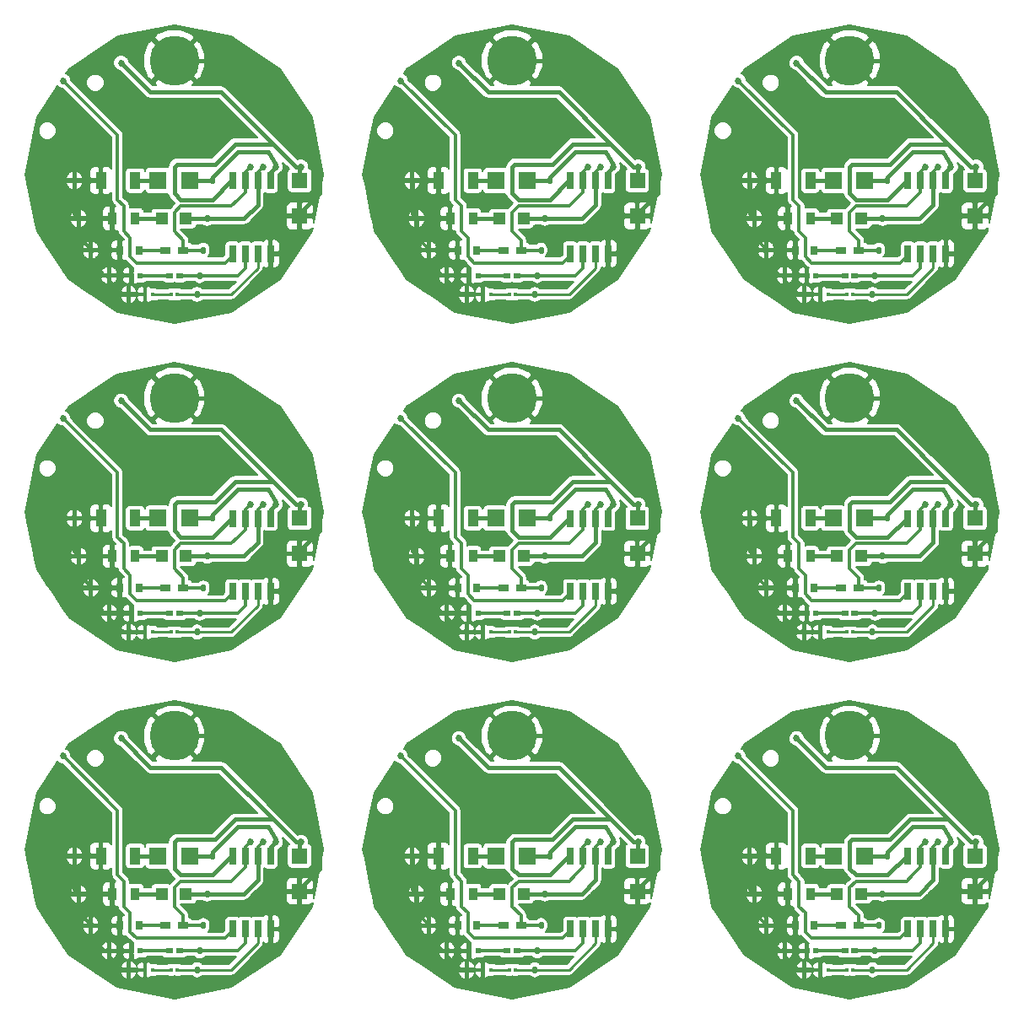
<source format=gtl>
%MOIN*%
%OFA0B0*%
%FSLAX46Y46*%
%IPPOS*%
%LPD*%
%ADD10C,0.0039370078740157488*%
%ADD11R,0.015748031496062995X0.015748031496062995*%
%ADD12R,0.027559055118110236X0.023622047244094488*%
%ADD13R,0.066929133858267723X0.0709*%
%ADD14C,0.19685039370078741*%
%ADD15R,0.062992125984251982X0.062992125984251982*%
%ADD16R,0.051181102362204731X0.0472*%
%ADD17R,0.03937007874015748X0.031400000000000004*%
%ADD18R,0.025590551181102365X0.066929133858267723*%
%ADD19O,0.02X0.030000000000000002*%
%ADD20R,0.043307086614173235X0.066929133858267723*%
%ADD21R,0.035433070866141732X0.051181102362204731*%
%ADD22R,0.027559055118110236X0.035433070866141732*%
%ADD23R,0.023622047244094488X0.023622047244094488*%
%ADD24R,0.017716535433070866X0.016929133858267716*%
%ADD25C,0.027*%
%ADD26C,0.016*%
%ADD27C,0.012000000000000002*%
%ADD28C,0.01*%
%ADD29C,0.0078740157480314977*%
%ADD40C,0.0039370078740157488*%
%ADD41R,0.015748031496062995X0.015748031496062995*%
%ADD42R,0.027559055118110236X0.023622047244094488*%
%ADD43R,0.066929133858267723X0.0709*%
%ADD44C,0.19685039370078741*%
%ADD45R,0.062992125984251982X0.062992125984251982*%
%ADD46R,0.051181102362204731X0.0472*%
%ADD47R,0.03937007874015748X0.031400000000000004*%
%ADD48R,0.025590551181102365X0.066929133858267723*%
%ADD49O,0.02X0.030000000000000002*%
%ADD50R,0.043307086614173235X0.066929133858267723*%
%ADD51R,0.035433070866141732X0.051181102362204731*%
%ADD52R,0.027559055118110236X0.035433070866141732*%
%ADD53R,0.023622047244094488X0.023622047244094488*%
%ADD54R,0.017716535433070866X0.016929133858267716*%
%ADD55C,0.027*%
%ADD56C,0.016*%
%ADD57C,0.012000000000000002*%
%ADD58C,0.01*%
%ADD59C,0.0078740157480314977*%
%ADD60C,0.0039370078740157488*%
%ADD61R,0.015748031496062995X0.015748031496062995*%
%ADD62R,0.027559055118110236X0.023622047244094488*%
%ADD63R,0.066929133858267723X0.0709*%
%ADD64C,0.19685039370078741*%
%ADD65R,0.062992125984251982X0.062992125984251982*%
%ADD66R,0.051181102362204731X0.0472*%
%ADD67R,0.03937007874015748X0.031400000000000004*%
%ADD68R,0.025590551181102365X0.066929133858267723*%
%ADD69O,0.02X0.030000000000000002*%
%ADD70R,0.043307086614173235X0.066929133858267723*%
%ADD71R,0.035433070866141732X0.051181102362204731*%
%ADD72R,0.027559055118110236X0.035433070866141732*%
%ADD73R,0.023622047244094488X0.023622047244094488*%
%ADD74R,0.017716535433070866X0.016929133858267716*%
%ADD75C,0.027*%
%ADD76C,0.016*%
%ADD77C,0.012000000000000002*%
%ADD78C,0.01*%
%ADD79C,0.0078740157480314977*%
%ADD80C,0.0039370078740157488*%
%ADD81R,0.015748031496062995X0.015748031496062995*%
%ADD82R,0.027559055118110236X0.023622047244094488*%
%ADD83R,0.066929133858267723X0.0709*%
%ADD84C,0.19685039370078741*%
%ADD85R,0.062992125984251982X0.062992125984251982*%
%ADD86R,0.051181102362204731X0.0472*%
%ADD87R,0.03937007874015748X0.031400000000000004*%
%ADD88R,0.025590551181102365X0.066929133858267723*%
%ADD89O,0.02X0.030000000000000002*%
%ADD90R,0.043307086614173235X0.066929133858267723*%
%ADD91R,0.035433070866141732X0.051181102362204731*%
%ADD92R,0.027559055118110236X0.035433070866141732*%
%ADD93R,0.023622047244094488X0.023622047244094488*%
%ADD94R,0.017716535433070866X0.016929133858267716*%
%ADD95C,0.027*%
%ADD96C,0.016*%
%ADD97C,0.012000000000000002*%
%ADD98C,0.01*%
%ADD99C,0.0078740157480314977*%
%ADD100C,0.0039370078740157488*%
%ADD101R,0.015748031496062995X0.015748031496062995*%
%ADD102R,0.027559055118110236X0.023622047244094488*%
%ADD103R,0.066929133858267723X0.0709*%
%ADD104C,0.19685039370078741*%
%ADD105R,0.062992125984251982X0.062992125984251982*%
%ADD106R,0.051181102362204731X0.0472*%
%ADD107R,0.03937007874015748X0.031400000000000004*%
%ADD108R,0.025590551181102365X0.066929133858267723*%
%ADD109O,0.02X0.030000000000000002*%
%ADD110R,0.043307086614173235X0.066929133858267723*%
%ADD111R,0.035433070866141732X0.051181102362204731*%
%ADD112R,0.027559055118110236X0.035433070866141732*%
%ADD113R,0.023622047244094488X0.023622047244094488*%
%ADD114R,0.017716535433070866X0.016929133858267716*%
%ADD115C,0.027*%
%ADD116C,0.016*%
%ADD117C,0.012000000000000002*%
%ADD118C,0.01*%
%ADD119C,0.0078740157480314977*%
%ADD120C,0.0039370078740157488*%
%ADD121R,0.015748031496062995X0.015748031496062995*%
%ADD122R,0.027559055118110236X0.023622047244094488*%
%ADD123R,0.066929133858267723X0.0709*%
%ADD124C,0.19685039370078741*%
%ADD125R,0.062992125984251982X0.062992125984251982*%
%ADD126R,0.051181102362204731X0.0472*%
%ADD127R,0.03937007874015748X0.031400000000000004*%
%ADD128R,0.025590551181102365X0.066929133858267723*%
%ADD129O,0.02X0.030000000000000002*%
%ADD130R,0.043307086614173235X0.066929133858267723*%
%ADD131R,0.035433070866141732X0.051181102362204731*%
%ADD132R,0.027559055118110236X0.035433070866141732*%
%ADD133R,0.023622047244094488X0.023622047244094488*%
%ADD134R,0.017716535433070866X0.016929133858267716*%
%ADD135C,0.027*%
%ADD136C,0.016*%
%ADD137C,0.012000000000000002*%
%ADD138C,0.01*%
%ADD139C,0.0078740157480314977*%
%ADD140C,0.0039370078740157488*%
%ADD141R,0.015748031496062995X0.015748031496062995*%
%ADD142R,0.027559055118110236X0.023622047244094488*%
%ADD143R,0.066929133858267723X0.0709*%
%ADD144C,0.19685039370078741*%
%ADD145R,0.062992125984251982X0.062992125984251982*%
%ADD146R,0.051181102362204731X0.0472*%
%ADD147R,0.03937007874015748X0.031400000000000004*%
%ADD148R,0.025590551181102365X0.066929133858267723*%
%ADD149O,0.02X0.030000000000000002*%
%ADD150R,0.043307086614173235X0.066929133858267723*%
%ADD151R,0.035433070866141732X0.051181102362204731*%
%ADD152R,0.027559055118110236X0.035433070866141732*%
%ADD153R,0.023622047244094488X0.023622047244094488*%
%ADD154R,0.017716535433070866X0.016929133858267716*%
%ADD155C,0.027*%
%ADD156C,0.016*%
%ADD157C,0.012000000000000002*%
%ADD158C,0.01*%
%ADD159C,0.0078740157480314977*%
%ADD160C,0.0039370078740157488*%
%ADD161R,0.015748031496062995X0.015748031496062995*%
%ADD162R,0.027559055118110236X0.023622047244094488*%
%ADD163R,0.066929133858267723X0.0709*%
%ADD164C,0.19685039370078741*%
%ADD165R,0.062992125984251982X0.062992125984251982*%
%ADD166R,0.051181102362204731X0.0472*%
%ADD167R,0.03937007874015748X0.031400000000000004*%
%ADD168R,0.025590551181102365X0.066929133858267723*%
%ADD169O,0.02X0.030000000000000002*%
%ADD170R,0.043307086614173235X0.066929133858267723*%
%ADD171R,0.035433070866141732X0.051181102362204731*%
%ADD172R,0.027559055118110236X0.035433070866141732*%
%ADD173R,0.023622047244094488X0.023622047244094488*%
%ADD174R,0.017716535433070866X0.016929133858267716*%
%ADD175C,0.027*%
%ADD176C,0.016*%
%ADD177C,0.012000000000000002*%
%ADD178C,0.01*%
%ADD179C,0.0078740157480314977*%
%ADD180C,0.0039370078740157488*%
%ADD181R,0.015748031496062995X0.015748031496062995*%
%ADD182R,0.027559055118110236X0.023622047244094488*%
%ADD183R,0.066929133858267723X0.0709*%
%ADD184C,0.19685039370078741*%
%ADD185R,0.062992125984251982X0.062992125984251982*%
%ADD186R,0.051181102362204731X0.0472*%
%ADD187R,0.03937007874015748X0.031400000000000004*%
%ADD188R,0.025590551181102365X0.066929133858267723*%
%ADD189O,0.02X0.030000000000000002*%
%ADD190R,0.043307086614173235X0.066929133858267723*%
%ADD191R,0.035433070866141732X0.051181102362204731*%
%ADD192R,0.027559055118110236X0.035433070866141732*%
%ADD193R,0.023622047244094488X0.023622047244094488*%
%ADD194R,0.017716535433070866X0.016929133858267716*%
%ADD195C,0.027*%
%ADD196C,0.016*%
%ADD197C,0.012000000000000002*%
%ADD198C,0.01*%
%ADD199C,0.0078740157480314977*%
G01*
D10*
D11*
X-0007591779Y0004208262D02*
X0000596409Y0000133262D03*
X0000620031Y0000133262D03*
D12*
X0000588535Y0000208262D03*
X0000627905Y0000208262D03*
D13*
X0000668220Y0000583262D03*
X0000543220Y0000583262D03*
D14*
X0000608220Y0001058262D03*
D15*
X0001103220Y0000443262D03*
X0001103220Y0000583262D03*
D16*
X0000653220Y0000433262D03*
X0000558220Y0000433262D03*
D17*
X0000643220Y0000308262D03*
X0000573220Y0000308262D03*
D18*
X0000838220Y0000294561D03*
X0000888220Y0000294561D03*
X0000938220Y0000294561D03*
X0000988220Y0000294561D03*
X0000988220Y0000581963D03*
X0000938220Y0000581963D03*
X0000888220Y0000581963D03*
X0000838220Y0000581963D03*
D19*
X0000758220Y0000583262D03*
X0000738220Y0000433262D03*
X0000723220Y0000308262D03*
X0000708220Y0000208262D03*
X0000698220Y0000133262D03*
X0000213220Y0000583262D03*
X0000230720Y0000433262D03*
X0000278220Y0000308262D03*
X0000350720Y0000208262D03*
X0000428220Y0000133262D03*
D20*
X0000453220Y0000583262D03*
X0000318220Y0000583262D03*
D21*
X0000453220Y0000433262D03*
X0000363220Y0000433262D03*
D22*
X0000468220Y0000308262D03*
X0000393220Y0000308262D03*
D23*
X0000473968Y0000208262D03*
X0000438535Y0000208262D03*
D24*
X0000523968Y0000133262D03*
X0000492472Y0000133262D03*
D25*
X0000233220Y0000208262D03*
X0000958220Y0000183262D03*
X0000398220Y0001048262D03*
X0001108220Y0000638262D03*
X0000958220Y0000638262D03*
X0000908220Y0000638262D03*
X0001008220Y0000638262D03*
X0000168220Y0000978262D03*
D26*
X0001103220Y0000443262D02*
X0001103220Y0000453262D01*
X0001103220Y0000453262D02*
X0001183220Y0000533262D01*
X0000758220Y0001058262D02*
X0000608220Y0001058262D01*
X0001183220Y0000633262D02*
X0000758220Y0001058262D01*
X0001183220Y0000533262D02*
X0001183220Y0000633262D01*
X0000230720Y0000210762D02*
X0000230720Y0000433262D01*
X0000233220Y0000208262D02*
X0000230720Y0000210762D01*
X0000958220Y0000183262D02*
X0000988220Y0000213262D01*
X0000988220Y0000213262D02*
X0000988220Y0000294561D01*
X0000988220Y0000294561D02*
X0001044519Y0000294561D01*
X0001103220Y0000353262D02*
X0001103220Y0000443262D01*
X0001044519Y0000294561D02*
X0001103220Y0000353262D01*
X0000230720Y0000433262D02*
X0000230720Y0000435762D01*
X0000230720Y0000435762D02*
X0000213220Y0000453262D01*
X0000213220Y0000453262D02*
X0000213220Y0000583262D01*
D27*
X0000278220Y0000308262D02*
X0000278220Y0000313262D01*
X0000278220Y0000313262D02*
X0000230720Y0000360762D01*
X0000230720Y0000360762D02*
X0000230720Y0000433262D01*
X0000350720Y0000208262D02*
X0000333220Y0000208262D01*
X0000278220Y0000263262D02*
X0000278220Y0000308262D01*
X0000333220Y0000208262D02*
X0000278220Y0000263262D01*
D28*
X0000428220Y0000133262D02*
X0000408220Y0000133262D01*
X0000350720Y0000190762D02*
X0000350720Y0000208262D01*
X0000408220Y0000133262D02*
X0000350720Y0000190762D01*
X0000428220Y0000133262D02*
X0000492472Y0000133262D01*
D26*
X0000318220Y0000583262D02*
X0000213220Y0000583262D01*
X0000363220Y0000433262D02*
X0000230720Y0000433262D01*
D27*
X0000393220Y0000308262D02*
X0000278220Y0000308262D01*
X0000438535Y0000208262D02*
X0000350720Y0000208262D01*
D26*
X0000523220Y0000933262D02*
X0000513220Y0000933262D01*
X0000523220Y0000933262D02*
X0000793220Y0000933262D01*
X0000998220Y0000728262D02*
X0000793220Y0000933262D01*
X0000513220Y0000933262D02*
X0000398220Y0001048262D01*
X0000848220Y0000728262D02*
X0000998220Y0000728262D01*
X0000608220Y0000633262D02*
X0000608220Y0000638262D01*
X0000758220Y0000508262D02*
X0000633220Y0000508262D01*
X0000633220Y0000508262D02*
X0000608220Y0000533262D01*
X0000608220Y0000533262D02*
X0000608220Y0000633262D01*
X0000758220Y0000508262D02*
X0000831920Y0000581963D01*
X0000768220Y0000648262D02*
X0000848220Y0000728262D01*
X0000618220Y0000648262D02*
X0000768220Y0000648262D01*
X0000608220Y0000638262D02*
X0000618220Y0000648262D01*
X0000998220Y0000728262D02*
X0001088220Y0000638262D01*
X0001088220Y0000638262D02*
X0001108220Y0000638262D01*
X0001103220Y0000583262D02*
X0001103220Y0000633262D01*
X0001103220Y0000633262D02*
X0001108220Y0000638262D01*
X0000838220Y0000581963D02*
X0000831920Y0000581963D01*
D27*
X0000938220Y0000581963D02*
X0000938220Y0000618262D01*
X0000938220Y0000618262D02*
X0000958220Y0000638262D01*
D26*
X0000738220Y0000433262D02*
X0000883220Y0000433262D01*
X0000938220Y0000488262D02*
X0000938220Y0000581963D01*
X0000883220Y0000433262D02*
X0000938220Y0000488262D01*
X0000653220Y0000433262D02*
X0000738220Y0000433262D01*
D27*
X0000888220Y0000581963D02*
X0000888220Y0000618262D01*
X0000888220Y0000618262D02*
X0000908220Y0000638262D01*
X0000608220Y0000383262D02*
X0000608220Y0000458262D01*
X0000643220Y0000348262D02*
X0000608220Y0000383262D01*
X0000858220Y0000508262D02*
X0000888220Y0000538262D01*
X0000888220Y0000581963D02*
X0000888220Y0000538262D01*
X0000643220Y0000348262D02*
X0000643220Y0000308262D01*
X0000833220Y0000483262D02*
X0000858220Y0000508262D01*
X0000733220Y0000483262D02*
X0000833220Y0000483262D01*
X0000633220Y0000483262D02*
X0000733220Y0000483262D01*
X0000608220Y0000458262D02*
X0000633220Y0000483262D01*
X0000643220Y0000308262D02*
X0000723220Y0000308262D01*
D26*
X0000988220Y0000581963D02*
X0000988220Y0000618262D01*
X0000988220Y0000618262D02*
X0001008220Y0000638262D01*
X0000888220Y0000698262D02*
X0000858220Y0000698262D01*
X0001008220Y0000648262D02*
X0000978220Y0000698262D01*
X0000978220Y0000698262D02*
X0000888220Y0000698262D01*
X0001008220Y0000638262D02*
X0001008220Y0000648262D01*
X0000758220Y0000598262D02*
X0000758220Y0000583262D01*
X0000858220Y0000698262D02*
X0000758220Y0000598262D01*
X0000668220Y0000583262D02*
X0000758220Y0000583262D01*
D27*
X0000383220Y0000508262D02*
X0000383220Y0000763262D01*
X0000838220Y0000288262D02*
X0000808220Y0000258262D01*
X0000408220Y0000483262D02*
X0000383220Y0000508262D01*
X0000408220Y0000383262D02*
X0000408220Y0000483262D01*
X0000433220Y0000358262D02*
X0000408220Y0000383262D01*
X0000433220Y0000283262D02*
X0000433220Y0000358262D01*
X0000458220Y0000258262D02*
X0000433220Y0000283262D01*
X0000808220Y0000258262D02*
X0000458220Y0000258262D01*
X0000383220Y0000763262D02*
X0000168220Y0000978262D01*
X0000838220Y0000294561D02*
X0000838220Y0000288262D01*
X0000838220Y0000294561D02*
X0000838220Y0000313262D01*
D26*
X0000558220Y0000433262D02*
X0000453220Y0000433262D01*
D27*
X0000573220Y0000308262D02*
X0000468220Y0000308262D01*
X0000588535Y0000208262D02*
X0000473968Y0000208262D01*
D26*
X0000543220Y0000583262D02*
X0000453220Y0000583262D01*
D27*
X0000708220Y0000208262D02*
X0000858220Y0000208262D01*
X0000888220Y0000238262D02*
X0000888220Y0000294561D01*
X0000858220Y0000208262D02*
X0000888220Y0000238262D01*
X0000627905Y0000208262D02*
X0000708220Y0000208262D01*
D28*
X0000698220Y0000133262D02*
X0000833220Y0000133262D01*
X0000938220Y0000238262D02*
X0000938220Y0000294561D01*
X0000833220Y0000133262D02*
X0000938220Y0000238262D01*
X0000620031Y0000133262D02*
X0000698220Y0000133262D01*
X0000523968Y0000133262D02*
X0000596409Y0000133262D01*
D29*
G36*
X0000833464Y0001152049D02*
X0001024417Y0001024459D01*
X0001152007Y0000833506D01*
X0001196811Y0000608262D01*
X0001158653Y0000416428D01*
X0001158653Y0000431215D01*
X0001152668Y0000437199D01*
X0001109283Y0000437199D01*
X0001109283Y0000393813D01*
X0001115267Y0000387829D01*
X0001139477Y0000387829D01*
X0001148275Y0000391473D01*
X0001155009Y0000398206D01*
X0001155047Y0000398298D01*
X0001152007Y0000383018D01*
X0001024417Y0000192065D01*
X0000833464Y0000064474D01*
X0000608220Y0000019671D01*
X0000382976Y0000064474D01*
X0000297005Y0000121918D01*
X0000394961Y0000121918D01*
X0000399920Y0000109673D01*
X0000409188Y0000100258D01*
X0000418030Y0000095891D01*
X0000423220Y0000100760D01*
X0000423220Y0000127199D01*
X0000433220Y0000127199D01*
X0000433220Y0000100760D01*
X0000438409Y0000095891D01*
X0000447252Y0000100258D01*
X0000456519Y0000109673D01*
X0000460202Y0000118766D01*
X0000463321Y0000111238D01*
X0000470054Y0000104504D01*
X0000478852Y0000100860D01*
X0000482058Y0000100860D01*
X0000488042Y0000106844D01*
X0000488042Y0000129030D01*
X0000465661Y0000129030D01*
X0000459997Y0000123366D01*
X0000456077Y0000127199D01*
X0000433220Y0000127199D01*
X0000423220Y0000127199D01*
X0000400362Y0000127199D01*
X0000394961Y0000121918D01*
X0000297005Y0000121918D01*
X0000263051Y0000144606D01*
X0000394961Y0000144606D01*
X0000400362Y0000139325D01*
X0000423220Y0000139325D01*
X0000423220Y0000165764D01*
X0000433220Y0000165764D01*
X0000433220Y0000139325D01*
X0000456077Y0000139325D01*
X0000459997Y0000143157D01*
X0000465661Y0000137494D01*
X0000488042Y0000137494D01*
X0000488042Y0000159679D01*
X0000482058Y0000165663D01*
X0000478852Y0000165663D01*
X0000470054Y0000162019D01*
X0000463321Y0000155286D01*
X0000460202Y0000147757D01*
X0000456519Y0000156851D01*
X0000447252Y0000166265D01*
X0000438409Y0000170633D01*
X0000433220Y0000165764D01*
X0000423220Y0000165764D01*
X0000418030Y0000170633D01*
X0000409188Y0000166265D01*
X0000399920Y0000156851D01*
X0000394961Y0000144606D01*
X0000263051Y0000144606D01*
X0000192023Y0000192065D01*
X0000188780Y0000196918D01*
X0000317461Y0000196918D01*
X0000322420Y0000184673D01*
X0000331688Y0000175258D01*
X0000340530Y0000170891D01*
X0000345720Y0000175760D01*
X0000345720Y0000202199D01*
X0000355720Y0000202199D01*
X0000355720Y0000175760D01*
X0000360909Y0000170891D01*
X0000369752Y0000175258D01*
X0000379019Y0000184673D01*
X0000383758Y0000196372D01*
X0000402787Y0000196372D01*
X0000402787Y0000191689D01*
X0000406431Y0000182892D01*
X0000413164Y0000176158D01*
X0000421962Y0000172514D01*
X0000426645Y0000172514D01*
X0000432629Y0000178498D01*
X0000432629Y0000202356D01*
X0000408771Y0000202356D01*
X0000402787Y0000196372D01*
X0000383758Y0000196372D01*
X0000383979Y0000196918D01*
X0000378577Y0000202199D01*
X0000355720Y0000202199D01*
X0000345720Y0000202199D01*
X0000322862Y0000202199D01*
X0000317461Y0000196918D01*
X0000188780Y0000196918D01*
X0000173621Y0000219606D01*
X0000317461Y0000219606D01*
X0000322862Y0000214325D01*
X0000345720Y0000214325D01*
X0000345720Y0000240764D01*
X0000355720Y0000240764D01*
X0000355720Y0000214325D01*
X0000378577Y0000214325D01*
X0000383979Y0000219606D01*
X0000381861Y0000224834D01*
X0000402787Y0000224834D01*
X0000402787Y0000220152D01*
X0000408771Y0000214167D01*
X0000432629Y0000214167D01*
X0000432629Y0000238026D01*
X0000426645Y0000244010D01*
X0000421962Y0000244010D01*
X0000413164Y0000240366D01*
X0000406431Y0000233632D01*
X0000402787Y0000224834D01*
X0000381861Y0000224834D01*
X0000379019Y0000231851D01*
X0000369752Y0000241265D01*
X0000360909Y0000245633D01*
X0000355720Y0000240764D01*
X0000345720Y0000240764D01*
X0000340530Y0000245633D01*
X0000331688Y0000241265D01*
X0000322420Y0000231851D01*
X0000317461Y0000219606D01*
X0000173621Y0000219606D01*
X0000121962Y0000296918D01*
X0000244961Y0000296918D01*
X0000249920Y0000284673D01*
X0000259188Y0000275258D01*
X0000268030Y0000270891D01*
X0000273220Y0000275760D01*
X0000273220Y0000302199D01*
X0000283220Y0000302199D01*
X0000283220Y0000275760D01*
X0000288409Y0000270891D01*
X0000297252Y0000275258D01*
X0000306519Y0000284673D01*
X0000311194Y0000296215D01*
X0000355503Y0000296215D01*
X0000355503Y0000285784D01*
X0000359147Y0000276986D01*
X0000365881Y0000270252D01*
X0000374679Y0000266608D01*
X0000381172Y0000266608D01*
X0000387157Y0000272592D01*
X0000387157Y0000302199D01*
X0000361487Y0000302199D01*
X0000355503Y0000296215D01*
X0000311194Y0000296215D01*
X0000311479Y0000296918D01*
X0000306077Y0000302199D01*
X0000283220Y0000302199D01*
X0000273220Y0000302199D01*
X0000250362Y0000302199D01*
X0000244961Y0000296918D01*
X0000121962Y0000296918D01*
X0000106803Y0000319606D01*
X0000244961Y0000319606D01*
X0000250362Y0000314325D01*
X0000273220Y0000314325D01*
X0000273220Y0000340764D01*
X0000283220Y0000340764D01*
X0000283220Y0000314325D01*
X0000306077Y0000314325D01*
X0000311479Y0000319606D01*
X0000306969Y0000330740D01*
X0000355503Y0000330740D01*
X0000355503Y0000320309D01*
X0000361487Y0000314325D01*
X0000387157Y0000314325D01*
X0000387157Y0000343931D01*
X0000381172Y0000349915D01*
X0000374679Y0000349915D01*
X0000365881Y0000346271D01*
X0000359147Y0000339538D01*
X0000355503Y0000330740D01*
X0000306969Y0000330740D01*
X0000306519Y0000331851D01*
X0000297252Y0000341265D01*
X0000288409Y0000345633D01*
X0000283220Y0000340764D01*
X0000273220Y0000340764D01*
X0000268030Y0000345633D01*
X0000259188Y0000341265D01*
X0000249920Y0000331851D01*
X0000244961Y0000319606D01*
X0000106803Y0000319606D01*
X0000064432Y0000383018D01*
X0000056695Y0000421918D01*
X0000197461Y0000421918D01*
X0000202420Y0000409673D01*
X0000211688Y0000400258D01*
X0000220530Y0000395891D01*
X0000225720Y0000400760D01*
X0000225720Y0000427199D01*
X0000235720Y0000427199D01*
X0000235720Y0000400760D01*
X0000240909Y0000395891D01*
X0000249752Y0000400258D01*
X0000259019Y0000409673D01*
X0000263694Y0000421215D01*
X0000321566Y0000421215D01*
X0000321566Y0000402910D01*
X0000325210Y0000394112D01*
X0000331944Y0000387378D01*
X0000340742Y0000383734D01*
X0000351172Y0000383734D01*
X0000357157Y0000389718D01*
X0000357157Y0000427199D01*
X0000327550Y0000427199D01*
X0000321566Y0000421215D01*
X0000263694Y0000421215D01*
X0000263979Y0000421918D01*
X0000258577Y0000427199D01*
X0000235720Y0000427199D01*
X0000225720Y0000427199D01*
X0000202862Y0000427199D01*
X0000197461Y0000421918D01*
X0000056695Y0000421918D01*
X0000052182Y0000444606D01*
X0000197461Y0000444606D01*
X0000202862Y0000439325D01*
X0000225720Y0000439325D01*
X0000225720Y0000465764D01*
X0000235720Y0000465764D01*
X0000235720Y0000439325D01*
X0000258577Y0000439325D01*
X0000263979Y0000444606D01*
X0000259019Y0000456851D01*
X0000252362Y0000463614D01*
X0000321566Y0000463614D01*
X0000321566Y0000445309D01*
X0000327550Y0000439325D01*
X0000357157Y0000439325D01*
X0000357157Y0000476805D01*
X0000351172Y0000482789D01*
X0000340742Y0000482789D01*
X0000331944Y0000479145D01*
X0000325210Y0000472412D01*
X0000321566Y0000463614D01*
X0000252362Y0000463614D01*
X0000249752Y0000466265D01*
X0000240909Y0000470633D01*
X0000235720Y0000465764D01*
X0000225720Y0000465764D01*
X0000220530Y0000470633D01*
X0000211688Y0000466265D01*
X0000202420Y0000456851D01*
X0000197461Y0000444606D01*
X0000052182Y0000444606D01*
X0000026858Y0000571918D01*
X0000179961Y0000571918D01*
X0000184920Y0000559673D01*
X0000194188Y0000550258D01*
X0000203030Y0000545891D01*
X0000208220Y0000550760D01*
X0000208220Y0000577199D01*
X0000218220Y0000577199D01*
X0000218220Y0000550760D01*
X0000223409Y0000545891D01*
X0000232252Y0000550258D01*
X0000241519Y0000559673D01*
X0000246194Y0000571215D01*
X0000272629Y0000571215D01*
X0000272629Y0000545036D01*
X0000276273Y0000536238D01*
X0000283007Y0000529504D01*
X0000291805Y0000525860D01*
X0000306172Y0000525860D01*
X0000312157Y0000531844D01*
X0000312157Y0000577199D01*
X0000278613Y0000577199D01*
X0000272629Y0000571215D01*
X0000246194Y0000571215D01*
X0000246479Y0000571918D01*
X0000241077Y0000577199D01*
X0000218220Y0000577199D01*
X0000208220Y0000577199D01*
X0000185362Y0000577199D01*
X0000179961Y0000571918D01*
X0000026858Y0000571918D01*
X0000022345Y0000594606D01*
X0000179961Y0000594606D01*
X0000185362Y0000589325D01*
X0000208220Y0000589325D01*
X0000208220Y0000615764D01*
X0000218220Y0000615764D01*
X0000218220Y0000589325D01*
X0000241077Y0000589325D01*
X0000246479Y0000594606D01*
X0000241519Y0000606851D01*
X0000232252Y0000616265D01*
X0000223409Y0000620633D01*
X0000218220Y0000615764D01*
X0000208220Y0000615764D01*
X0000203030Y0000620633D01*
X0000194188Y0000616265D01*
X0000184920Y0000606851D01*
X0000179961Y0000594606D01*
X0000022345Y0000594606D01*
X0000019628Y0000608262D01*
X0000022259Y0000621488D01*
X0000272629Y0000621488D01*
X0000272629Y0000595309D01*
X0000278613Y0000589325D01*
X0000312157Y0000589325D01*
X0000312157Y0000634679D01*
X0000306172Y0000640663D01*
X0000291805Y0000640663D01*
X0000283007Y0000637019D01*
X0000276273Y0000630286D01*
X0000272629Y0000621488D01*
X0000022259Y0000621488D01*
X0000052427Y0000773149D01*
X0000071572Y0000773149D01*
X0000076955Y0000760122D01*
X0000086913Y0000750145D01*
X0000099932Y0000744740D01*
X0000114028Y0000744727D01*
X0000127056Y0000750110D01*
X0000137032Y0000760069D01*
X0000142438Y0000773088D01*
X0000142450Y0000787184D01*
X0000137067Y0000800212D01*
X0000127108Y0000810188D01*
X0000114090Y0000815593D01*
X0000099994Y0000815606D01*
X0000086966Y0000810223D01*
X0000076990Y0000800264D01*
X0000071584Y0000787246D01*
X0000071572Y0000773149D01*
X0000052427Y0000773149D01*
X0000064432Y0000833506D01*
X0000146302Y0000956032D01*
X0000150514Y0000951813D01*
X0000161983Y0000947051D01*
X0000165894Y0000947047D01*
X0000359503Y0000753438D01*
X0000359503Y0000630948D01*
X0000353432Y0000637019D01*
X0000344635Y0000640663D01*
X0000330267Y0000640663D01*
X0000324283Y0000634679D01*
X0000324283Y0000589325D01*
X0000325070Y0000589325D01*
X0000325070Y0000577199D01*
X0000324283Y0000577199D01*
X0000324283Y0000531844D01*
X0000330267Y0000525860D01*
X0000344635Y0000525860D01*
X0000353432Y0000529504D01*
X0000359503Y0000535575D01*
X0000359503Y0000508262D01*
X0000361308Y0000499186D01*
X0000366450Y0000491492D01*
X0000375209Y0000482732D01*
X0000369283Y0000476805D01*
X0000369283Y0000439325D01*
X0000370070Y0000439325D01*
X0000370070Y0000427199D01*
X0000369283Y0000427199D01*
X0000369283Y0000389718D01*
X0000375267Y0000383734D01*
X0000384503Y0000383734D01*
X0000384503Y0000383262D01*
X0000386308Y0000374186D01*
X0000391450Y0000366492D01*
X0000408026Y0000349915D01*
X0000405267Y0000349915D01*
X0000399283Y0000343931D01*
X0000399283Y0000314325D01*
X0000400070Y0000314325D01*
X0000400070Y0000302199D01*
X0000399283Y0000302199D01*
X0000399283Y0000272592D01*
X0000405267Y0000266608D01*
X0000411761Y0000266608D01*
X0000415372Y0000268104D01*
X0000416450Y0000266492D01*
X0000441450Y0000241492D01*
X0000445320Y0000238905D01*
X0000444440Y0000238026D01*
X0000444440Y0000221787D01*
X0000444093Y0000220073D01*
X0000444093Y0000196451D01*
X0000444440Y0000194606D01*
X0000444440Y0000178498D01*
X0000450424Y0000172514D01*
X0000455107Y0000172514D01*
X0000463905Y0000176158D01*
X0000466134Y0000178387D01*
X0000485779Y0000178387D01*
X0000492344Y0000179622D01*
X0000498374Y0000183503D01*
X0000499086Y0000184545D01*
X0000561363Y0000184545D01*
X0000561807Y0000183856D01*
X0000567727Y0000179810D01*
X0000574755Y0000178387D01*
X0000602314Y0000178387D01*
X0000608436Y0000179539D01*
X0000614125Y0000178387D01*
X0000641684Y0000178387D01*
X0000648250Y0000179622D01*
X0000654279Y0000183503D01*
X0000654992Y0000184545D01*
X0000687604Y0000184545D01*
X0000688621Y0000183022D01*
X0000697613Y0000177014D01*
X0000708220Y0000174904D01*
X0000718826Y0000177014D01*
X0000727818Y0000183022D01*
X0000728836Y0000184545D01*
X0000852377Y0000184545D01*
X0000823810Y0000155978D01*
X0000719504Y0000155978D01*
X0000717818Y0000158501D01*
X0000708826Y0000164509D01*
X0000698220Y0000166619D01*
X0000687613Y0000164509D01*
X0000678621Y0000158501D01*
X0000676935Y0000155978D01*
X0000637564Y0000155978D01*
X0000634932Y0000157776D01*
X0000627905Y0000159199D01*
X0000612157Y0000159199D01*
X0000608075Y0000158431D01*
X0000604283Y0000159199D01*
X0000588535Y0000159199D01*
X0000581969Y0000157964D01*
X0000578883Y0000155978D01*
X0000543349Y0000155978D01*
X0000539854Y0000158367D01*
X0000532826Y0000159790D01*
X0000517118Y0000159790D01*
X0000514889Y0000162019D01*
X0000506091Y0000165663D01*
X0000502885Y0000165663D01*
X0000496901Y0000159679D01*
X0000496901Y0000137494D01*
X0000497046Y0000137494D01*
X0000497046Y0000129030D01*
X0000496901Y0000129030D01*
X0000496901Y0000106844D01*
X0000502885Y0000100860D01*
X0000506091Y0000100860D01*
X0000514889Y0000104504D01*
X0000517118Y0000106734D01*
X0000532826Y0000106734D01*
X0000539391Y0000107969D01*
X0000543395Y0000110545D01*
X0000578875Y0000110545D01*
X0000581507Y0000108747D01*
X0000588535Y0000107324D01*
X0000604283Y0000107324D01*
X0000608364Y0000108092D01*
X0000612157Y0000107324D01*
X0000627905Y0000107324D01*
X0000634470Y0000108560D01*
X0000637556Y0000110545D01*
X0000676935Y0000110545D01*
X0000678621Y0000108022D01*
X0000687613Y0000102014D01*
X0000698220Y0000099904D01*
X0000708826Y0000102014D01*
X0000717818Y0000108022D01*
X0000719504Y0000110545D01*
X0000833219Y0000110545D01*
X0000833220Y0000110545D01*
X0000841913Y0000112274D01*
X0000849283Y0000117199D01*
X0000954283Y0000222199D01*
X0000954283Y0000222199D01*
X0000959207Y0000229569D01*
X0000959989Y0000233501D01*
X0000960936Y0000238262D01*
X0000960936Y0000238262D01*
X0000960936Y0000241733D01*
X0000961865Y0000240804D01*
X0000970663Y0000237159D01*
X0000976172Y0000237159D01*
X0000982157Y0000243144D01*
X0000982157Y0000288498D01*
X0000994283Y0000288498D01*
X0000994283Y0000243144D01*
X0001000267Y0000237159D01*
X0001005776Y0000237159D01*
X0001014574Y0000240804D01*
X0001021308Y0000247537D01*
X0001024952Y0000256335D01*
X0001024952Y0000282514D01*
X0001018968Y0000288498D01*
X0000994283Y0000288498D01*
X0000982157Y0000288498D01*
X0000981369Y0000288498D01*
X0000981369Y0000300624D01*
X0000982157Y0000300624D01*
X0000982157Y0000345978D01*
X0000994283Y0000345978D01*
X0000994283Y0000300624D01*
X0001018968Y0000300624D01*
X0001024952Y0000306608D01*
X0001024952Y0000332787D01*
X0001021308Y0000341585D01*
X0001014574Y0000348318D01*
X0001005776Y0000351963D01*
X0001000267Y0000351963D01*
X0000994283Y0000345978D01*
X0000982157Y0000345978D01*
X0000976172Y0000351963D01*
X0000970663Y0000351963D01*
X0000961865Y0000348318D01*
X0000958144Y0000344597D01*
X0000958043Y0000344666D01*
X0000951015Y0000346089D01*
X0000925424Y0000346089D01*
X0000918859Y0000344854D01*
X0000913147Y0000341178D01*
X0000908043Y0000344666D01*
X0000901015Y0000346089D01*
X0000875424Y0000346089D01*
X0000868859Y0000344854D01*
X0000863147Y0000341178D01*
X0000858043Y0000344666D01*
X0000851015Y0000346089D01*
X0000825424Y0000346089D01*
X0000818859Y0000344854D01*
X0000812829Y0000340974D01*
X0000808784Y0000335053D01*
X0000807361Y0000328026D01*
X0000807361Y0000290943D01*
X0000798396Y0000281978D01*
X0000741256Y0000281978D01*
X0000742818Y0000283022D01*
X0000748826Y0000292014D01*
X0000750936Y0000302621D01*
X0000750936Y0000313903D01*
X0000748826Y0000324509D01*
X0000742818Y0000333501D01*
X0000733826Y0000339509D01*
X0000723220Y0000341619D01*
X0000712613Y0000339509D01*
X0000703621Y0000333501D01*
X0000702604Y0000331978D01*
X0000678799Y0000331978D01*
X0000675853Y0000336557D01*
X0000669932Y0000340602D01*
X0000666936Y0000341209D01*
X0000666936Y0000348262D01*
X0000665131Y0000357338D01*
X0000665131Y0000357338D01*
X0000659990Y0000365032D01*
X0000633424Y0000391598D01*
X0000678810Y0000391598D01*
X0000685376Y0000392834D01*
X0000691405Y0000396714D01*
X0000695451Y0000402634D01*
X0000696445Y0000407545D01*
X0000719335Y0000407545D01*
X0000727613Y0000402014D01*
X0000738220Y0000399904D01*
X0000748826Y0000402014D01*
X0000757104Y0000407545D01*
X0000883220Y0000407545D01*
X0000893061Y0000409503D01*
X0000901404Y0000415077D01*
X0000917541Y0000431215D01*
X0001047787Y0000431215D01*
X0001047787Y0000407004D01*
X0001051431Y0000398206D01*
X0001058164Y0000391473D01*
X0001066962Y0000387829D01*
X0001091172Y0000387829D01*
X0001097157Y0000393813D01*
X0001097157Y0000437199D01*
X0001053771Y0000437199D01*
X0001047787Y0000431215D01*
X0000917541Y0000431215D01*
X0000956404Y0000470077D01*
X0000961979Y0000478420D01*
X0000962197Y0000479519D01*
X0001047787Y0000479519D01*
X0001047787Y0000455309D01*
X0001053771Y0000449325D01*
X0001097157Y0000449325D01*
X0001097157Y0000492711D01*
X0001109283Y0000492711D01*
X0001109283Y0000449325D01*
X0001152668Y0000449325D01*
X0001158653Y0000455309D01*
X0001158653Y0000479519D01*
X0001155009Y0000488317D01*
X0001148275Y0000495051D01*
X0001139477Y0000498695D01*
X0001115267Y0000498695D01*
X0001109283Y0000492711D01*
X0001097157Y0000492711D01*
X0001091172Y0000498695D01*
X0001066962Y0000498695D01*
X0001058164Y0000495051D01*
X0001051431Y0000488317D01*
X0001047787Y0000479519D01*
X0000962197Y0000479519D01*
X0000963936Y0000488262D01*
X0000963936Y0000534905D01*
X0000968397Y0000531858D01*
X0000975424Y0000530434D01*
X0001001015Y0000530434D01*
X0001007580Y0000531670D01*
X0001013610Y0000535550D01*
X0001017655Y0000541470D01*
X0001019079Y0000548498D01*
X0001019079Y0000608972D01*
X0001025879Y0000611782D01*
X0001034668Y0000620556D01*
X0001039431Y0000632025D01*
X0001039442Y0000644444D01*
X0001035057Y0000655056D01*
X0001061123Y0000628990D01*
X0001059128Y0000627706D01*
X0001055083Y0000621786D01*
X0001053660Y0000614758D01*
X0001053660Y0000551766D01*
X0001054895Y0000545200D01*
X0001058775Y0000539170D01*
X0001064696Y0000535125D01*
X0001071724Y0000533702D01*
X0001134716Y0000533702D01*
X0001141281Y0000534937D01*
X0001147311Y0000538818D01*
X0001151356Y0000544738D01*
X0001152779Y0000551766D01*
X0001152779Y0000614758D01*
X0001151544Y0000621323D01*
X0001147664Y0000627353D01*
X0001141743Y0000631398D01*
X0001139370Y0000631879D01*
X0001139431Y0000632025D01*
X0001139442Y0000644444D01*
X0001134699Y0000655921D01*
X0001125925Y0000664710D01*
X0001114456Y0000669473D01*
X0001102038Y0000669484D01*
X0001095902Y0000666948D01*
X0000811404Y0000951446D01*
X0000803061Y0000957021D01*
X0000793220Y0000958978D01*
X0000680094Y0000958978D01*
X0000687810Y0000970097D01*
X0000608220Y0001049687D01*
X0000528630Y0000970097D01*
X0000536345Y0000958978D01*
X0000523872Y0000958978D01*
X0000429441Y0001053409D01*
X0000429442Y0001054444D01*
X0000424699Y0001065921D01*
X0000415925Y0001074710D01*
X0000404456Y0001079473D01*
X0000392038Y0001079484D01*
X0000380560Y0001074741D01*
X0000371771Y0001065968D01*
X0000367009Y0001054498D01*
X0000366998Y0001042080D01*
X0000371740Y0001030602D01*
X0000380514Y0001021813D01*
X0000391983Y0001017051D01*
X0000393063Y0001017050D01*
X0000495035Y0000915077D01*
X0000503378Y0000909503D01*
X0000513220Y0000907545D01*
X0000782568Y0000907545D01*
X0000936134Y0000753978D01*
X0000848220Y0000753978D01*
X0000838378Y0000752021D01*
X0000830035Y0000746446D01*
X0000757568Y0000673978D01*
X0000618220Y0000673978D01*
X0000608378Y0000672021D01*
X0000600035Y0000666446D01*
X0000590035Y0000656446D01*
X0000584461Y0000648103D01*
X0000582503Y0000638262D01*
X0000582503Y0000635597D01*
X0000576684Y0000636775D01*
X0000509755Y0000636775D01*
X0000503190Y0000635540D01*
X0000497160Y0000631660D01*
X0000493115Y0000625740D01*
X0000492143Y0000620943D01*
X0000491701Y0000623292D01*
X0000487821Y0000629322D01*
X0000481901Y0000633367D01*
X0000474873Y0000634790D01*
X0000431566Y0000634790D01*
X0000425001Y0000633555D01*
X0000418971Y0000629675D01*
X0000414926Y0000623754D01*
X0000413502Y0000616726D01*
X0000413502Y0000549797D01*
X0000414738Y0000543232D01*
X0000418618Y0000537202D01*
X0000424538Y0000533157D01*
X0000431566Y0000531734D01*
X0000474873Y0000531734D01*
X0000481439Y0000532969D01*
X0000487468Y0000536849D01*
X0000491514Y0000542769D01*
X0000492098Y0000545653D01*
X0000492927Y0000541246D01*
X0000496807Y0000535217D01*
X0000502727Y0000531171D01*
X0000509755Y0000529748D01*
X0000576684Y0000529748D01*
X0000582967Y0000530930D01*
X0000584461Y0000523420D01*
X0000590035Y0000515077D01*
X0000610765Y0000494348D01*
X0000591450Y0000475032D01*
X0000590476Y0000473575D01*
X0000583810Y0000474925D01*
X0000532629Y0000474925D01*
X0000526064Y0000473690D01*
X0000520034Y0000469810D01*
X0000515989Y0000463890D01*
X0000514994Y0000458978D01*
X0000488976Y0000458978D01*
X0000487764Y0000465418D01*
X0000483884Y0000471448D01*
X0000477964Y0000475493D01*
X0000470936Y0000476916D01*
X0000435503Y0000476916D01*
X0000431936Y0000476245D01*
X0000431936Y0000483262D01*
X0000430580Y0000490077D01*
X0000430131Y0000492338D01*
X0000424990Y0000500032D01*
X0000406936Y0000518085D01*
X0000406936Y0000763262D01*
X0000405131Y0000772338D01*
X0000399990Y0000780032D01*
X0000217568Y0000962454D01*
X0000260876Y0000962454D01*
X0000266259Y0000949426D01*
X0000276217Y0000939450D01*
X0000289236Y0000934044D01*
X0000303332Y0000934032D01*
X0000316360Y0000939415D01*
X0000326336Y0000949373D01*
X0000331742Y0000962392D01*
X0000331754Y0000976488D01*
X0000326371Y0000989516D01*
X0000316412Y0000999492D01*
X0000303394Y0001004898D01*
X0000289298Y0001004910D01*
X0000276270Y0000999527D01*
X0000266294Y0000989568D01*
X0000260888Y0000976550D01*
X0000260876Y0000962454D01*
X0000217568Y0000962454D01*
X0000199438Y0000980583D01*
X0000199442Y0000984444D01*
X0000194699Y0000995921D01*
X0000185925Y0001004710D01*
X0000180369Y0001007018D01*
X0000192023Y0001024459D01*
X0000277326Y0001081456D01*
X0000485635Y0001081456D01*
X0000486090Y0001032780D01*
X0000503843Y0000989922D01*
X0000520055Y0000978672D01*
X0000599645Y0001058262D01*
X0000616794Y0001058262D01*
X0000696384Y0000978672D01*
X0000712597Y0000989922D01*
X0000730804Y0001035067D01*
X0000730349Y0001083744D01*
X0000712597Y0001126602D01*
X0000696384Y0001137852D01*
X0000616794Y0001058262D01*
X0000599645Y0001058262D01*
X0000520055Y0001137852D01*
X0000503843Y0001126602D01*
X0000485635Y0001081456D01*
X0000277326Y0001081456D01*
X0000374560Y0001146426D01*
X0000528630Y0001146426D01*
X0000608220Y0001066836D01*
X0000687810Y0001146426D01*
X0000676560Y0001162639D01*
X0000631414Y0001180846D01*
X0000582738Y0001180391D01*
X0000539880Y0001162639D01*
X0000528630Y0001146426D01*
X0000374560Y0001146426D01*
X0000382976Y0001152049D01*
X0000608220Y0001196853D01*
X0000833464Y0001152049D01*
X0000833464Y0001152049D01*
G37*
X0000833464Y0001152049D02*
X0001024417Y0001024459D01*
X0001152007Y0000833506D01*
X0001196811Y0000608262D01*
X0001158653Y0000416428D01*
X0001158653Y0000431215D01*
X0001152668Y0000437199D01*
X0001109283Y0000437199D01*
X0001109283Y0000393813D01*
X0001115267Y0000387829D01*
X0001139477Y0000387829D01*
X0001148275Y0000391473D01*
X0001155009Y0000398206D01*
X0001155047Y0000398298D01*
X0001152007Y0000383018D01*
X0001024417Y0000192065D01*
X0000833464Y0000064474D01*
X0000608220Y0000019671D01*
X0000382976Y0000064474D01*
X0000297005Y0000121918D01*
X0000394961Y0000121918D01*
X0000399920Y0000109673D01*
X0000409188Y0000100258D01*
X0000418030Y0000095891D01*
X0000423220Y0000100760D01*
X0000423220Y0000127199D01*
X0000433220Y0000127199D01*
X0000433220Y0000100760D01*
X0000438409Y0000095891D01*
X0000447252Y0000100258D01*
X0000456519Y0000109673D01*
X0000460202Y0000118766D01*
X0000463321Y0000111238D01*
X0000470054Y0000104504D01*
X0000478852Y0000100860D01*
X0000482058Y0000100860D01*
X0000488042Y0000106844D01*
X0000488042Y0000129030D01*
X0000465661Y0000129030D01*
X0000459997Y0000123366D01*
X0000456077Y0000127199D01*
X0000433220Y0000127199D01*
X0000423220Y0000127199D01*
X0000400362Y0000127199D01*
X0000394961Y0000121918D01*
X0000297005Y0000121918D01*
X0000263051Y0000144606D01*
X0000394961Y0000144606D01*
X0000400362Y0000139325D01*
X0000423220Y0000139325D01*
X0000423220Y0000165764D01*
X0000433220Y0000165764D01*
X0000433220Y0000139325D01*
X0000456077Y0000139325D01*
X0000459997Y0000143157D01*
X0000465661Y0000137494D01*
X0000488042Y0000137494D01*
X0000488042Y0000159679D01*
X0000482058Y0000165663D01*
X0000478852Y0000165663D01*
X0000470054Y0000162019D01*
X0000463321Y0000155286D01*
X0000460202Y0000147757D01*
X0000456519Y0000156851D01*
X0000447252Y0000166265D01*
X0000438409Y0000170633D01*
X0000433220Y0000165764D01*
X0000423220Y0000165764D01*
X0000418030Y0000170633D01*
X0000409188Y0000166265D01*
X0000399920Y0000156851D01*
X0000394961Y0000144606D01*
X0000263051Y0000144606D01*
X0000192023Y0000192065D01*
X0000188780Y0000196918D01*
X0000317461Y0000196918D01*
X0000322420Y0000184673D01*
X0000331688Y0000175258D01*
X0000340530Y0000170891D01*
X0000345720Y0000175760D01*
X0000345720Y0000202199D01*
X0000355720Y0000202199D01*
X0000355720Y0000175760D01*
X0000360909Y0000170891D01*
X0000369752Y0000175258D01*
X0000379019Y0000184673D01*
X0000383758Y0000196372D01*
X0000402787Y0000196372D01*
X0000402787Y0000191689D01*
X0000406431Y0000182892D01*
X0000413164Y0000176158D01*
X0000421962Y0000172514D01*
X0000426645Y0000172514D01*
X0000432629Y0000178498D01*
X0000432629Y0000202356D01*
X0000408771Y0000202356D01*
X0000402787Y0000196372D01*
X0000383758Y0000196372D01*
X0000383979Y0000196918D01*
X0000378577Y0000202199D01*
X0000355720Y0000202199D01*
X0000345720Y0000202199D01*
X0000322862Y0000202199D01*
X0000317461Y0000196918D01*
X0000188780Y0000196918D01*
X0000173621Y0000219606D01*
X0000317461Y0000219606D01*
X0000322862Y0000214325D01*
X0000345720Y0000214325D01*
X0000345720Y0000240764D01*
X0000355720Y0000240764D01*
X0000355720Y0000214325D01*
X0000378577Y0000214325D01*
X0000383979Y0000219606D01*
X0000381861Y0000224834D01*
X0000402787Y0000224834D01*
X0000402787Y0000220152D01*
X0000408771Y0000214167D01*
X0000432629Y0000214167D01*
X0000432629Y0000238026D01*
X0000426645Y0000244010D01*
X0000421962Y0000244010D01*
X0000413164Y0000240366D01*
X0000406431Y0000233632D01*
X0000402787Y0000224834D01*
X0000381861Y0000224834D01*
X0000379019Y0000231851D01*
X0000369752Y0000241265D01*
X0000360909Y0000245633D01*
X0000355720Y0000240764D01*
X0000345720Y0000240764D01*
X0000340530Y0000245633D01*
X0000331688Y0000241265D01*
X0000322420Y0000231851D01*
X0000317461Y0000219606D01*
X0000173621Y0000219606D01*
X0000121962Y0000296918D01*
X0000244961Y0000296918D01*
X0000249920Y0000284673D01*
X0000259188Y0000275258D01*
X0000268030Y0000270891D01*
X0000273220Y0000275760D01*
X0000273220Y0000302199D01*
X0000283220Y0000302199D01*
X0000283220Y0000275760D01*
X0000288409Y0000270891D01*
X0000297252Y0000275258D01*
X0000306519Y0000284673D01*
X0000311194Y0000296215D01*
X0000355503Y0000296215D01*
X0000355503Y0000285784D01*
X0000359147Y0000276986D01*
X0000365881Y0000270252D01*
X0000374679Y0000266608D01*
X0000381172Y0000266608D01*
X0000387157Y0000272592D01*
X0000387157Y0000302199D01*
X0000361487Y0000302199D01*
X0000355503Y0000296215D01*
X0000311194Y0000296215D01*
X0000311479Y0000296918D01*
X0000306077Y0000302199D01*
X0000283220Y0000302199D01*
X0000273220Y0000302199D01*
X0000250362Y0000302199D01*
X0000244961Y0000296918D01*
X0000121962Y0000296918D01*
X0000106803Y0000319606D01*
X0000244961Y0000319606D01*
X0000250362Y0000314325D01*
X0000273220Y0000314325D01*
X0000273220Y0000340764D01*
X0000283220Y0000340764D01*
X0000283220Y0000314325D01*
X0000306077Y0000314325D01*
X0000311479Y0000319606D01*
X0000306969Y0000330740D01*
X0000355503Y0000330740D01*
X0000355503Y0000320309D01*
X0000361487Y0000314325D01*
X0000387157Y0000314325D01*
X0000387157Y0000343931D01*
X0000381172Y0000349915D01*
X0000374679Y0000349915D01*
X0000365881Y0000346271D01*
X0000359147Y0000339538D01*
X0000355503Y0000330740D01*
X0000306969Y0000330740D01*
X0000306519Y0000331851D01*
X0000297252Y0000341265D01*
X0000288409Y0000345633D01*
X0000283220Y0000340764D01*
X0000273220Y0000340764D01*
X0000268030Y0000345633D01*
X0000259188Y0000341265D01*
X0000249920Y0000331851D01*
X0000244961Y0000319606D01*
X0000106803Y0000319606D01*
X0000064432Y0000383018D01*
X0000056695Y0000421918D01*
X0000197461Y0000421918D01*
X0000202420Y0000409673D01*
X0000211688Y0000400258D01*
X0000220530Y0000395891D01*
X0000225720Y0000400760D01*
X0000225720Y0000427199D01*
X0000235720Y0000427199D01*
X0000235720Y0000400760D01*
X0000240909Y0000395891D01*
X0000249752Y0000400258D01*
X0000259019Y0000409673D01*
X0000263694Y0000421215D01*
X0000321566Y0000421215D01*
X0000321566Y0000402910D01*
X0000325210Y0000394112D01*
X0000331944Y0000387378D01*
X0000340742Y0000383734D01*
X0000351172Y0000383734D01*
X0000357157Y0000389718D01*
X0000357157Y0000427199D01*
X0000327550Y0000427199D01*
X0000321566Y0000421215D01*
X0000263694Y0000421215D01*
X0000263979Y0000421918D01*
X0000258577Y0000427199D01*
X0000235720Y0000427199D01*
X0000225720Y0000427199D01*
X0000202862Y0000427199D01*
X0000197461Y0000421918D01*
X0000056695Y0000421918D01*
X0000052182Y0000444606D01*
X0000197461Y0000444606D01*
X0000202862Y0000439325D01*
X0000225720Y0000439325D01*
X0000225720Y0000465764D01*
X0000235720Y0000465764D01*
X0000235720Y0000439325D01*
X0000258577Y0000439325D01*
X0000263979Y0000444606D01*
X0000259019Y0000456851D01*
X0000252362Y0000463614D01*
X0000321566Y0000463614D01*
X0000321566Y0000445309D01*
X0000327550Y0000439325D01*
X0000357157Y0000439325D01*
X0000357157Y0000476805D01*
X0000351172Y0000482789D01*
X0000340742Y0000482789D01*
X0000331944Y0000479145D01*
X0000325210Y0000472412D01*
X0000321566Y0000463614D01*
X0000252362Y0000463614D01*
X0000249752Y0000466265D01*
X0000240909Y0000470633D01*
X0000235720Y0000465764D01*
X0000225720Y0000465764D01*
X0000220530Y0000470633D01*
X0000211688Y0000466265D01*
X0000202420Y0000456851D01*
X0000197461Y0000444606D01*
X0000052182Y0000444606D01*
X0000026858Y0000571918D01*
X0000179961Y0000571918D01*
X0000184920Y0000559673D01*
X0000194188Y0000550258D01*
X0000203030Y0000545891D01*
X0000208220Y0000550760D01*
X0000208220Y0000577199D01*
X0000218220Y0000577199D01*
X0000218220Y0000550760D01*
X0000223409Y0000545891D01*
X0000232252Y0000550258D01*
X0000241519Y0000559673D01*
X0000246194Y0000571215D01*
X0000272629Y0000571215D01*
X0000272629Y0000545036D01*
X0000276273Y0000536238D01*
X0000283007Y0000529504D01*
X0000291805Y0000525860D01*
X0000306172Y0000525860D01*
X0000312157Y0000531844D01*
X0000312157Y0000577199D01*
X0000278613Y0000577199D01*
X0000272629Y0000571215D01*
X0000246194Y0000571215D01*
X0000246479Y0000571918D01*
X0000241077Y0000577199D01*
X0000218220Y0000577199D01*
X0000208220Y0000577199D01*
X0000185362Y0000577199D01*
X0000179961Y0000571918D01*
X0000026858Y0000571918D01*
X0000022345Y0000594606D01*
X0000179961Y0000594606D01*
X0000185362Y0000589325D01*
X0000208220Y0000589325D01*
X0000208220Y0000615764D01*
X0000218220Y0000615764D01*
X0000218220Y0000589325D01*
X0000241077Y0000589325D01*
X0000246479Y0000594606D01*
X0000241519Y0000606851D01*
X0000232252Y0000616265D01*
X0000223409Y0000620633D01*
X0000218220Y0000615764D01*
X0000208220Y0000615764D01*
X0000203030Y0000620633D01*
X0000194188Y0000616265D01*
X0000184920Y0000606851D01*
X0000179961Y0000594606D01*
X0000022345Y0000594606D01*
X0000019628Y0000608262D01*
X0000022259Y0000621488D01*
X0000272629Y0000621488D01*
X0000272629Y0000595309D01*
X0000278613Y0000589325D01*
X0000312157Y0000589325D01*
X0000312157Y0000634679D01*
X0000306172Y0000640663D01*
X0000291805Y0000640663D01*
X0000283007Y0000637019D01*
X0000276273Y0000630286D01*
X0000272629Y0000621488D01*
X0000022259Y0000621488D01*
X0000052427Y0000773149D01*
X0000071572Y0000773149D01*
X0000076955Y0000760122D01*
X0000086913Y0000750145D01*
X0000099932Y0000744740D01*
X0000114028Y0000744727D01*
X0000127056Y0000750110D01*
X0000137032Y0000760069D01*
X0000142438Y0000773088D01*
X0000142450Y0000787184D01*
X0000137067Y0000800212D01*
X0000127108Y0000810188D01*
X0000114090Y0000815593D01*
X0000099994Y0000815606D01*
X0000086966Y0000810223D01*
X0000076990Y0000800264D01*
X0000071584Y0000787246D01*
X0000071572Y0000773149D01*
X0000052427Y0000773149D01*
X0000064432Y0000833506D01*
X0000146302Y0000956032D01*
X0000150514Y0000951813D01*
X0000161983Y0000947051D01*
X0000165894Y0000947047D01*
X0000359503Y0000753438D01*
X0000359503Y0000630948D01*
X0000353432Y0000637019D01*
X0000344635Y0000640663D01*
X0000330267Y0000640663D01*
X0000324283Y0000634679D01*
X0000324283Y0000589325D01*
X0000325070Y0000589325D01*
X0000325070Y0000577199D01*
X0000324283Y0000577199D01*
X0000324283Y0000531844D01*
X0000330267Y0000525860D01*
X0000344635Y0000525860D01*
X0000353432Y0000529504D01*
X0000359503Y0000535575D01*
X0000359503Y0000508262D01*
X0000361308Y0000499186D01*
X0000366450Y0000491492D01*
X0000375209Y0000482732D01*
X0000369283Y0000476805D01*
X0000369283Y0000439325D01*
X0000370070Y0000439325D01*
X0000370070Y0000427199D01*
X0000369283Y0000427199D01*
X0000369283Y0000389718D01*
X0000375267Y0000383734D01*
X0000384503Y0000383734D01*
X0000384503Y0000383262D01*
X0000386308Y0000374186D01*
X0000391450Y0000366492D01*
X0000408026Y0000349915D01*
X0000405267Y0000349915D01*
X0000399283Y0000343931D01*
X0000399283Y0000314325D01*
X0000400070Y0000314325D01*
X0000400070Y0000302199D01*
X0000399283Y0000302199D01*
X0000399283Y0000272592D01*
X0000405267Y0000266608D01*
X0000411761Y0000266608D01*
X0000415372Y0000268104D01*
X0000416450Y0000266492D01*
X0000441450Y0000241492D01*
X0000445320Y0000238905D01*
X0000444440Y0000238026D01*
X0000444440Y0000221787D01*
X0000444093Y0000220073D01*
X0000444093Y0000196451D01*
X0000444440Y0000194606D01*
X0000444440Y0000178498D01*
X0000450424Y0000172514D01*
X0000455107Y0000172514D01*
X0000463905Y0000176158D01*
X0000466134Y0000178387D01*
X0000485779Y0000178387D01*
X0000492344Y0000179622D01*
X0000498374Y0000183503D01*
X0000499086Y0000184545D01*
X0000561363Y0000184545D01*
X0000561807Y0000183856D01*
X0000567727Y0000179810D01*
X0000574755Y0000178387D01*
X0000602314Y0000178387D01*
X0000608436Y0000179539D01*
X0000614125Y0000178387D01*
X0000641684Y0000178387D01*
X0000648250Y0000179622D01*
X0000654279Y0000183503D01*
X0000654992Y0000184545D01*
X0000687604Y0000184545D01*
X0000688621Y0000183022D01*
X0000697613Y0000177014D01*
X0000708220Y0000174904D01*
X0000718826Y0000177014D01*
X0000727818Y0000183022D01*
X0000728836Y0000184545D01*
X0000852377Y0000184545D01*
X0000823810Y0000155978D01*
X0000719504Y0000155978D01*
X0000717818Y0000158501D01*
X0000708826Y0000164509D01*
X0000698220Y0000166619D01*
X0000687613Y0000164509D01*
X0000678621Y0000158501D01*
X0000676935Y0000155978D01*
X0000637564Y0000155978D01*
X0000634932Y0000157776D01*
X0000627905Y0000159199D01*
X0000612157Y0000159199D01*
X0000608075Y0000158431D01*
X0000604283Y0000159199D01*
X0000588535Y0000159199D01*
X0000581969Y0000157964D01*
X0000578883Y0000155978D01*
X0000543349Y0000155978D01*
X0000539854Y0000158367D01*
X0000532826Y0000159790D01*
X0000517118Y0000159790D01*
X0000514889Y0000162019D01*
X0000506091Y0000165663D01*
X0000502885Y0000165663D01*
X0000496901Y0000159679D01*
X0000496901Y0000137494D01*
X0000497046Y0000137494D01*
X0000497046Y0000129030D01*
X0000496901Y0000129030D01*
X0000496901Y0000106844D01*
X0000502885Y0000100860D01*
X0000506091Y0000100860D01*
X0000514889Y0000104504D01*
X0000517118Y0000106734D01*
X0000532826Y0000106734D01*
X0000539391Y0000107969D01*
X0000543395Y0000110545D01*
X0000578875Y0000110545D01*
X0000581507Y0000108747D01*
X0000588535Y0000107324D01*
X0000604283Y0000107324D01*
X0000608364Y0000108092D01*
X0000612157Y0000107324D01*
X0000627905Y0000107324D01*
X0000634470Y0000108560D01*
X0000637556Y0000110545D01*
X0000676935Y0000110545D01*
X0000678621Y0000108022D01*
X0000687613Y0000102014D01*
X0000698220Y0000099904D01*
X0000708826Y0000102014D01*
X0000717818Y0000108022D01*
X0000719504Y0000110545D01*
X0000833219Y0000110545D01*
X0000833220Y0000110545D01*
X0000841913Y0000112274D01*
X0000849283Y0000117199D01*
X0000954283Y0000222199D01*
X0000954283Y0000222199D01*
X0000959207Y0000229569D01*
X0000959989Y0000233501D01*
X0000960936Y0000238262D01*
X0000960936Y0000238262D01*
X0000960936Y0000241733D01*
X0000961865Y0000240804D01*
X0000970663Y0000237159D01*
X0000976172Y0000237159D01*
X0000982157Y0000243144D01*
X0000982157Y0000288498D01*
X0000994283Y0000288498D01*
X0000994283Y0000243144D01*
X0001000267Y0000237159D01*
X0001005776Y0000237159D01*
X0001014574Y0000240804D01*
X0001021308Y0000247537D01*
X0001024952Y0000256335D01*
X0001024952Y0000282514D01*
X0001018968Y0000288498D01*
X0000994283Y0000288498D01*
X0000982157Y0000288498D01*
X0000981369Y0000288498D01*
X0000981369Y0000300624D01*
X0000982157Y0000300624D01*
X0000982157Y0000345978D01*
X0000994283Y0000345978D01*
X0000994283Y0000300624D01*
X0001018968Y0000300624D01*
X0001024952Y0000306608D01*
X0001024952Y0000332787D01*
X0001021308Y0000341585D01*
X0001014574Y0000348318D01*
X0001005776Y0000351963D01*
X0001000267Y0000351963D01*
X0000994283Y0000345978D01*
X0000982157Y0000345978D01*
X0000976172Y0000351963D01*
X0000970663Y0000351963D01*
X0000961865Y0000348318D01*
X0000958144Y0000344597D01*
X0000958043Y0000344666D01*
X0000951015Y0000346089D01*
X0000925424Y0000346089D01*
X0000918859Y0000344854D01*
X0000913147Y0000341178D01*
X0000908043Y0000344666D01*
X0000901015Y0000346089D01*
X0000875424Y0000346089D01*
X0000868859Y0000344854D01*
X0000863147Y0000341178D01*
X0000858043Y0000344666D01*
X0000851015Y0000346089D01*
X0000825424Y0000346089D01*
X0000818859Y0000344854D01*
X0000812829Y0000340974D01*
X0000808784Y0000335053D01*
X0000807361Y0000328026D01*
X0000807361Y0000290943D01*
X0000798396Y0000281978D01*
X0000741256Y0000281978D01*
X0000742818Y0000283022D01*
X0000748826Y0000292014D01*
X0000750936Y0000302621D01*
X0000750936Y0000313903D01*
X0000748826Y0000324509D01*
X0000742818Y0000333501D01*
X0000733826Y0000339509D01*
X0000723220Y0000341619D01*
X0000712613Y0000339509D01*
X0000703621Y0000333501D01*
X0000702604Y0000331978D01*
X0000678799Y0000331978D01*
X0000675853Y0000336557D01*
X0000669932Y0000340602D01*
X0000666936Y0000341209D01*
X0000666936Y0000348262D01*
X0000665131Y0000357338D01*
X0000665131Y0000357338D01*
X0000659990Y0000365032D01*
X0000633424Y0000391598D01*
X0000678810Y0000391598D01*
X0000685376Y0000392834D01*
X0000691405Y0000396714D01*
X0000695451Y0000402634D01*
X0000696445Y0000407545D01*
X0000719335Y0000407545D01*
X0000727613Y0000402014D01*
X0000738220Y0000399904D01*
X0000748826Y0000402014D01*
X0000757104Y0000407545D01*
X0000883220Y0000407545D01*
X0000893061Y0000409503D01*
X0000901404Y0000415077D01*
X0000917541Y0000431215D01*
X0001047787Y0000431215D01*
X0001047787Y0000407004D01*
X0001051431Y0000398206D01*
X0001058164Y0000391473D01*
X0001066962Y0000387829D01*
X0001091172Y0000387829D01*
X0001097157Y0000393813D01*
X0001097157Y0000437199D01*
X0001053771Y0000437199D01*
X0001047787Y0000431215D01*
X0000917541Y0000431215D01*
X0000956404Y0000470077D01*
X0000961979Y0000478420D01*
X0000962197Y0000479519D01*
X0001047787Y0000479519D01*
X0001047787Y0000455309D01*
X0001053771Y0000449325D01*
X0001097157Y0000449325D01*
X0001097157Y0000492711D01*
X0001109283Y0000492711D01*
X0001109283Y0000449325D01*
X0001152668Y0000449325D01*
X0001158653Y0000455309D01*
X0001158653Y0000479519D01*
X0001155009Y0000488317D01*
X0001148275Y0000495051D01*
X0001139477Y0000498695D01*
X0001115267Y0000498695D01*
X0001109283Y0000492711D01*
X0001097157Y0000492711D01*
X0001091172Y0000498695D01*
X0001066962Y0000498695D01*
X0001058164Y0000495051D01*
X0001051431Y0000488317D01*
X0001047787Y0000479519D01*
X0000962197Y0000479519D01*
X0000963936Y0000488262D01*
X0000963936Y0000534905D01*
X0000968397Y0000531858D01*
X0000975424Y0000530434D01*
X0001001015Y0000530434D01*
X0001007580Y0000531670D01*
X0001013610Y0000535550D01*
X0001017655Y0000541470D01*
X0001019079Y0000548498D01*
X0001019079Y0000608972D01*
X0001025879Y0000611782D01*
X0001034668Y0000620556D01*
X0001039431Y0000632025D01*
X0001039442Y0000644444D01*
X0001035057Y0000655056D01*
X0001061123Y0000628990D01*
X0001059128Y0000627706D01*
X0001055083Y0000621786D01*
X0001053660Y0000614758D01*
X0001053660Y0000551766D01*
X0001054895Y0000545200D01*
X0001058775Y0000539170D01*
X0001064696Y0000535125D01*
X0001071724Y0000533702D01*
X0001134716Y0000533702D01*
X0001141281Y0000534937D01*
X0001147311Y0000538818D01*
X0001151356Y0000544738D01*
X0001152779Y0000551766D01*
X0001152779Y0000614758D01*
X0001151544Y0000621323D01*
X0001147664Y0000627353D01*
X0001141743Y0000631398D01*
X0001139370Y0000631879D01*
X0001139431Y0000632025D01*
X0001139442Y0000644444D01*
X0001134699Y0000655921D01*
X0001125925Y0000664710D01*
X0001114456Y0000669473D01*
X0001102038Y0000669484D01*
X0001095902Y0000666948D01*
X0000811404Y0000951446D01*
X0000803061Y0000957021D01*
X0000793220Y0000958978D01*
X0000680094Y0000958978D01*
X0000687810Y0000970097D01*
X0000608220Y0001049687D01*
X0000528630Y0000970097D01*
X0000536345Y0000958978D01*
X0000523872Y0000958978D01*
X0000429441Y0001053409D01*
X0000429442Y0001054444D01*
X0000424699Y0001065921D01*
X0000415925Y0001074710D01*
X0000404456Y0001079473D01*
X0000392038Y0001079484D01*
X0000380560Y0001074741D01*
X0000371771Y0001065968D01*
X0000367009Y0001054498D01*
X0000366998Y0001042080D01*
X0000371740Y0001030602D01*
X0000380514Y0001021813D01*
X0000391983Y0001017051D01*
X0000393063Y0001017050D01*
X0000495035Y0000915077D01*
X0000503378Y0000909503D01*
X0000513220Y0000907545D01*
X0000782568Y0000907545D01*
X0000936134Y0000753978D01*
X0000848220Y0000753978D01*
X0000838378Y0000752021D01*
X0000830035Y0000746446D01*
X0000757568Y0000673978D01*
X0000618220Y0000673978D01*
X0000608378Y0000672021D01*
X0000600035Y0000666446D01*
X0000590035Y0000656446D01*
X0000584461Y0000648103D01*
X0000582503Y0000638262D01*
X0000582503Y0000635597D01*
X0000576684Y0000636775D01*
X0000509755Y0000636775D01*
X0000503190Y0000635540D01*
X0000497160Y0000631660D01*
X0000493115Y0000625740D01*
X0000492143Y0000620943D01*
X0000491701Y0000623292D01*
X0000487821Y0000629322D01*
X0000481901Y0000633367D01*
X0000474873Y0000634790D01*
X0000431566Y0000634790D01*
X0000425001Y0000633555D01*
X0000418971Y0000629675D01*
X0000414926Y0000623754D01*
X0000413502Y0000616726D01*
X0000413502Y0000549797D01*
X0000414738Y0000543232D01*
X0000418618Y0000537202D01*
X0000424538Y0000533157D01*
X0000431566Y0000531734D01*
X0000474873Y0000531734D01*
X0000481439Y0000532969D01*
X0000487468Y0000536849D01*
X0000491514Y0000542769D01*
X0000492098Y0000545653D01*
X0000492927Y0000541246D01*
X0000496807Y0000535217D01*
X0000502727Y0000531171D01*
X0000509755Y0000529748D01*
X0000576684Y0000529748D01*
X0000582967Y0000530930D01*
X0000584461Y0000523420D01*
X0000590035Y0000515077D01*
X0000610765Y0000494348D01*
X0000591450Y0000475032D01*
X0000590476Y0000473575D01*
X0000583810Y0000474925D01*
X0000532629Y0000474925D01*
X0000526064Y0000473690D01*
X0000520034Y0000469810D01*
X0000515989Y0000463890D01*
X0000514994Y0000458978D01*
X0000488976Y0000458978D01*
X0000487764Y0000465418D01*
X0000483884Y0000471448D01*
X0000477964Y0000475493D01*
X0000470936Y0000476916D01*
X0000435503Y0000476916D01*
X0000431936Y0000476245D01*
X0000431936Y0000483262D01*
X0000430580Y0000490077D01*
X0000430131Y0000492338D01*
X0000424990Y0000500032D01*
X0000406936Y0000518085D01*
X0000406936Y0000763262D01*
X0000405131Y0000772338D01*
X0000399990Y0000780032D01*
X0000217568Y0000962454D01*
X0000260876Y0000962454D01*
X0000266259Y0000949426D01*
X0000276217Y0000939450D01*
X0000289236Y0000934044D01*
X0000303332Y0000934032D01*
X0000316360Y0000939415D01*
X0000326336Y0000949373D01*
X0000331742Y0000962392D01*
X0000331754Y0000976488D01*
X0000326371Y0000989516D01*
X0000316412Y0000999492D01*
X0000303394Y0001004898D01*
X0000289298Y0001004910D01*
X0000276270Y0000999527D01*
X0000266294Y0000989568D01*
X0000260888Y0000976550D01*
X0000260876Y0000962454D01*
X0000217568Y0000962454D01*
X0000199438Y0000980583D01*
X0000199442Y0000984444D01*
X0000194699Y0000995921D01*
X0000185925Y0001004710D01*
X0000180369Y0001007018D01*
X0000192023Y0001024459D01*
X0000277326Y0001081456D01*
X0000485635Y0001081456D01*
X0000486090Y0001032780D01*
X0000503843Y0000989922D01*
X0000520055Y0000978672D01*
X0000599645Y0001058262D01*
X0000616794Y0001058262D01*
X0000696384Y0000978672D01*
X0000712597Y0000989922D01*
X0000730804Y0001035067D01*
X0000730349Y0001083744D01*
X0000712597Y0001126602D01*
X0000696384Y0001137852D01*
X0000616794Y0001058262D01*
X0000599645Y0001058262D01*
X0000520055Y0001137852D01*
X0000503843Y0001126602D01*
X0000485635Y0001081456D01*
X0000277326Y0001081456D01*
X0000374560Y0001146426D01*
X0000528630Y0001146426D01*
X0000608220Y0001066836D01*
X0000687810Y0001146426D01*
X0000676560Y0001162639D01*
X0000631414Y0001180846D01*
X0000582738Y0001180391D01*
X0000539880Y0001162639D01*
X0000528630Y0001146426D01*
X0000374560Y0001146426D01*
X0000382976Y0001152049D01*
X0000608220Y0001196853D01*
X0000833464Y0001152049D01*
G04 next file*
G04 #@! TF.FileFunction,Copper,L1,Top,Signal*
G04 Gerber Fmt 4.6, Leading zero omitted, Abs format (unit mm)*
G04 Created by KiCad (PCBNEW 4.0.6) date 10/10/19 11:50:36*
G01*
G04 APERTURE LIST*
G04 APERTURE END LIST*
D40*
D41*
X-0007591779Y0005542896D02*
X0000596409Y0001467896D03*
X0000620031Y0001467896D03*
D42*
X0000588535Y0001542896D03*
X0000627905Y0001542896D03*
D43*
X0000668220Y0001917896D03*
X0000543220Y0001917896D03*
D44*
X0000608220Y0002392896D03*
D45*
X0001103220Y0001777896D03*
X0001103220Y0001917896D03*
D46*
X0000653220Y0001767896D03*
X0000558220Y0001767896D03*
D47*
X0000643220Y0001642896D03*
X0000573220Y0001642896D03*
D48*
X0000838220Y0001629196D03*
X0000888220Y0001629196D03*
X0000938220Y0001629196D03*
X0000988220Y0001629196D03*
X0000988220Y0001916597D03*
X0000938220Y0001916597D03*
X0000888220Y0001916597D03*
X0000838220Y0001916597D03*
D49*
X0000758220Y0001917896D03*
X0000738220Y0001767896D03*
X0000723220Y0001642896D03*
X0000708220Y0001542896D03*
X0000698220Y0001467896D03*
X0000213220Y0001917896D03*
X0000230720Y0001767896D03*
X0000278220Y0001642896D03*
X0000350720Y0001542896D03*
X0000428220Y0001467896D03*
D50*
X0000453220Y0001917896D03*
X0000318220Y0001917896D03*
D51*
X0000453220Y0001767896D03*
X0000363220Y0001767896D03*
D52*
X0000468220Y0001642896D03*
X0000393220Y0001642896D03*
D53*
X0000473968Y0001542896D03*
X0000438535Y0001542896D03*
D54*
X0000523968Y0001467896D03*
X0000492472Y0001467896D03*
D55*
X0000233220Y0001542896D03*
X0000958220Y0001517896D03*
X0000398220Y0002382896D03*
X0001108220Y0001972896D03*
X0000958220Y0001972896D03*
X0000908220Y0001972896D03*
X0001008220Y0001972896D03*
X0000168220Y0002312896D03*
D56*
X0001103220Y0001777896D02*
X0001103220Y0001787896D01*
X0001103220Y0001787896D02*
X0001183220Y0001867896D01*
X0000758220Y0002392896D02*
X0000608220Y0002392896D01*
X0001183220Y0001967896D02*
X0000758220Y0002392896D01*
X0001183220Y0001867896D02*
X0001183220Y0001967896D01*
X0000230720Y0001545396D02*
X0000230720Y0001767896D01*
X0000233220Y0001542896D02*
X0000230720Y0001545396D01*
X0000958220Y0001517896D02*
X0000988220Y0001547896D01*
X0000988220Y0001547896D02*
X0000988220Y0001629196D01*
X0000988220Y0001629196D02*
X0001044519Y0001629196D01*
X0001103220Y0001687896D02*
X0001103220Y0001777896D01*
X0001044519Y0001629196D02*
X0001103220Y0001687896D01*
X0000230720Y0001767896D02*
X0000230720Y0001770396D01*
X0000230720Y0001770396D02*
X0000213220Y0001787896D01*
X0000213220Y0001787896D02*
X0000213220Y0001917896D01*
D57*
X0000278220Y0001642896D02*
X0000278220Y0001647896D01*
X0000278220Y0001647896D02*
X0000230720Y0001695396D01*
X0000230720Y0001695396D02*
X0000230720Y0001767896D01*
X0000350720Y0001542896D02*
X0000333220Y0001542896D01*
X0000278220Y0001597896D02*
X0000278220Y0001642896D01*
X0000333220Y0001542896D02*
X0000278220Y0001597896D01*
D58*
X0000428220Y0001467896D02*
X0000408220Y0001467896D01*
X0000350720Y0001525396D02*
X0000350720Y0001542896D01*
X0000408220Y0001467896D02*
X0000350720Y0001525396D01*
X0000428220Y0001467896D02*
X0000492472Y0001467896D01*
D56*
X0000318220Y0001917896D02*
X0000213220Y0001917896D01*
X0000363220Y0001767896D02*
X0000230720Y0001767896D01*
D57*
X0000393220Y0001642896D02*
X0000278220Y0001642896D01*
X0000438535Y0001542896D02*
X0000350720Y0001542896D01*
D56*
X0000523220Y0002267896D02*
X0000513220Y0002267896D01*
X0000523220Y0002267896D02*
X0000793220Y0002267896D01*
X0000998220Y0002062896D02*
X0000793220Y0002267896D01*
X0000513220Y0002267896D02*
X0000398220Y0002382896D01*
X0000848220Y0002062896D02*
X0000998220Y0002062896D01*
X0000608220Y0001967896D02*
X0000608220Y0001972896D01*
X0000758220Y0001842896D02*
X0000633220Y0001842896D01*
X0000633220Y0001842896D02*
X0000608220Y0001867896D01*
X0000608220Y0001867896D02*
X0000608220Y0001967896D01*
X0000758220Y0001842896D02*
X0000831920Y0001916597D01*
X0000768220Y0001982896D02*
X0000848220Y0002062896D01*
X0000618220Y0001982896D02*
X0000768220Y0001982896D01*
X0000608220Y0001972896D02*
X0000618220Y0001982896D01*
X0000998220Y0002062896D02*
X0001088220Y0001972896D01*
X0001088220Y0001972896D02*
X0001108220Y0001972896D01*
X0001103220Y0001917896D02*
X0001103220Y0001967896D01*
X0001103220Y0001967896D02*
X0001108220Y0001972896D01*
X0000838220Y0001916597D02*
X0000831920Y0001916597D01*
D57*
X0000938220Y0001916597D02*
X0000938220Y0001952896D01*
X0000938220Y0001952896D02*
X0000958220Y0001972896D01*
D56*
X0000738220Y0001767896D02*
X0000883220Y0001767896D01*
X0000938220Y0001822896D02*
X0000938220Y0001916597D01*
X0000883220Y0001767896D02*
X0000938220Y0001822896D01*
X0000653220Y0001767896D02*
X0000738220Y0001767896D01*
D57*
X0000888220Y0001916597D02*
X0000888220Y0001952896D01*
X0000888220Y0001952896D02*
X0000908220Y0001972896D01*
X0000608220Y0001717896D02*
X0000608220Y0001792896D01*
X0000643220Y0001682896D02*
X0000608220Y0001717896D01*
X0000858220Y0001842896D02*
X0000888220Y0001872896D01*
X0000888220Y0001916597D02*
X0000888220Y0001872896D01*
X0000643220Y0001682896D02*
X0000643220Y0001642896D01*
X0000833220Y0001817896D02*
X0000858220Y0001842896D01*
X0000733220Y0001817896D02*
X0000833220Y0001817896D01*
X0000633220Y0001817896D02*
X0000733220Y0001817896D01*
X0000608220Y0001792896D02*
X0000633220Y0001817896D01*
X0000643220Y0001642896D02*
X0000723220Y0001642896D01*
D56*
X0000988220Y0001916597D02*
X0000988220Y0001952896D01*
X0000988220Y0001952896D02*
X0001008220Y0001972896D01*
X0000888220Y0002032896D02*
X0000858220Y0002032896D01*
X0001008220Y0001982896D02*
X0000978220Y0002032896D01*
X0000978220Y0002032896D02*
X0000888220Y0002032896D01*
X0001008220Y0001972896D02*
X0001008220Y0001982896D01*
X0000758220Y0001932896D02*
X0000758220Y0001917896D01*
X0000858220Y0002032896D02*
X0000758220Y0001932896D01*
X0000668220Y0001917896D02*
X0000758220Y0001917896D01*
D57*
X0000383220Y0001842896D02*
X0000383220Y0002097896D01*
X0000838220Y0001622896D02*
X0000808220Y0001592896D01*
X0000408220Y0001817896D02*
X0000383220Y0001842896D01*
X0000408220Y0001717896D02*
X0000408220Y0001817896D01*
X0000433220Y0001692896D02*
X0000408220Y0001717896D01*
X0000433220Y0001617896D02*
X0000433220Y0001692896D01*
X0000458220Y0001592896D02*
X0000433220Y0001617896D01*
X0000808220Y0001592896D02*
X0000458220Y0001592896D01*
X0000383220Y0002097896D02*
X0000168220Y0002312896D01*
X0000838220Y0001629196D02*
X0000838220Y0001622896D01*
X0000838220Y0001629196D02*
X0000838220Y0001647896D01*
D56*
X0000558220Y0001767896D02*
X0000453220Y0001767896D01*
D57*
X0000573220Y0001642896D02*
X0000468220Y0001642896D01*
X0000588535Y0001542896D02*
X0000473968Y0001542896D01*
D56*
X0000543220Y0001917896D02*
X0000453220Y0001917896D01*
D57*
X0000708220Y0001542896D02*
X0000858220Y0001542896D01*
X0000888220Y0001572896D02*
X0000888220Y0001629196D01*
X0000858220Y0001542896D02*
X0000888220Y0001572896D01*
X0000627905Y0001542896D02*
X0000708220Y0001542896D01*
D58*
X0000698220Y0001467896D02*
X0000833220Y0001467896D01*
X0000938220Y0001572896D02*
X0000938220Y0001629196D01*
X0000833220Y0001467896D02*
X0000938220Y0001572896D01*
X0000620031Y0001467896D02*
X0000698220Y0001467896D01*
X0000523968Y0001467896D02*
X0000596409Y0001467896D01*
D59*
G36*
X0000833464Y0002486684D02*
X0001024417Y0002359093D01*
X0001152007Y0002168140D01*
X0001196811Y0001942896D01*
X0001158653Y0001751063D01*
X0001158653Y0001765849D01*
X0001152668Y0001771833D01*
X0001109283Y0001771833D01*
X0001109283Y0001728448D01*
X0001115267Y0001722463D01*
X0001139477Y0001722463D01*
X0001148275Y0001726107D01*
X0001155009Y0001732841D01*
X0001155047Y0001732933D01*
X0001152007Y0001717652D01*
X0001024417Y0001526700D01*
X0000833464Y0001399109D01*
X0000608220Y0001354305D01*
X0000382976Y0001399109D01*
X0000297005Y0001456552D01*
X0000394961Y0001456552D01*
X0000399920Y0001444308D01*
X0000409188Y0001434893D01*
X0000418030Y0001430525D01*
X0000423220Y0001435394D01*
X0000423220Y0001461833D01*
X0000433220Y0001461833D01*
X0000433220Y0001435394D01*
X0000438409Y0001430525D01*
X0000447252Y0001434893D01*
X0000456519Y0001444308D01*
X0000460202Y0001453401D01*
X0000463321Y0001445873D01*
X0000470054Y0001439139D01*
X0000478852Y0001435495D01*
X0000482058Y0001435495D01*
X0000488042Y0001441479D01*
X0000488042Y0001463664D01*
X0000465661Y0001463664D01*
X0000459997Y0001458001D01*
X0000456077Y0001461833D01*
X0000433220Y0001461833D01*
X0000423220Y0001461833D01*
X0000400362Y0001461833D01*
X0000394961Y0001456552D01*
X0000297005Y0001456552D01*
X0000263051Y0001479240D01*
X0000394961Y0001479240D01*
X0000400362Y0001473959D01*
X0000423220Y0001473959D01*
X0000423220Y0001500398D01*
X0000433220Y0001500398D01*
X0000433220Y0001473959D01*
X0000456077Y0001473959D01*
X0000459997Y0001477792D01*
X0000465661Y0001472129D01*
X0000488042Y0001472129D01*
X0000488042Y0001494314D01*
X0000482058Y0001500298D01*
X0000478852Y0001500298D01*
X0000470054Y0001496654D01*
X0000463321Y0001489920D01*
X0000460202Y0001482392D01*
X0000456519Y0001491485D01*
X0000447252Y0001500900D01*
X0000438409Y0001505268D01*
X0000433220Y0001500398D01*
X0000423220Y0001500398D01*
X0000418030Y0001505268D01*
X0000409188Y0001500900D01*
X0000399920Y0001491485D01*
X0000394961Y0001479240D01*
X0000263051Y0001479240D01*
X0000192023Y0001526700D01*
X0000188780Y0001531552D01*
X0000317461Y0001531552D01*
X0000322420Y0001519308D01*
X0000331688Y0001509893D01*
X0000340530Y0001505525D01*
X0000345720Y0001510394D01*
X0000345720Y0001536833D01*
X0000355720Y0001536833D01*
X0000355720Y0001510394D01*
X0000360909Y0001505525D01*
X0000369752Y0001509893D01*
X0000379019Y0001519308D01*
X0000383758Y0001531007D01*
X0000402787Y0001531007D01*
X0000402787Y0001526324D01*
X0000406431Y0001517526D01*
X0000413164Y0001510793D01*
X0000421962Y0001507148D01*
X0000426645Y0001507148D01*
X0000432629Y0001513133D01*
X0000432629Y0001536991D01*
X0000408771Y0001536991D01*
X0000402787Y0001531007D01*
X0000383758Y0001531007D01*
X0000383979Y0001531552D01*
X0000378577Y0001536833D01*
X0000355720Y0001536833D01*
X0000345720Y0001536833D01*
X0000322862Y0001536833D01*
X0000317461Y0001531552D01*
X0000188780Y0001531552D01*
X0000173621Y0001554240D01*
X0000317461Y0001554240D01*
X0000322862Y0001548959D01*
X0000345720Y0001548959D01*
X0000345720Y0001575398D01*
X0000355720Y0001575398D01*
X0000355720Y0001548959D01*
X0000378577Y0001548959D01*
X0000383979Y0001554240D01*
X0000381861Y0001559469D01*
X0000402787Y0001559469D01*
X0000402787Y0001554786D01*
X0000408771Y0001548802D01*
X0000432629Y0001548802D01*
X0000432629Y0001572660D01*
X0000426645Y0001578644D01*
X0000421962Y0001578644D01*
X0000413164Y0001575000D01*
X0000406431Y0001568267D01*
X0000402787Y0001559469D01*
X0000381861Y0001559469D01*
X0000379019Y0001566485D01*
X0000369752Y0001575900D01*
X0000360909Y0001580268D01*
X0000355720Y0001575398D01*
X0000345720Y0001575398D01*
X0000340530Y0001580268D01*
X0000331688Y0001575900D01*
X0000322420Y0001566485D01*
X0000317461Y0001554240D01*
X0000173621Y0001554240D01*
X0000121962Y0001631552D01*
X0000244961Y0001631552D01*
X0000249920Y0001619308D01*
X0000259188Y0001609893D01*
X0000268030Y0001605525D01*
X0000273220Y0001610394D01*
X0000273220Y0001636833D01*
X0000283220Y0001636833D01*
X0000283220Y0001610394D01*
X0000288409Y0001605525D01*
X0000297252Y0001609893D01*
X0000306519Y0001619308D01*
X0000311194Y0001630849D01*
X0000355503Y0001630849D01*
X0000355503Y0001620419D01*
X0000359147Y0001611621D01*
X0000365881Y0001604887D01*
X0000374679Y0001601243D01*
X0000381172Y0001601243D01*
X0000387157Y0001607227D01*
X0000387157Y0001636833D01*
X0000361487Y0001636833D01*
X0000355503Y0001630849D01*
X0000311194Y0001630849D01*
X0000311479Y0001631552D01*
X0000306077Y0001636833D01*
X0000283220Y0001636833D01*
X0000273220Y0001636833D01*
X0000250362Y0001636833D01*
X0000244961Y0001631552D01*
X0000121962Y0001631552D01*
X0000106803Y0001654240D01*
X0000244961Y0001654240D01*
X0000250362Y0001648959D01*
X0000273220Y0001648959D01*
X0000273220Y0001675398D01*
X0000283220Y0001675398D01*
X0000283220Y0001648959D01*
X0000306077Y0001648959D01*
X0000311479Y0001654240D01*
X0000306969Y0001665374D01*
X0000355503Y0001665374D01*
X0000355503Y0001654944D01*
X0000361487Y0001648959D01*
X0000387157Y0001648959D01*
X0000387157Y0001678566D01*
X0000381172Y0001684550D01*
X0000374679Y0001684550D01*
X0000365881Y0001680906D01*
X0000359147Y0001674172D01*
X0000355503Y0001665374D01*
X0000306969Y0001665374D01*
X0000306519Y0001666485D01*
X0000297252Y0001675900D01*
X0000288409Y0001680268D01*
X0000283220Y0001675398D01*
X0000273220Y0001675398D01*
X0000268030Y0001680268D01*
X0000259188Y0001675900D01*
X0000249920Y0001666485D01*
X0000244961Y0001654240D01*
X0000106803Y0001654240D01*
X0000064432Y0001717652D01*
X0000056695Y0001756552D01*
X0000197461Y0001756552D01*
X0000202420Y0001744308D01*
X0000211688Y0001734893D01*
X0000220530Y0001730525D01*
X0000225720Y0001735394D01*
X0000225720Y0001761833D01*
X0000235720Y0001761833D01*
X0000235720Y0001735394D01*
X0000240909Y0001730525D01*
X0000249752Y0001734893D01*
X0000259019Y0001744308D01*
X0000263694Y0001755849D01*
X0000321566Y0001755849D01*
X0000321566Y0001737545D01*
X0000325210Y0001728747D01*
X0000331944Y0001722013D01*
X0000340742Y0001718369D01*
X0000351172Y0001718369D01*
X0000357157Y0001724353D01*
X0000357157Y0001761833D01*
X0000327550Y0001761833D01*
X0000321566Y0001755849D01*
X0000263694Y0001755849D01*
X0000263979Y0001756552D01*
X0000258577Y0001761833D01*
X0000235720Y0001761833D01*
X0000225720Y0001761833D01*
X0000202862Y0001761833D01*
X0000197461Y0001756552D01*
X0000056695Y0001756552D01*
X0000052182Y0001779240D01*
X0000197461Y0001779240D01*
X0000202862Y0001773959D01*
X0000225720Y0001773959D01*
X0000225720Y0001800398D01*
X0000235720Y0001800398D01*
X0000235720Y0001773959D01*
X0000258577Y0001773959D01*
X0000263979Y0001779240D01*
X0000259019Y0001791485D01*
X0000252362Y0001798248D01*
X0000321566Y0001798248D01*
X0000321566Y0001779944D01*
X0000327550Y0001773959D01*
X0000357157Y0001773959D01*
X0000357157Y0001811440D01*
X0000351172Y0001817424D01*
X0000340742Y0001817424D01*
X0000331944Y0001813780D01*
X0000325210Y0001807046D01*
X0000321566Y0001798248D01*
X0000252362Y0001798248D01*
X0000249752Y0001800900D01*
X0000240909Y0001805268D01*
X0000235720Y0001800398D01*
X0000225720Y0001800398D01*
X0000220530Y0001805268D01*
X0000211688Y0001800900D01*
X0000202420Y0001791485D01*
X0000197461Y0001779240D01*
X0000052182Y0001779240D01*
X0000026858Y0001906552D01*
X0000179961Y0001906552D01*
X0000184920Y0001894308D01*
X0000194188Y0001884893D01*
X0000203030Y0001880525D01*
X0000208220Y0001885394D01*
X0000208220Y0001911833D01*
X0000218220Y0001911833D01*
X0000218220Y0001885394D01*
X0000223409Y0001880525D01*
X0000232252Y0001884893D01*
X0000241519Y0001894308D01*
X0000246194Y0001905849D01*
X0000272629Y0001905849D01*
X0000272629Y0001879670D01*
X0000276273Y0001870873D01*
X0000283007Y0001864139D01*
X0000291805Y0001860495D01*
X0000306172Y0001860495D01*
X0000312157Y0001866479D01*
X0000312157Y0001911833D01*
X0000278613Y0001911833D01*
X0000272629Y0001905849D01*
X0000246194Y0001905849D01*
X0000246479Y0001906552D01*
X0000241077Y0001911833D01*
X0000218220Y0001911833D01*
X0000208220Y0001911833D01*
X0000185362Y0001911833D01*
X0000179961Y0001906552D01*
X0000026858Y0001906552D01*
X0000022345Y0001929240D01*
X0000179961Y0001929240D01*
X0000185362Y0001923959D01*
X0000208220Y0001923959D01*
X0000208220Y0001950398D01*
X0000218220Y0001950398D01*
X0000218220Y0001923959D01*
X0000241077Y0001923959D01*
X0000246479Y0001929240D01*
X0000241519Y0001941485D01*
X0000232252Y0001950900D01*
X0000223409Y0001955268D01*
X0000218220Y0001950398D01*
X0000208220Y0001950398D01*
X0000203030Y0001955268D01*
X0000194188Y0001950900D01*
X0000184920Y0001941485D01*
X0000179961Y0001929240D01*
X0000022345Y0001929240D01*
X0000019628Y0001942896D01*
X0000022259Y0001956122D01*
X0000272629Y0001956122D01*
X0000272629Y0001929944D01*
X0000278613Y0001923959D01*
X0000312157Y0001923959D01*
X0000312157Y0001969314D01*
X0000306172Y0001975298D01*
X0000291805Y0001975298D01*
X0000283007Y0001971654D01*
X0000276273Y0001964920D01*
X0000272629Y0001956122D01*
X0000022259Y0001956122D01*
X0000052427Y0002107784D01*
X0000071572Y0002107784D01*
X0000076955Y0002094756D01*
X0000086913Y0002084780D01*
X0000099932Y0002079374D01*
X0000114028Y0002079362D01*
X0000127056Y0002084745D01*
X0000137032Y0002094704D01*
X0000142438Y0002107722D01*
X0000142450Y0002121818D01*
X0000137067Y0002134846D01*
X0000127108Y0002144822D01*
X0000114090Y0002150228D01*
X0000099994Y0002150240D01*
X0000086966Y0002144857D01*
X0000076990Y0002134899D01*
X0000071584Y0002121880D01*
X0000071572Y0002107784D01*
X0000052427Y0002107784D01*
X0000064432Y0002168140D01*
X0000146302Y0002290667D01*
X0000150514Y0002286448D01*
X0000161983Y0002281685D01*
X0000165894Y0002281682D01*
X0000359503Y0002088073D01*
X0000359503Y0001965583D01*
X0000353432Y0001971654D01*
X0000344635Y0001975298D01*
X0000330267Y0001975298D01*
X0000324283Y0001969314D01*
X0000324283Y0001923959D01*
X0000325070Y0001923959D01*
X0000325070Y0001911833D01*
X0000324283Y0001911833D01*
X0000324283Y0001866479D01*
X0000330267Y0001860495D01*
X0000344635Y0001860495D01*
X0000353432Y0001864139D01*
X0000359503Y0001870210D01*
X0000359503Y0001842896D01*
X0000361308Y0001833820D01*
X0000366450Y0001826126D01*
X0000375209Y0001817366D01*
X0000369283Y0001811440D01*
X0000369283Y0001773959D01*
X0000370070Y0001773959D01*
X0000370070Y0001761833D01*
X0000369283Y0001761833D01*
X0000369283Y0001724353D01*
X0000375267Y0001718369D01*
X0000384503Y0001718369D01*
X0000384503Y0001717896D01*
X0000386308Y0001708820D01*
X0000391450Y0001701126D01*
X0000408026Y0001684550D01*
X0000405267Y0001684550D01*
X0000399283Y0001678566D01*
X0000399283Y0001648959D01*
X0000400070Y0001648959D01*
X0000400070Y0001636833D01*
X0000399283Y0001636833D01*
X0000399283Y0001607227D01*
X0000405267Y0001601243D01*
X0000411761Y0001601243D01*
X0000415372Y0001602739D01*
X0000416450Y0001601126D01*
X0000441450Y0001576126D01*
X0000445320Y0001573540D01*
X0000444440Y0001572660D01*
X0000444440Y0001556421D01*
X0000444093Y0001554707D01*
X0000444093Y0001531085D01*
X0000444440Y0001529241D01*
X0000444440Y0001513133D01*
X0000450424Y0001507148D01*
X0000455107Y0001507148D01*
X0000463905Y0001510793D01*
X0000466134Y0001513022D01*
X0000485779Y0001513022D01*
X0000492344Y0001514257D01*
X0000498374Y0001518137D01*
X0000499086Y0001519180D01*
X0000561363Y0001519180D01*
X0000561807Y0001518490D01*
X0000567727Y0001514445D01*
X0000574755Y0001513022D01*
X0000602314Y0001513022D01*
X0000608436Y0001514174D01*
X0000614125Y0001513022D01*
X0000641684Y0001513022D01*
X0000648250Y0001514257D01*
X0000654279Y0001518137D01*
X0000654992Y0001519180D01*
X0000687604Y0001519180D01*
X0000688621Y0001517657D01*
X0000697613Y0001511649D01*
X0000708220Y0001509539D01*
X0000718826Y0001511649D01*
X0000727818Y0001517657D01*
X0000728836Y0001519180D01*
X0000852377Y0001519180D01*
X0000823810Y0001490613D01*
X0000719504Y0001490613D01*
X0000717818Y0001493136D01*
X0000708826Y0001499144D01*
X0000698220Y0001501254D01*
X0000687613Y0001499144D01*
X0000678621Y0001493136D01*
X0000676935Y0001490613D01*
X0000637564Y0001490613D01*
X0000634932Y0001492411D01*
X0000627905Y0001493834D01*
X0000612157Y0001493834D01*
X0000608075Y0001493066D01*
X0000604283Y0001493834D01*
X0000588535Y0001493834D01*
X0000581969Y0001492599D01*
X0000578883Y0001490613D01*
X0000543349Y0001490613D01*
X0000539854Y0001493001D01*
X0000532826Y0001494425D01*
X0000517118Y0001494425D01*
X0000514889Y0001496654D01*
X0000506091Y0001500298D01*
X0000502885Y0001500298D01*
X0000496901Y0001494314D01*
X0000496901Y0001472129D01*
X0000497046Y0001472129D01*
X0000497046Y0001463664D01*
X0000496901Y0001463664D01*
X0000496901Y0001441479D01*
X0000502885Y0001435495D01*
X0000506091Y0001435495D01*
X0000514889Y0001439139D01*
X0000517118Y0001441368D01*
X0000532826Y0001441368D01*
X0000539391Y0001442604D01*
X0000543395Y0001445180D01*
X0000578875Y0001445180D01*
X0000581507Y0001443382D01*
X0000588535Y0001441959D01*
X0000604283Y0001441959D01*
X0000608364Y0001442727D01*
X0000612157Y0001441959D01*
X0000627905Y0001441959D01*
X0000634470Y0001443194D01*
X0000637556Y0001445180D01*
X0000676935Y0001445180D01*
X0000678621Y0001442657D01*
X0000687613Y0001436649D01*
X0000698220Y0001434539D01*
X0000708826Y0001436649D01*
X0000717818Y0001442657D01*
X0000719504Y0001445180D01*
X0000833219Y0001445180D01*
X0000833220Y0001445180D01*
X0000841913Y0001446909D01*
X0000849283Y0001451833D01*
X0000954283Y0001556833D01*
X0000954283Y0001556833D01*
X0000959207Y0001564203D01*
X0000959989Y0001568136D01*
X0000960936Y0001572896D01*
X0000960936Y0001572897D01*
X0000960936Y0001576367D01*
X0000961865Y0001575438D01*
X0000970663Y0001571794D01*
X0000976172Y0001571794D01*
X0000982157Y0001577778D01*
X0000982157Y0001623133D01*
X0000994283Y0001623133D01*
X0000994283Y0001577778D01*
X0001000267Y0001571794D01*
X0001005776Y0001571794D01*
X0001014574Y0001575438D01*
X0001021308Y0001582172D01*
X0001024952Y0001590970D01*
X0001024952Y0001617148D01*
X0001018968Y0001623133D01*
X0000994283Y0001623133D01*
X0000982157Y0001623133D01*
X0000981369Y0001623133D01*
X0000981369Y0001635259D01*
X0000982157Y0001635259D01*
X0000982157Y0001680613D01*
X0000994283Y0001680613D01*
X0000994283Y0001635259D01*
X0001018968Y0001635259D01*
X0001024952Y0001641243D01*
X0001024952Y0001667422D01*
X0001021308Y0001676219D01*
X0001014574Y0001682953D01*
X0001005776Y0001686597D01*
X0001000267Y0001686597D01*
X0000994283Y0001680613D01*
X0000982157Y0001680613D01*
X0000976172Y0001686597D01*
X0000970663Y0001686597D01*
X0000961865Y0001682953D01*
X0000958144Y0001679232D01*
X0000958043Y0001679301D01*
X0000951015Y0001680724D01*
X0000925424Y0001680724D01*
X0000918859Y0001679488D01*
X0000913147Y0001675813D01*
X0000908043Y0001679301D01*
X0000901015Y0001680724D01*
X0000875424Y0001680724D01*
X0000868859Y0001679488D01*
X0000863147Y0001675813D01*
X0000858043Y0001679301D01*
X0000851015Y0001680724D01*
X0000825424Y0001680724D01*
X0000818859Y0001679488D01*
X0000812829Y0001675608D01*
X0000808784Y0001669688D01*
X0000807361Y0001662660D01*
X0000807361Y0001625578D01*
X0000798396Y0001616613D01*
X0000741256Y0001616613D01*
X0000742818Y0001617657D01*
X0000748826Y0001626649D01*
X0000750936Y0001637255D01*
X0000750936Y0001648537D01*
X0000748826Y0001659144D01*
X0000742818Y0001668136D01*
X0000733826Y0001674144D01*
X0000723220Y0001676254D01*
X0000712613Y0001674144D01*
X0000703621Y0001668136D01*
X0000702604Y0001666613D01*
X0000678799Y0001666613D01*
X0000675853Y0001671192D01*
X0000669932Y0001675237D01*
X0000666936Y0001675844D01*
X0000666936Y0001682896D01*
X0000665131Y0001691972D01*
X0000665131Y0001691972D01*
X0000659990Y0001699667D01*
X0000633424Y0001726233D01*
X0000678810Y0001726233D01*
X0000685376Y0001727468D01*
X0000691405Y0001731348D01*
X0000695451Y0001737269D01*
X0000696445Y0001742180D01*
X0000719335Y0001742180D01*
X0000727613Y0001736649D01*
X0000738220Y0001734539D01*
X0000748826Y0001736649D01*
X0000757104Y0001742180D01*
X0000883220Y0001742180D01*
X0000893061Y0001744137D01*
X0000901404Y0001749712D01*
X0000917541Y0001765849D01*
X0001047787Y0001765849D01*
X0001047787Y0001741639D01*
X0001051431Y0001732841D01*
X0001058164Y0001726107D01*
X0001066962Y0001722463D01*
X0001091172Y0001722463D01*
X0001097157Y0001728448D01*
X0001097157Y0001771833D01*
X0001053771Y0001771833D01*
X0001047787Y0001765849D01*
X0000917541Y0001765849D01*
X0000956404Y0001804712D01*
X0000961979Y0001813055D01*
X0000962197Y0001814154D01*
X0001047787Y0001814154D01*
X0001047787Y0001789944D01*
X0001053771Y0001783959D01*
X0001097157Y0001783959D01*
X0001097157Y0001827345D01*
X0001109283Y0001827345D01*
X0001109283Y0001783959D01*
X0001152668Y0001783959D01*
X0001158653Y0001789944D01*
X0001158653Y0001814154D01*
X0001155009Y0001822952D01*
X0001148275Y0001829685D01*
X0001139477Y0001833329D01*
X0001115267Y0001833329D01*
X0001109283Y0001827345D01*
X0001097157Y0001827345D01*
X0001091172Y0001833329D01*
X0001066962Y0001833329D01*
X0001058164Y0001829685D01*
X0001051431Y0001822952D01*
X0001047787Y0001814154D01*
X0000962197Y0001814154D01*
X0000963936Y0001822896D01*
X0000963936Y0001869540D01*
X0000968397Y0001866492D01*
X0000975424Y0001865069D01*
X0001001015Y0001865069D01*
X0001007580Y0001866304D01*
X0001013610Y0001870184D01*
X0001017655Y0001876105D01*
X0001019079Y0001883133D01*
X0001019079Y0001943607D01*
X0001025879Y0001946417D01*
X0001034668Y0001955191D01*
X0001039431Y0001966660D01*
X0001039442Y0001979079D01*
X0001035057Y0001989691D01*
X0001061123Y0001963624D01*
X0001059128Y0001962341D01*
X0001055083Y0001956420D01*
X0001053660Y0001949392D01*
X0001053660Y0001886400D01*
X0001054895Y0001879835D01*
X0001058775Y0001873805D01*
X0001064696Y0001869760D01*
X0001071724Y0001868337D01*
X0001134716Y0001868337D01*
X0001141281Y0001869572D01*
X0001147311Y0001873452D01*
X0001151356Y0001879373D01*
X0001152779Y0001886400D01*
X0001152779Y0001949392D01*
X0001151544Y0001955958D01*
X0001147664Y0001961988D01*
X0001141743Y0001966033D01*
X0001139370Y0001966514D01*
X0001139431Y0001966660D01*
X0001139442Y0001979079D01*
X0001134699Y0001990556D01*
X0001125925Y0001999345D01*
X0001114456Y0002004107D01*
X0001102038Y0002004118D01*
X0001095902Y0002001583D01*
X0000811404Y0002286081D01*
X0000803061Y0002291655D01*
X0000793220Y0002293613D01*
X0000680094Y0002293613D01*
X0000687810Y0002304732D01*
X0000608220Y0002384322D01*
X0000528630Y0002304732D01*
X0000536345Y0002293613D01*
X0000523872Y0002293613D01*
X0000429441Y0002388044D01*
X0000429442Y0002389079D01*
X0000424699Y0002400556D01*
X0000415925Y0002409345D01*
X0000404456Y0002414107D01*
X0000392038Y0002414118D01*
X0000380560Y0002409376D01*
X0000371771Y0002400602D01*
X0000367009Y0002389133D01*
X0000366998Y0002376714D01*
X0000371740Y0002365237D01*
X0000380514Y0002356448D01*
X0000391983Y0002351685D01*
X0000393063Y0002351684D01*
X0000495035Y0002249712D01*
X0000503378Y0002244137D01*
X0000513220Y0002242180D01*
X0000782568Y0002242180D01*
X0000936134Y0002088613D01*
X0000848220Y0002088613D01*
X0000838378Y0002086655D01*
X0000830035Y0002081081D01*
X0000757568Y0002008613D01*
X0000618220Y0002008613D01*
X0000608378Y0002006655D01*
X0000600035Y0002001081D01*
X0000590035Y0001991081D01*
X0000584461Y0001982738D01*
X0000582503Y0001972896D01*
X0000582503Y0001970232D01*
X0000576684Y0001971410D01*
X0000509755Y0001971410D01*
X0000503190Y0001970175D01*
X0000497160Y0001966295D01*
X0000493115Y0001960374D01*
X0000492143Y0001955578D01*
X0000491701Y0001957926D01*
X0000487821Y0001963956D01*
X0000481901Y0001968001D01*
X0000474873Y0001969425D01*
X0000431566Y0001969425D01*
X0000425001Y0001968189D01*
X0000418971Y0001964309D01*
X0000414926Y0001958389D01*
X0000413502Y0001951361D01*
X0000413502Y0001884432D01*
X0000414738Y0001877866D01*
X0000418618Y0001871837D01*
X0000424538Y0001867791D01*
X0000431566Y0001866368D01*
X0000474873Y0001866368D01*
X0000481439Y0001867604D01*
X0000487468Y0001871484D01*
X0000491514Y0001877404D01*
X0000492098Y0001880288D01*
X0000492927Y0001875881D01*
X0000496807Y0001869851D01*
X0000502727Y0001865806D01*
X0000509755Y0001864383D01*
X0000576684Y0001864383D01*
X0000582967Y0001865565D01*
X0000584461Y0001858055D01*
X0000590035Y0001849712D01*
X0000610765Y0001828982D01*
X0000591450Y0001809667D01*
X0000590476Y0001808210D01*
X0000583810Y0001809560D01*
X0000532629Y0001809560D01*
X0000526064Y0001808325D01*
X0000520034Y0001804445D01*
X0000515989Y0001798524D01*
X0000514994Y0001793613D01*
X0000488976Y0001793613D01*
X0000487764Y0001800052D01*
X0000483884Y0001806082D01*
X0000477964Y0001810127D01*
X0000470936Y0001811551D01*
X0000435503Y0001811551D01*
X0000431936Y0001810879D01*
X0000431936Y0001817896D01*
X0000430580Y0001824712D01*
X0000430131Y0001826972D01*
X0000424990Y0001834667D01*
X0000406936Y0001852720D01*
X0000406936Y0002097896D01*
X0000405131Y0002106972D01*
X0000399990Y0002114667D01*
X0000217568Y0002297088D01*
X0000260876Y0002297088D01*
X0000266259Y0002284060D01*
X0000276217Y0002274084D01*
X0000289236Y0002268678D01*
X0000303332Y0002268666D01*
X0000316360Y0002274049D01*
X0000326336Y0002284008D01*
X0000331742Y0002297026D01*
X0000331754Y0002311122D01*
X0000326371Y0002324150D01*
X0000316412Y0002334127D01*
X0000303394Y0002339532D01*
X0000289298Y0002339545D01*
X0000276270Y0002334162D01*
X0000266294Y0002324203D01*
X0000260888Y0002311184D01*
X0000260876Y0002297088D01*
X0000217568Y0002297088D01*
X0000199438Y0002315218D01*
X0000199442Y0002319079D01*
X0000194699Y0002330556D01*
X0000185925Y0002339345D01*
X0000180369Y0002341652D01*
X0000192023Y0002359093D01*
X0000277326Y0002416091D01*
X0000485635Y0002416091D01*
X0000486090Y0002367414D01*
X0000503843Y0002324556D01*
X0000520055Y0002313306D01*
X0000599645Y0002392896D01*
X0000616794Y0002392896D01*
X0000696384Y0002313306D01*
X0000712597Y0002324556D01*
X0000730804Y0002369702D01*
X0000730349Y0002418378D01*
X0000712597Y0002461236D01*
X0000696384Y0002472486D01*
X0000616794Y0002392896D01*
X0000599645Y0002392896D01*
X0000520055Y0002472486D01*
X0000503843Y0002461236D01*
X0000485635Y0002416091D01*
X0000277326Y0002416091D01*
X0000374560Y0002481061D01*
X0000528630Y0002481061D01*
X0000608220Y0002401471D01*
X0000687810Y0002481061D01*
X0000676560Y0002497273D01*
X0000631414Y0002515481D01*
X0000582738Y0002515026D01*
X0000539880Y0002497273D01*
X0000528630Y0002481061D01*
X0000374560Y0002481061D01*
X0000382976Y0002486684D01*
X0000608220Y0002531488D01*
X0000833464Y0002486684D01*
X0000833464Y0002486684D01*
G37*
X0000833464Y0002486684D02*
X0001024417Y0002359093D01*
X0001152007Y0002168140D01*
X0001196811Y0001942896D01*
X0001158653Y0001751063D01*
X0001158653Y0001765849D01*
X0001152668Y0001771833D01*
X0001109283Y0001771833D01*
X0001109283Y0001728448D01*
X0001115267Y0001722463D01*
X0001139477Y0001722463D01*
X0001148275Y0001726107D01*
X0001155009Y0001732841D01*
X0001155047Y0001732933D01*
X0001152007Y0001717652D01*
X0001024417Y0001526700D01*
X0000833464Y0001399109D01*
X0000608220Y0001354305D01*
X0000382976Y0001399109D01*
X0000297005Y0001456552D01*
X0000394961Y0001456552D01*
X0000399920Y0001444308D01*
X0000409188Y0001434893D01*
X0000418030Y0001430525D01*
X0000423220Y0001435394D01*
X0000423220Y0001461833D01*
X0000433220Y0001461833D01*
X0000433220Y0001435394D01*
X0000438409Y0001430525D01*
X0000447252Y0001434893D01*
X0000456519Y0001444308D01*
X0000460202Y0001453401D01*
X0000463321Y0001445873D01*
X0000470054Y0001439139D01*
X0000478852Y0001435495D01*
X0000482058Y0001435495D01*
X0000488042Y0001441479D01*
X0000488042Y0001463664D01*
X0000465661Y0001463664D01*
X0000459997Y0001458001D01*
X0000456077Y0001461833D01*
X0000433220Y0001461833D01*
X0000423220Y0001461833D01*
X0000400362Y0001461833D01*
X0000394961Y0001456552D01*
X0000297005Y0001456552D01*
X0000263051Y0001479240D01*
X0000394961Y0001479240D01*
X0000400362Y0001473959D01*
X0000423220Y0001473959D01*
X0000423220Y0001500398D01*
X0000433220Y0001500398D01*
X0000433220Y0001473959D01*
X0000456077Y0001473959D01*
X0000459997Y0001477792D01*
X0000465661Y0001472129D01*
X0000488042Y0001472129D01*
X0000488042Y0001494314D01*
X0000482058Y0001500298D01*
X0000478852Y0001500298D01*
X0000470054Y0001496654D01*
X0000463321Y0001489920D01*
X0000460202Y0001482392D01*
X0000456519Y0001491485D01*
X0000447252Y0001500900D01*
X0000438409Y0001505268D01*
X0000433220Y0001500398D01*
X0000423220Y0001500398D01*
X0000418030Y0001505268D01*
X0000409188Y0001500900D01*
X0000399920Y0001491485D01*
X0000394961Y0001479240D01*
X0000263051Y0001479240D01*
X0000192023Y0001526700D01*
X0000188780Y0001531552D01*
X0000317461Y0001531552D01*
X0000322420Y0001519308D01*
X0000331688Y0001509893D01*
X0000340530Y0001505525D01*
X0000345720Y0001510394D01*
X0000345720Y0001536833D01*
X0000355720Y0001536833D01*
X0000355720Y0001510394D01*
X0000360909Y0001505525D01*
X0000369752Y0001509893D01*
X0000379019Y0001519308D01*
X0000383758Y0001531007D01*
X0000402787Y0001531007D01*
X0000402787Y0001526324D01*
X0000406431Y0001517526D01*
X0000413164Y0001510793D01*
X0000421962Y0001507148D01*
X0000426645Y0001507148D01*
X0000432629Y0001513133D01*
X0000432629Y0001536991D01*
X0000408771Y0001536991D01*
X0000402787Y0001531007D01*
X0000383758Y0001531007D01*
X0000383979Y0001531552D01*
X0000378577Y0001536833D01*
X0000355720Y0001536833D01*
X0000345720Y0001536833D01*
X0000322862Y0001536833D01*
X0000317461Y0001531552D01*
X0000188780Y0001531552D01*
X0000173621Y0001554240D01*
X0000317461Y0001554240D01*
X0000322862Y0001548959D01*
X0000345720Y0001548959D01*
X0000345720Y0001575398D01*
X0000355720Y0001575398D01*
X0000355720Y0001548959D01*
X0000378577Y0001548959D01*
X0000383979Y0001554240D01*
X0000381861Y0001559469D01*
X0000402787Y0001559469D01*
X0000402787Y0001554786D01*
X0000408771Y0001548802D01*
X0000432629Y0001548802D01*
X0000432629Y0001572660D01*
X0000426645Y0001578644D01*
X0000421962Y0001578644D01*
X0000413164Y0001575000D01*
X0000406431Y0001568267D01*
X0000402787Y0001559469D01*
X0000381861Y0001559469D01*
X0000379019Y0001566485D01*
X0000369752Y0001575900D01*
X0000360909Y0001580268D01*
X0000355720Y0001575398D01*
X0000345720Y0001575398D01*
X0000340530Y0001580268D01*
X0000331688Y0001575900D01*
X0000322420Y0001566485D01*
X0000317461Y0001554240D01*
X0000173621Y0001554240D01*
X0000121962Y0001631552D01*
X0000244961Y0001631552D01*
X0000249920Y0001619308D01*
X0000259188Y0001609893D01*
X0000268030Y0001605525D01*
X0000273220Y0001610394D01*
X0000273220Y0001636833D01*
X0000283220Y0001636833D01*
X0000283220Y0001610394D01*
X0000288409Y0001605525D01*
X0000297252Y0001609893D01*
X0000306519Y0001619308D01*
X0000311194Y0001630849D01*
X0000355503Y0001630849D01*
X0000355503Y0001620419D01*
X0000359147Y0001611621D01*
X0000365881Y0001604887D01*
X0000374679Y0001601243D01*
X0000381172Y0001601243D01*
X0000387157Y0001607227D01*
X0000387157Y0001636833D01*
X0000361487Y0001636833D01*
X0000355503Y0001630849D01*
X0000311194Y0001630849D01*
X0000311479Y0001631552D01*
X0000306077Y0001636833D01*
X0000283220Y0001636833D01*
X0000273220Y0001636833D01*
X0000250362Y0001636833D01*
X0000244961Y0001631552D01*
X0000121962Y0001631552D01*
X0000106803Y0001654240D01*
X0000244961Y0001654240D01*
X0000250362Y0001648959D01*
X0000273220Y0001648959D01*
X0000273220Y0001675398D01*
X0000283220Y0001675398D01*
X0000283220Y0001648959D01*
X0000306077Y0001648959D01*
X0000311479Y0001654240D01*
X0000306969Y0001665374D01*
X0000355503Y0001665374D01*
X0000355503Y0001654944D01*
X0000361487Y0001648959D01*
X0000387157Y0001648959D01*
X0000387157Y0001678566D01*
X0000381172Y0001684550D01*
X0000374679Y0001684550D01*
X0000365881Y0001680906D01*
X0000359147Y0001674172D01*
X0000355503Y0001665374D01*
X0000306969Y0001665374D01*
X0000306519Y0001666485D01*
X0000297252Y0001675900D01*
X0000288409Y0001680268D01*
X0000283220Y0001675398D01*
X0000273220Y0001675398D01*
X0000268030Y0001680268D01*
X0000259188Y0001675900D01*
X0000249920Y0001666485D01*
X0000244961Y0001654240D01*
X0000106803Y0001654240D01*
X0000064432Y0001717652D01*
X0000056695Y0001756552D01*
X0000197461Y0001756552D01*
X0000202420Y0001744308D01*
X0000211688Y0001734893D01*
X0000220530Y0001730525D01*
X0000225720Y0001735394D01*
X0000225720Y0001761833D01*
X0000235720Y0001761833D01*
X0000235720Y0001735394D01*
X0000240909Y0001730525D01*
X0000249752Y0001734893D01*
X0000259019Y0001744308D01*
X0000263694Y0001755849D01*
X0000321566Y0001755849D01*
X0000321566Y0001737545D01*
X0000325210Y0001728747D01*
X0000331944Y0001722013D01*
X0000340742Y0001718369D01*
X0000351172Y0001718369D01*
X0000357157Y0001724353D01*
X0000357157Y0001761833D01*
X0000327550Y0001761833D01*
X0000321566Y0001755849D01*
X0000263694Y0001755849D01*
X0000263979Y0001756552D01*
X0000258577Y0001761833D01*
X0000235720Y0001761833D01*
X0000225720Y0001761833D01*
X0000202862Y0001761833D01*
X0000197461Y0001756552D01*
X0000056695Y0001756552D01*
X0000052182Y0001779240D01*
X0000197461Y0001779240D01*
X0000202862Y0001773959D01*
X0000225720Y0001773959D01*
X0000225720Y0001800398D01*
X0000235720Y0001800398D01*
X0000235720Y0001773959D01*
X0000258577Y0001773959D01*
X0000263979Y0001779240D01*
X0000259019Y0001791485D01*
X0000252362Y0001798248D01*
X0000321566Y0001798248D01*
X0000321566Y0001779944D01*
X0000327550Y0001773959D01*
X0000357157Y0001773959D01*
X0000357157Y0001811440D01*
X0000351172Y0001817424D01*
X0000340742Y0001817424D01*
X0000331944Y0001813780D01*
X0000325210Y0001807046D01*
X0000321566Y0001798248D01*
X0000252362Y0001798248D01*
X0000249752Y0001800900D01*
X0000240909Y0001805268D01*
X0000235720Y0001800398D01*
X0000225720Y0001800398D01*
X0000220530Y0001805268D01*
X0000211688Y0001800900D01*
X0000202420Y0001791485D01*
X0000197461Y0001779240D01*
X0000052182Y0001779240D01*
X0000026858Y0001906552D01*
X0000179961Y0001906552D01*
X0000184920Y0001894308D01*
X0000194188Y0001884893D01*
X0000203030Y0001880525D01*
X0000208220Y0001885394D01*
X0000208220Y0001911833D01*
X0000218220Y0001911833D01*
X0000218220Y0001885394D01*
X0000223409Y0001880525D01*
X0000232252Y0001884893D01*
X0000241519Y0001894308D01*
X0000246194Y0001905849D01*
X0000272629Y0001905849D01*
X0000272629Y0001879670D01*
X0000276273Y0001870873D01*
X0000283007Y0001864139D01*
X0000291805Y0001860495D01*
X0000306172Y0001860495D01*
X0000312157Y0001866479D01*
X0000312157Y0001911833D01*
X0000278613Y0001911833D01*
X0000272629Y0001905849D01*
X0000246194Y0001905849D01*
X0000246479Y0001906552D01*
X0000241077Y0001911833D01*
X0000218220Y0001911833D01*
X0000208220Y0001911833D01*
X0000185362Y0001911833D01*
X0000179961Y0001906552D01*
X0000026858Y0001906552D01*
X0000022345Y0001929240D01*
X0000179961Y0001929240D01*
X0000185362Y0001923959D01*
X0000208220Y0001923959D01*
X0000208220Y0001950398D01*
X0000218220Y0001950398D01*
X0000218220Y0001923959D01*
X0000241077Y0001923959D01*
X0000246479Y0001929240D01*
X0000241519Y0001941485D01*
X0000232252Y0001950900D01*
X0000223409Y0001955268D01*
X0000218220Y0001950398D01*
X0000208220Y0001950398D01*
X0000203030Y0001955268D01*
X0000194188Y0001950900D01*
X0000184920Y0001941485D01*
X0000179961Y0001929240D01*
X0000022345Y0001929240D01*
X0000019628Y0001942896D01*
X0000022259Y0001956122D01*
X0000272629Y0001956122D01*
X0000272629Y0001929944D01*
X0000278613Y0001923959D01*
X0000312157Y0001923959D01*
X0000312157Y0001969314D01*
X0000306172Y0001975298D01*
X0000291805Y0001975298D01*
X0000283007Y0001971654D01*
X0000276273Y0001964920D01*
X0000272629Y0001956122D01*
X0000022259Y0001956122D01*
X0000052427Y0002107784D01*
X0000071572Y0002107784D01*
X0000076955Y0002094756D01*
X0000086913Y0002084780D01*
X0000099932Y0002079374D01*
X0000114028Y0002079362D01*
X0000127056Y0002084745D01*
X0000137032Y0002094704D01*
X0000142438Y0002107722D01*
X0000142450Y0002121818D01*
X0000137067Y0002134846D01*
X0000127108Y0002144822D01*
X0000114090Y0002150228D01*
X0000099994Y0002150240D01*
X0000086966Y0002144857D01*
X0000076990Y0002134899D01*
X0000071584Y0002121880D01*
X0000071572Y0002107784D01*
X0000052427Y0002107784D01*
X0000064432Y0002168140D01*
X0000146302Y0002290667D01*
X0000150514Y0002286448D01*
X0000161983Y0002281685D01*
X0000165894Y0002281682D01*
X0000359503Y0002088073D01*
X0000359503Y0001965583D01*
X0000353432Y0001971654D01*
X0000344635Y0001975298D01*
X0000330267Y0001975298D01*
X0000324283Y0001969314D01*
X0000324283Y0001923959D01*
X0000325070Y0001923959D01*
X0000325070Y0001911833D01*
X0000324283Y0001911833D01*
X0000324283Y0001866479D01*
X0000330267Y0001860495D01*
X0000344635Y0001860495D01*
X0000353432Y0001864139D01*
X0000359503Y0001870210D01*
X0000359503Y0001842896D01*
X0000361308Y0001833820D01*
X0000366450Y0001826126D01*
X0000375209Y0001817366D01*
X0000369283Y0001811440D01*
X0000369283Y0001773959D01*
X0000370070Y0001773959D01*
X0000370070Y0001761833D01*
X0000369283Y0001761833D01*
X0000369283Y0001724353D01*
X0000375267Y0001718369D01*
X0000384503Y0001718369D01*
X0000384503Y0001717896D01*
X0000386308Y0001708820D01*
X0000391450Y0001701126D01*
X0000408026Y0001684550D01*
X0000405267Y0001684550D01*
X0000399283Y0001678566D01*
X0000399283Y0001648959D01*
X0000400070Y0001648959D01*
X0000400070Y0001636833D01*
X0000399283Y0001636833D01*
X0000399283Y0001607227D01*
X0000405267Y0001601243D01*
X0000411761Y0001601243D01*
X0000415372Y0001602739D01*
X0000416450Y0001601126D01*
X0000441450Y0001576126D01*
X0000445320Y0001573540D01*
X0000444440Y0001572660D01*
X0000444440Y0001556421D01*
X0000444093Y0001554707D01*
X0000444093Y0001531085D01*
X0000444440Y0001529241D01*
X0000444440Y0001513133D01*
X0000450424Y0001507148D01*
X0000455107Y0001507148D01*
X0000463905Y0001510793D01*
X0000466134Y0001513022D01*
X0000485779Y0001513022D01*
X0000492344Y0001514257D01*
X0000498374Y0001518137D01*
X0000499086Y0001519180D01*
X0000561363Y0001519180D01*
X0000561807Y0001518490D01*
X0000567727Y0001514445D01*
X0000574755Y0001513022D01*
X0000602314Y0001513022D01*
X0000608436Y0001514174D01*
X0000614125Y0001513022D01*
X0000641684Y0001513022D01*
X0000648250Y0001514257D01*
X0000654279Y0001518137D01*
X0000654992Y0001519180D01*
X0000687604Y0001519180D01*
X0000688621Y0001517657D01*
X0000697613Y0001511649D01*
X0000708220Y0001509539D01*
X0000718826Y0001511649D01*
X0000727818Y0001517657D01*
X0000728836Y0001519180D01*
X0000852377Y0001519180D01*
X0000823810Y0001490613D01*
X0000719504Y0001490613D01*
X0000717818Y0001493136D01*
X0000708826Y0001499144D01*
X0000698220Y0001501254D01*
X0000687613Y0001499144D01*
X0000678621Y0001493136D01*
X0000676935Y0001490613D01*
X0000637564Y0001490613D01*
X0000634932Y0001492411D01*
X0000627905Y0001493834D01*
X0000612157Y0001493834D01*
X0000608075Y0001493066D01*
X0000604283Y0001493834D01*
X0000588535Y0001493834D01*
X0000581969Y0001492599D01*
X0000578883Y0001490613D01*
X0000543349Y0001490613D01*
X0000539854Y0001493001D01*
X0000532826Y0001494425D01*
X0000517118Y0001494425D01*
X0000514889Y0001496654D01*
X0000506091Y0001500298D01*
X0000502885Y0001500298D01*
X0000496901Y0001494314D01*
X0000496901Y0001472129D01*
X0000497046Y0001472129D01*
X0000497046Y0001463664D01*
X0000496901Y0001463664D01*
X0000496901Y0001441479D01*
X0000502885Y0001435495D01*
X0000506091Y0001435495D01*
X0000514889Y0001439139D01*
X0000517118Y0001441368D01*
X0000532826Y0001441368D01*
X0000539391Y0001442604D01*
X0000543395Y0001445180D01*
X0000578875Y0001445180D01*
X0000581507Y0001443382D01*
X0000588535Y0001441959D01*
X0000604283Y0001441959D01*
X0000608364Y0001442727D01*
X0000612157Y0001441959D01*
X0000627905Y0001441959D01*
X0000634470Y0001443194D01*
X0000637556Y0001445180D01*
X0000676935Y0001445180D01*
X0000678621Y0001442657D01*
X0000687613Y0001436649D01*
X0000698220Y0001434539D01*
X0000708826Y0001436649D01*
X0000717818Y0001442657D01*
X0000719504Y0001445180D01*
X0000833219Y0001445180D01*
X0000833220Y0001445180D01*
X0000841913Y0001446909D01*
X0000849283Y0001451833D01*
X0000954283Y0001556833D01*
X0000954283Y0001556833D01*
X0000959207Y0001564203D01*
X0000959989Y0001568136D01*
X0000960936Y0001572896D01*
X0000960936Y0001572897D01*
X0000960936Y0001576367D01*
X0000961865Y0001575438D01*
X0000970663Y0001571794D01*
X0000976172Y0001571794D01*
X0000982157Y0001577778D01*
X0000982157Y0001623133D01*
X0000994283Y0001623133D01*
X0000994283Y0001577778D01*
X0001000267Y0001571794D01*
X0001005776Y0001571794D01*
X0001014574Y0001575438D01*
X0001021308Y0001582172D01*
X0001024952Y0001590970D01*
X0001024952Y0001617148D01*
X0001018968Y0001623133D01*
X0000994283Y0001623133D01*
X0000982157Y0001623133D01*
X0000981369Y0001623133D01*
X0000981369Y0001635259D01*
X0000982157Y0001635259D01*
X0000982157Y0001680613D01*
X0000994283Y0001680613D01*
X0000994283Y0001635259D01*
X0001018968Y0001635259D01*
X0001024952Y0001641243D01*
X0001024952Y0001667422D01*
X0001021308Y0001676219D01*
X0001014574Y0001682953D01*
X0001005776Y0001686597D01*
X0001000267Y0001686597D01*
X0000994283Y0001680613D01*
X0000982157Y0001680613D01*
X0000976172Y0001686597D01*
X0000970663Y0001686597D01*
X0000961865Y0001682953D01*
X0000958144Y0001679232D01*
X0000958043Y0001679301D01*
X0000951015Y0001680724D01*
X0000925424Y0001680724D01*
X0000918859Y0001679488D01*
X0000913147Y0001675813D01*
X0000908043Y0001679301D01*
X0000901015Y0001680724D01*
X0000875424Y0001680724D01*
X0000868859Y0001679488D01*
X0000863147Y0001675813D01*
X0000858043Y0001679301D01*
X0000851015Y0001680724D01*
X0000825424Y0001680724D01*
X0000818859Y0001679488D01*
X0000812829Y0001675608D01*
X0000808784Y0001669688D01*
X0000807361Y0001662660D01*
X0000807361Y0001625578D01*
X0000798396Y0001616613D01*
X0000741256Y0001616613D01*
X0000742818Y0001617657D01*
X0000748826Y0001626649D01*
X0000750936Y0001637255D01*
X0000750936Y0001648537D01*
X0000748826Y0001659144D01*
X0000742818Y0001668136D01*
X0000733826Y0001674144D01*
X0000723220Y0001676254D01*
X0000712613Y0001674144D01*
X0000703621Y0001668136D01*
X0000702604Y0001666613D01*
X0000678799Y0001666613D01*
X0000675853Y0001671192D01*
X0000669932Y0001675237D01*
X0000666936Y0001675844D01*
X0000666936Y0001682896D01*
X0000665131Y0001691972D01*
X0000665131Y0001691972D01*
X0000659990Y0001699667D01*
X0000633424Y0001726233D01*
X0000678810Y0001726233D01*
X0000685376Y0001727468D01*
X0000691405Y0001731348D01*
X0000695451Y0001737269D01*
X0000696445Y0001742180D01*
X0000719335Y0001742180D01*
X0000727613Y0001736649D01*
X0000738220Y0001734539D01*
X0000748826Y0001736649D01*
X0000757104Y0001742180D01*
X0000883220Y0001742180D01*
X0000893061Y0001744137D01*
X0000901404Y0001749712D01*
X0000917541Y0001765849D01*
X0001047787Y0001765849D01*
X0001047787Y0001741639D01*
X0001051431Y0001732841D01*
X0001058164Y0001726107D01*
X0001066962Y0001722463D01*
X0001091172Y0001722463D01*
X0001097157Y0001728448D01*
X0001097157Y0001771833D01*
X0001053771Y0001771833D01*
X0001047787Y0001765849D01*
X0000917541Y0001765849D01*
X0000956404Y0001804712D01*
X0000961979Y0001813055D01*
X0000962197Y0001814154D01*
X0001047787Y0001814154D01*
X0001047787Y0001789944D01*
X0001053771Y0001783959D01*
X0001097157Y0001783959D01*
X0001097157Y0001827345D01*
X0001109283Y0001827345D01*
X0001109283Y0001783959D01*
X0001152668Y0001783959D01*
X0001158653Y0001789944D01*
X0001158653Y0001814154D01*
X0001155009Y0001822952D01*
X0001148275Y0001829685D01*
X0001139477Y0001833329D01*
X0001115267Y0001833329D01*
X0001109283Y0001827345D01*
X0001097157Y0001827345D01*
X0001091172Y0001833329D01*
X0001066962Y0001833329D01*
X0001058164Y0001829685D01*
X0001051431Y0001822952D01*
X0001047787Y0001814154D01*
X0000962197Y0001814154D01*
X0000963936Y0001822896D01*
X0000963936Y0001869540D01*
X0000968397Y0001866492D01*
X0000975424Y0001865069D01*
X0001001015Y0001865069D01*
X0001007580Y0001866304D01*
X0001013610Y0001870184D01*
X0001017655Y0001876105D01*
X0001019079Y0001883133D01*
X0001019079Y0001943607D01*
X0001025879Y0001946417D01*
X0001034668Y0001955191D01*
X0001039431Y0001966660D01*
X0001039442Y0001979079D01*
X0001035057Y0001989691D01*
X0001061123Y0001963624D01*
X0001059128Y0001962341D01*
X0001055083Y0001956420D01*
X0001053660Y0001949392D01*
X0001053660Y0001886400D01*
X0001054895Y0001879835D01*
X0001058775Y0001873805D01*
X0001064696Y0001869760D01*
X0001071724Y0001868337D01*
X0001134716Y0001868337D01*
X0001141281Y0001869572D01*
X0001147311Y0001873452D01*
X0001151356Y0001879373D01*
X0001152779Y0001886400D01*
X0001152779Y0001949392D01*
X0001151544Y0001955958D01*
X0001147664Y0001961988D01*
X0001141743Y0001966033D01*
X0001139370Y0001966514D01*
X0001139431Y0001966660D01*
X0001139442Y0001979079D01*
X0001134699Y0001990556D01*
X0001125925Y0001999345D01*
X0001114456Y0002004107D01*
X0001102038Y0002004118D01*
X0001095902Y0002001583D01*
X0000811404Y0002286081D01*
X0000803061Y0002291655D01*
X0000793220Y0002293613D01*
X0000680094Y0002293613D01*
X0000687810Y0002304732D01*
X0000608220Y0002384322D01*
X0000528630Y0002304732D01*
X0000536345Y0002293613D01*
X0000523872Y0002293613D01*
X0000429441Y0002388044D01*
X0000429442Y0002389079D01*
X0000424699Y0002400556D01*
X0000415925Y0002409345D01*
X0000404456Y0002414107D01*
X0000392038Y0002414118D01*
X0000380560Y0002409376D01*
X0000371771Y0002400602D01*
X0000367009Y0002389133D01*
X0000366998Y0002376714D01*
X0000371740Y0002365237D01*
X0000380514Y0002356448D01*
X0000391983Y0002351685D01*
X0000393063Y0002351684D01*
X0000495035Y0002249712D01*
X0000503378Y0002244137D01*
X0000513220Y0002242180D01*
X0000782568Y0002242180D01*
X0000936134Y0002088613D01*
X0000848220Y0002088613D01*
X0000838378Y0002086655D01*
X0000830035Y0002081081D01*
X0000757568Y0002008613D01*
X0000618220Y0002008613D01*
X0000608378Y0002006655D01*
X0000600035Y0002001081D01*
X0000590035Y0001991081D01*
X0000584461Y0001982738D01*
X0000582503Y0001972896D01*
X0000582503Y0001970232D01*
X0000576684Y0001971410D01*
X0000509755Y0001971410D01*
X0000503190Y0001970175D01*
X0000497160Y0001966295D01*
X0000493115Y0001960374D01*
X0000492143Y0001955578D01*
X0000491701Y0001957926D01*
X0000487821Y0001963956D01*
X0000481901Y0001968001D01*
X0000474873Y0001969425D01*
X0000431566Y0001969425D01*
X0000425001Y0001968189D01*
X0000418971Y0001964309D01*
X0000414926Y0001958389D01*
X0000413502Y0001951361D01*
X0000413502Y0001884432D01*
X0000414738Y0001877866D01*
X0000418618Y0001871837D01*
X0000424538Y0001867791D01*
X0000431566Y0001866368D01*
X0000474873Y0001866368D01*
X0000481439Y0001867604D01*
X0000487468Y0001871484D01*
X0000491514Y0001877404D01*
X0000492098Y0001880288D01*
X0000492927Y0001875881D01*
X0000496807Y0001869851D01*
X0000502727Y0001865806D01*
X0000509755Y0001864383D01*
X0000576684Y0001864383D01*
X0000582967Y0001865565D01*
X0000584461Y0001858055D01*
X0000590035Y0001849712D01*
X0000610765Y0001828982D01*
X0000591450Y0001809667D01*
X0000590476Y0001808210D01*
X0000583810Y0001809560D01*
X0000532629Y0001809560D01*
X0000526064Y0001808325D01*
X0000520034Y0001804445D01*
X0000515989Y0001798524D01*
X0000514994Y0001793613D01*
X0000488976Y0001793613D01*
X0000487764Y0001800052D01*
X0000483884Y0001806082D01*
X0000477964Y0001810127D01*
X0000470936Y0001811551D01*
X0000435503Y0001811551D01*
X0000431936Y0001810879D01*
X0000431936Y0001817896D01*
X0000430580Y0001824712D01*
X0000430131Y0001826972D01*
X0000424990Y0001834667D01*
X0000406936Y0001852720D01*
X0000406936Y0002097896D01*
X0000405131Y0002106972D01*
X0000399990Y0002114667D01*
X0000217568Y0002297088D01*
X0000260876Y0002297088D01*
X0000266259Y0002284060D01*
X0000276217Y0002274084D01*
X0000289236Y0002268678D01*
X0000303332Y0002268666D01*
X0000316360Y0002274049D01*
X0000326336Y0002284008D01*
X0000331742Y0002297026D01*
X0000331754Y0002311122D01*
X0000326371Y0002324150D01*
X0000316412Y0002334127D01*
X0000303394Y0002339532D01*
X0000289298Y0002339545D01*
X0000276270Y0002334162D01*
X0000266294Y0002324203D01*
X0000260888Y0002311184D01*
X0000260876Y0002297088D01*
X0000217568Y0002297088D01*
X0000199438Y0002315218D01*
X0000199442Y0002319079D01*
X0000194699Y0002330556D01*
X0000185925Y0002339345D01*
X0000180369Y0002341652D01*
X0000192023Y0002359093D01*
X0000277326Y0002416091D01*
X0000485635Y0002416091D01*
X0000486090Y0002367414D01*
X0000503843Y0002324556D01*
X0000520055Y0002313306D01*
X0000599645Y0002392896D01*
X0000616794Y0002392896D01*
X0000696384Y0002313306D01*
X0000712597Y0002324556D01*
X0000730804Y0002369702D01*
X0000730349Y0002418378D01*
X0000712597Y0002461236D01*
X0000696384Y0002472486D01*
X0000616794Y0002392896D01*
X0000599645Y0002392896D01*
X0000520055Y0002472486D01*
X0000503843Y0002461236D01*
X0000485635Y0002416091D01*
X0000277326Y0002416091D01*
X0000374560Y0002481061D01*
X0000528630Y0002481061D01*
X0000608220Y0002401471D01*
X0000687810Y0002481061D01*
X0000676560Y0002497273D01*
X0000631414Y0002515481D01*
X0000582738Y0002515026D01*
X0000539880Y0002497273D01*
X0000528630Y0002481061D01*
X0000374560Y0002481061D01*
X0000382976Y0002486684D01*
X0000608220Y0002531488D01*
X0000833464Y0002486684D01*
G04 next file*
G04 #@! TF.FileFunction,Copper,L1,Top,Signal*
G04 Gerber Fmt 4.6, Leading zero omitted, Abs format (unit mm)*
G04 Created by KiCad (PCBNEW 4.0.6) date 10/10/19 11:50:36*
G01*
G04 APERTURE LIST*
G04 APERTURE END LIST*
D60*
D61*
X-0007591779Y0006877531D02*
X0000596409Y0002802531D03*
X0000620031Y0002802531D03*
D62*
X0000588535Y0002877531D03*
X0000627905Y0002877531D03*
D63*
X0000668220Y0003252531D03*
X0000543220Y0003252531D03*
D64*
X0000608220Y0003727531D03*
D65*
X0001103220Y0003112531D03*
X0001103220Y0003252531D03*
D66*
X0000653220Y0003102531D03*
X0000558220Y0003102531D03*
D67*
X0000643220Y0002977531D03*
X0000573220Y0002977531D03*
D68*
X0000838220Y0002963830D03*
X0000888220Y0002963830D03*
X0000938220Y0002963830D03*
X0000988220Y0002963830D03*
X0000988220Y0003251232D03*
X0000938220Y0003251232D03*
X0000888220Y0003251232D03*
X0000838220Y0003251232D03*
D69*
X0000758220Y0003252531D03*
X0000738220Y0003102531D03*
X0000723220Y0002977531D03*
X0000708220Y0002877531D03*
X0000698220Y0002802531D03*
X0000213220Y0003252531D03*
X0000230720Y0003102531D03*
X0000278220Y0002977531D03*
X0000350720Y0002877531D03*
X0000428220Y0002802531D03*
D70*
X0000453220Y0003252531D03*
X0000318220Y0003252531D03*
D71*
X0000453220Y0003102531D03*
X0000363220Y0003102531D03*
D72*
X0000468220Y0002977531D03*
X0000393220Y0002977531D03*
D73*
X0000473968Y0002877531D03*
X0000438535Y0002877531D03*
D74*
X0000523968Y0002802531D03*
X0000492472Y0002802531D03*
D75*
X0000233220Y0002877531D03*
X0000958220Y0002852531D03*
X0000398220Y0003717531D03*
X0001108220Y0003307531D03*
X0000958220Y0003307531D03*
X0000908220Y0003307531D03*
X0001008220Y0003307531D03*
X0000168220Y0003647531D03*
D76*
X0001103220Y0003112531D02*
X0001103220Y0003122531D01*
X0001103220Y0003122531D02*
X0001183220Y0003202531D01*
X0000758220Y0003727531D02*
X0000608220Y0003727531D01*
X0001183220Y0003302531D02*
X0000758220Y0003727531D01*
X0001183220Y0003202531D02*
X0001183220Y0003302531D01*
X0000230720Y0002880031D02*
X0000230720Y0003102531D01*
X0000233220Y0002877531D02*
X0000230720Y0002880031D01*
X0000958220Y0002852531D02*
X0000988220Y0002882531D01*
X0000988220Y0002882531D02*
X0000988220Y0002963830D01*
X0000988220Y0002963830D02*
X0001044519Y0002963830D01*
X0001103220Y0003022531D02*
X0001103220Y0003112531D01*
X0001044519Y0002963830D02*
X0001103220Y0003022531D01*
X0000230720Y0003102531D02*
X0000230720Y0003105031D01*
X0000230720Y0003105031D02*
X0000213220Y0003122531D01*
X0000213220Y0003122531D02*
X0000213220Y0003252531D01*
D77*
X0000278220Y0002977531D02*
X0000278220Y0002982531D01*
X0000278220Y0002982531D02*
X0000230720Y0003030031D01*
X0000230720Y0003030031D02*
X0000230720Y0003102531D01*
X0000350720Y0002877531D02*
X0000333220Y0002877531D01*
X0000278220Y0002932531D02*
X0000278220Y0002977531D01*
X0000333220Y0002877531D02*
X0000278220Y0002932531D01*
D78*
X0000428220Y0002802531D02*
X0000408220Y0002802531D01*
X0000350720Y0002860031D02*
X0000350720Y0002877531D01*
X0000408220Y0002802531D02*
X0000350720Y0002860031D01*
X0000428220Y0002802531D02*
X0000492472Y0002802531D01*
D76*
X0000318220Y0003252531D02*
X0000213220Y0003252531D01*
X0000363220Y0003102531D02*
X0000230720Y0003102531D01*
D77*
X0000393220Y0002977531D02*
X0000278220Y0002977531D01*
X0000438535Y0002877531D02*
X0000350720Y0002877531D01*
D76*
X0000523220Y0003602531D02*
X0000513220Y0003602531D01*
X0000523220Y0003602531D02*
X0000793220Y0003602531D01*
X0000998220Y0003397531D02*
X0000793220Y0003602531D01*
X0000513220Y0003602531D02*
X0000398220Y0003717531D01*
X0000848220Y0003397531D02*
X0000998220Y0003397531D01*
X0000608220Y0003302531D02*
X0000608220Y0003307531D01*
X0000758220Y0003177531D02*
X0000633220Y0003177531D01*
X0000633220Y0003177531D02*
X0000608220Y0003202531D01*
X0000608220Y0003202531D02*
X0000608220Y0003302531D01*
X0000758220Y0003177531D02*
X0000831920Y0003251232D01*
X0000768220Y0003317531D02*
X0000848220Y0003397531D01*
X0000618220Y0003317531D02*
X0000768220Y0003317531D01*
X0000608220Y0003307531D02*
X0000618220Y0003317531D01*
X0000998220Y0003397531D02*
X0001088220Y0003307531D01*
X0001088220Y0003307531D02*
X0001108220Y0003307531D01*
X0001103220Y0003252531D02*
X0001103220Y0003302531D01*
X0001103220Y0003302531D02*
X0001108220Y0003307531D01*
X0000838220Y0003251232D02*
X0000831920Y0003251232D01*
D77*
X0000938220Y0003251232D02*
X0000938220Y0003287531D01*
X0000938220Y0003287531D02*
X0000958220Y0003307531D01*
D76*
X0000738220Y0003102531D02*
X0000883220Y0003102531D01*
X0000938220Y0003157531D02*
X0000938220Y0003251232D01*
X0000883220Y0003102531D02*
X0000938220Y0003157531D01*
X0000653220Y0003102531D02*
X0000738220Y0003102531D01*
D77*
X0000888220Y0003251232D02*
X0000888220Y0003287531D01*
X0000888220Y0003287531D02*
X0000908220Y0003307531D01*
X0000608220Y0003052531D02*
X0000608220Y0003127531D01*
X0000643220Y0003017531D02*
X0000608220Y0003052531D01*
X0000858220Y0003177531D02*
X0000888220Y0003207531D01*
X0000888220Y0003251232D02*
X0000888220Y0003207531D01*
X0000643220Y0003017531D02*
X0000643220Y0002977531D01*
X0000833220Y0003152531D02*
X0000858220Y0003177531D01*
X0000733220Y0003152531D02*
X0000833220Y0003152531D01*
X0000633220Y0003152531D02*
X0000733220Y0003152531D01*
X0000608220Y0003127531D02*
X0000633220Y0003152531D01*
X0000643220Y0002977531D02*
X0000723220Y0002977531D01*
D76*
X0000988220Y0003251232D02*
X0000988220Y0003287531D01*
X0000988220Y0003287531D02*
X0001008220Y0003307531D01*
X0000888220Y0003367531D02*
X0000858220Y0003367531D01*
X0001008220Y0003317531D02*
X0000978220Y0003367531D01*
X0000978220Y0003367531D02*
X0000888220Y0003367531D01*
X0001008220Y0003307531D02*
X0001008220Y0003317531D01*
X0000758220Y0003267531D02*
X0000758220Y0003252531D01*
X0000858220Y0003367531D02*
X0000758220Y0003267531D01*
X0000668220Y0003252531D02*
X0000758220Y0003252531D01*
D77*
X0000383220Y0003177531D02*
X0000383220Y0003432531D01*
X0000838220Y0002957531D02*
X0000808220Y0002927531D01*
X0000408220Y0003152531D02*
X0000383220Y0003177531D01*
X0000408220Y0003052531D02*
X0000408220Y0003152531D01*
X0000433220Y0003027531D02*
X0000408220Y0003052531D01*
X0000433220Y0002952531D02*
X0000433220Y0003027531D01*
X0000458220Y0002927531D02*
X0000433220Y0002952531D01*
X0000808220Y0002927531D02*
X0000458220Y0002927531D01*
X0000383220Y0003432531D02*
X0000168220Y0003647531D01*
X0000838220Y0002963830D02*
X0000838220Y0002957531D01*
X0000838220Y0002963830D02*
X0000838220Y0002982531D01*
D76*
X0000558220Y0003102531D02*
X0000453220Y0003102531D01*
D77*
X0000573220Y0002977531D02*
X0000468220Y0002977531D01*
X0000588535Y0002877531D02*
X0000473968Y0002877531D01*
D76*
X0000543220Y0003252531D02*
X0000453220Y0003252531D01*
D77*
X0000708220Y0002877531D02*
X0000858220Y0002877531D01*
X0000888220Y0002907531D02*
X0000888220Y0002963830D01*
X0000858220Y0002877531D02*
X0000888220Y0002907531D01*
X0000627905Y0002877531D02*
X0000708220Y0002877531D01*
D78*
X0000698220Y0002802531D02*
X0000833220Y0002802531D01*
X0000938220Y0002907531D02*
X0000938220Y0002963830D01*
X0000833220Y0002802531D02*
X0000938220Y0002907531D01*
X0000620031Y0002802531D02*
X0000698220Y0002802531D01*
X0000523968Y0002802531D02*
X0000596409Y0002802531D01*
D79*
G36*
X0000833464Y0003821318D02*
X0001024417Y0003693728D01*
X0001152007Y0003502775D01*
X0001196811Y0003277531D01*
X0001158653Y0003085697D01*
X0001158653Y0003100484D01*
X0001152668Y0003106468D01*
X0001109283Y0003106468D01*
X0001109283Y0003063082D01*
X0001115267Y0003057098D01*
X0001139477Y0003057098D01*
X0001148275Y0003060742D01*
X0001155009Y0003067476D01*
X0001155047Y0003067567D01*
X0001152007Y0003052287D01*
X0001024417Y0002861334D01*
X0000833464Y0002733744D01*
X0000608220Y0002688940D01*
X0000382976Y0002733744D01*
X0000297005Y0002791187D01*
X0000394961Y0002791187D01*
X0000399920Y0002778942D01*
X0000409188Y0002769527D01*
X0000418030Y0002765160D01*
X0000423220Y0002770029D01*
X0000423220Y0002796468D01*
X0000433220Y0002796468D01*
X0000433220Y0002770029D01*
X0000438409Y0002765160D01*
X0000447252Y0002769527D01*
X0000456519Y0002778942D01*
X0000460202Y0002788035D01*
X0000463321Y0002780507D01*
X0000470054Y0002773774D01*
X0000478852Y0002770129D01*
X0000482058Y0002770129D01*
X0000488042Y0002776114D01*
X0000488042Y0002798299D01*
X0000465661Y0002798299D01*
X0000459997Y0002792635D01*
X0000456077Y0002796468D01*
X0000433220Y0002796468D01*
X0000423220Y0002796468D01*
X0000400362Y0002796468D01*
X0000394961Y0002791187D01*
X0000297005Y0002791187D01*
X0000263051Y0002813875D01*
X0000394961Y0002813875D01*
X0000400362Y0002808594D01*
X0000423220Y0002808594D01*
X0000423220Y0002835033D01*
X0000433220Y0002835033D01*
X0000433220Y0002808594D01*
X0000456077Y0002808594D01*
X0000459997Y0002812427D01*
X0000465661Y0002806763D01*
X0000488042Y0002806763D01*
X0000488042Y0002828948D01*
X0000482058Y0002834933D01*
X0000478852Y0002834933D01*
X0000470054Y0002831288D01*
X0000463321Y0002824555D01*
X0000460202Y0002817027D01*
X0000456519Y0002826120D01*
X0000447252Y0002835535D01*
X0000438409Y0002839902D01*
X0000433220Y0002835033D01*
X0000423220Y0002835033D01*
X0000418030Y0002839902D01*
X0000409188Y0002835535D01*
X0000399920Y0002826120D01*
X0000394961Y0002813875D01*
X0000263051Y0002813875D01*
X0000192023Y0002861334D01*
X0000188780Y0002866187D01*
X0000317461Y0002866187D01*
X0000322420Y0002853942D01*
X0000331688Y0002844527D01*
X0000340530Y0002840160D01*
X0000345720Y0002845029D01*
X0000345720Y0002871468D01*
X0000355720Y0002871468D01*
X0000355720Y0002845029D01*
X0000360909Y0002840160D01*
X0000369752Y0002844527D01*
X0000379019Y0002853942D01*
X0000383758Y0002865641D01*
X0000402787Y0002865641D01*
X0000402787Y0002860959D01*
X0000406431Y0002852161D01*
X0000413164Y0002845427D01*
X0000421962Y0002841783D01*
X0000426645Y0002841783D01*
X0000432629Y0002847767D01*
X0000432629Y0002871625D01*
X0000408771Y0002871625D01*
X0000402787Y0002865641D01*
X0000383758Y0002865641D01*
X0000383979Y0002866187D01*
X0000378577Y0002871468D01*
X0000355720Y0002871468D01*
X0000345720Y0002871468D01*
X0000322862Y0002871468D01*
X0000317461Y0002866187D01*
X0000188780Y0002866187D01*
X0000173621Y0002888875D01*
X0000317461Y0002888875D01*
X0000322862Y0002883594D01*
X0000345720Y0002883594D01*
X0000345720Y0002910033D01*
X0000355720Y0002910033D01*
X0000355720Y0002883594D01*
X0000378577Y0002883594D01*
X0000383979Y0002888875D01*
X0000381861Y0002894103D01*
X0000402787Y0002894103D01*
X0000402787Y0002889421D01*
X0000408771Y0002883437D01*
X0000432629Y0002883437D01*
X0000432629Y0002907295D01*
X0000426645Y0002913279D01*
X0000421962Y0002913279D01*
X0000413164Y0002909635D01*
X0000406431Y0002902901D01*
X0000402787Y0002894103D01*
X0000381861Y0002894103D01*
X0000379019Y0002901120D01*
X0000369752Y0002910535D01*
X0000360909Y0002914902D01*
X0000355720Y0002910033D01*
X0000345720Y0002910033D01*
X0000340530Y0002914902D01*
X0000331688Y0002910535D01*
X0000322420Y0002901120D01*
X0000317461Y0002888875D01*
X0000173621Y0002888875D01*
X0000121962Y0002966187D01*
X0000244961Y0002966187D01*
X0000249920Y0002953942D01*
X0000259188Y0002944527D01*
X0000268030Y0002940160D01*
X0000273220Y0002945029D01*
X0000273220Y0002971468D01*
X0000283220Y0002971468D01*
X0000283220Y0002945029D01*
X0000288409Y0002940160D01*
X0000297252Y0002944527D01*
X0000306519Y0002953942D01*
X0000311194Y0002965484D01*
X0000355503Y0002965484D01*
X0000355503Y0002955053D01*
X0000359147Y0002946255D01*
X0000365881Y0002939522D01*
X0000374679Y0002935877D01*
X0000381172Y0002935877D01*
X0000387157Y0002941862D01*
X0000387157Y0002971468D01*
X0000361487Y0002971468D01*
X0000355503Y0002965484D01*
X0000311194Y0002965484D01*
X0000311479Y0002966187D01*
X0000306077Y0002971468D01*
X0000283220Y0002971468D01*
X0000273220Y0002971468D01*
X0000250362Y0002971468D01*
X0000244961Y0002966187D01*
X0000121962Y0002966187D01*
X0000106803Y0002988875D01*
X0000244961Y0002988875D01*
X0000250362Y0002983594D01*
X0000273220Y0002983594D01*
X0000273220Y0003010033D01*
X0000283220Y0003010033D01*
X0000283220Y0002983594D01*
X0000306077Y0002983594D01*
X0000311479Y0002988875D01*
X0000306969Y0003000009D01*
X0000355503Y0003000009D01*
X0000355503Y0002989578D01*
X0000361487Y0002983594D01*
X0000387157Y0002983594D01*
X0000387157Y0003013200D01*
X0000381172Y0003019185D01*
X0000374679Y0003019185D01*
X0000365881Y0003015540D01*
X0000359147Y0003008807D01*
X0000355503Y0003000009D01*
X0000306969Y0003000009D01*
X0000306519Y0003001120D01*
X0000297252Y0003010535D01*
X0000288409Y0003014902D01*
X0000283220Y0003010033D01*
X0000273220Y0003010033D01*
X0000268030Y0003014902D01*
X0000259188Y0003010535D01*
X0000249920Y0003001120D01*
X0000244961Y0002988875D01*
X0000106803Y0002988875D01*
X0000064432Y0003052287D01*
X0000056695Y0003091187D01*
X0000197461Y0003091187D01*
X0000202420Y0003078942D01*
X0000211688Y0003069527D01*
X0000220530Y0003065160D01*
X0000225720Y0003070029D01*
X0000225720Y0003096468D01*
X0000235720Y0003096468D01*
X0000235720Y0003070029D01*
X0000240909Y0003065160D01*
X0000249752Y0003069527D01*
X0000259019Y0003078942D01*
X0000263694Y0003090484D01*
X0000321566Y0003090484D01*
X0000321566Y0003072179D01*
X0000325210Y0003063381D01*
X0000331944Y0003056648D01*
X0000340742Y0003053003D01*
X0000351172Y0003053003D01*
X0000357157Y0003058988D01*
X0000357157Y0003096468D01*
X0000327550Y0003096468D01*
X0000321566Y0003090484D01*
X0000263694Y0003090484D01*
X0000263979Y0003091187D01*
X0000258577Y0003096468D01*
X0000235720Y0003096468D01*
X0000225720Y0003096468D01*
X0000202862Y0003096468D01*
X0000197461Y0003091187D01*
X0000056695Y0003091187D01*
X0000052182Y0003113875D01*
X0000197461Y0003113875D01*
X0000202862Y0003108594D01*
X0000225720Y0003108594D01*
X0000225720Y0003135033D01*
X0000235720Y0003135033D01*
X0000235720Y0003108594D01*
X0000258577Y0003108594D01*
X0000263979Y0003113875D01*
X0000259019Y0003126120D01*
X0000252362Y0003132883D01*
X0000321566Y0003132883D01*
X0000321566Y0003114578D01*
X0000327550Y0003108594D01*
X0000357157Y0003108594D01*
X0000357157Y0003146074D01*
X0000351172Y0003152059D01*
X0000340742Y0003152059D01*
X0000331944Y0003148414D01*
X0000325210Y0003141681D01*
X0000321566Y0003132883D01*
X0000252362Y0003132883D01*
X0000249752Y0003135535D01*
X0000240909Y0003139902D01*
X0000235720Y0003135033D01*
X0000225720Y0003135033D01*
X0000220530Y0003139902D01*
X0000211688Y0003135535D01*
X0000202420Y0003126120D01*
X0000197461Y0003113875D01*
X0000052182Y0003113875D01*
X0000026858Y0003241187D01*
X0000179961Y0003241187D01*
X0000184920Y0003228942D01*
X0000194188Y0003219527D01*
X0000203030Y0003215160D01*
X0000208220Y0003220029D01*
X0000208220Y0003246468D01*
X0000218220Y0003246468D01*
X0000218220Y0003220029D01*
X0000223409Y0003215160D01*
X0000232252Y0003219527D01*
X0000241519Y0003228942D01*
X0000246194Y0003240484D01*
X0000272629Y0003240484D01*
X0000272629Y0003214305D01*
X0000276273Y0003205507D01*
X0000283007Y0003198774D01*
X0000291805Y0003195129D01*
X0000306172Y0003195129D01*
X0000312157Y0003201114D01*
X0000312157Y0003246468D01*
X0000278613Y0003246468D01*
X0000272629Y0003240484D01*
X0000246194Y0003240484D01*
X0000246479Y0003241187D01*
X0000241077Y0003246468D01*
X0000218220Y0003246468D01*
X0000208220Y0003246468D01*
X0000185362Y0003246468D01*
X0000179961Y0003241187D01*
X0000026858Y0003241187D01*
X0000022345Y0003263875D01*
X0000179961Y0003263875D01*
X0000185362Y0003258594D01*
X0000208220Y0003258594D01*
X0000208220Y0003285033D01*
X0000218220Y0003285033D01*
X0000218220Y0003258594D01*
X0000241077Y0003258594D01*
X0000246479Y0003263875D01*
X0000241519Y0003276120D01*
X0000232252Y0003285535D01*
X0000223409Y0003289902D01*
X0000218220Y0003285033D01*
X0000208220Y0003285033D01*
X0000203030Y0003289902D01*
X0000194188Y0003285535D01*
X0000184920Y0003276120D01*
X0000179961Y0003263875D01*
X0000022345Y0003263875D01*
X0000019628Y0003277531D01*
X0000022259Y0003290757D01*
X0000272629Y0003290757D01*
X0000272629Y0003264578D01*
X0000278613Y0003258594D01*
X0000312157Y0003258594D01*
X0000312157Y0003303948D01*
X0000306172Y0003309933D01*
X0000291805Y0003309933D01*
X0000283007Y0003306288D01*
X0000276273Y0003299555D01*
X0000272629Y0003290757D01*
X0000022259Y0003290757D01*
X0000052427Y0003442419D01*
X0000071572Y0003442419D01*
X0000076955Y0003429391D01*
X0000086913Y0003419415D01*
X0000099932Y0003414009D01*
X0000114028Y0003413997D01*
X0000127056Y0003419380D01*
X0000137032Y0003429338D01*
X0000142438Y0003442357D01*
X0000142450Y0003456453D01*
X0000137067Y0003469481D01*
X0000127108Y0003479457D01*
X0000114090Y0003484863D01*
X0000099994Y0003484875D01*
X0000086966Y0003479492D01*
X0000076990Y0003469533D01*
X0000071584Y0003456515D01*
X0000071572Y0003442419D01*
X0000052427Y0003442419D01*
X0000064432Y0003502775D01*
X0000146302Y0003625302D01*
X0000150514Y0003621082D01*
X0000161983Y0003616320D01*
X0000165894Y0003616316D01*
X0000359503Y0003422707D01*
X0000359503Y0003300218D01*
X0000353432Y0003306288D01*
X0000344635Y0003309933D01*
X0000330267Y0003309933D01*
X0000324283Y0003303948D01*
X0000324283Y0003258594D01*
X0000325070Y0003258594D01*
X0000325070Y0003246468D01*
X0000324283Y0003246468D01*
X0000324283Y0003201114D01*
X0000330267Y0003195129D01*
X0000344635Y0003195129D01*
X0000353432Y0003198774D01*
X0000359503Y0003204844D01*
X0000359503Y0003177531D01*
X0000361308Y0003168455D01*
X0000366450Y0003160761D01*
X0000375209Y0003152001D01*
X0000369283Y0003146074D01*
X0000369283Y0003108594D01*
X0000370070Y0003108594D01*
X0000370070Y0003096468D01*
X0000369283Y0003096468D01*
X0000369283Y0003058988D01*
X0000375267Y0003053003D01*
X0000384503Y0003053003D01*
X0000384503Y0003052531D01*
X0000386308Y0003043455D01*
X0000391450Y0003035761D01*
X0000408026Y0003019185D01*
X0000405267Y0003019185D01*
X0000399283Y0003013200D01*
X0000399283Y0002983594D01*
X0000400070Y0002983594D01*
X0000400070Y0002971468D01*
X0000399283Y0002971468D01*
X0000399283Y0002941862D01*
X0000405267Y0002935877D01*
X0000411761Y0002935877D01*
X0000415372Y0002937373D01*
X0000416450Y0002935761D01*
X0000441450Y0002910761D01*
X0000445320Y0002908175D01*
X0000444440Y0002907295D01*
X0000444440Y0002891056D01*
X0000444093Y0002889342D01*
X0000444093Y0002865720D01*
X0000444440Y0002863875D01*
X0000444440Y0002847767D01*
X0000450424Y0002841783D01*
X0000455107Y0002841783D01*
X0000463905Y0002845427D01*
X0000466134Y0002847656D01*
X0000485779Y0002847656D01*
X0000492344Y0002848892D01*
X0000498374Y0002852772D01*
X0000499086Y0002853814D01*
X0000561363Y0002853814D01*
X0000561807Y0002853125D01*
X0000567727Y0002849080D01*
X0000574755Y0002847656D01*
X0000602314Y0002847656D01*
X0000608436Y0002848808D01*
X0000614125Y0002847656D01*
X0000641684Y0002847656D01*
X0000648250Y0002848892D01*
X0000654279Y0002852772D01*
X0000654992Y0002853814D01*
X0000687604Y0002853814D01*
X0000688621Y0002852292D01*
X0000697613Y0002846283D01*
X0000708220Y0002844174D01*
X0000718826Y0002846283D01*
X0000727818Y0002852292D01*
X0000728836Y0002853814D01*
X0000852377Y0002853814D01*
X0000823810Y0002825248D01*
X0000719504Y0002825248D01*
X0000717818Y0002827770D01*
X0000708826Y0002833779D01*
X0000698220Y0002835888D01*
X0000687613Y0002833779D01*
X0000678621Y0002827770D01*
X0000676935Y0002825248D01*
X0000637564Y0002825248D01*
X0000634932Y0002827045D01*
X0000627905Y0002828469D01*
X0000612157Y0002828469D01*
X0000608075Y0002827701D01*
X0000604283Y0002828469D01*
X0000588535Y0002828469D01*
X0000581969Y0002827233D01*
X0000578883Y0002825248D01*
X0000543349Y0002825248D01*
X0000539854Y0002827636D01*
X0000532826Y0002829059D01*
X0000517118Y0002829059D01*
X0000514889Y0002831288D01*
X0000506091Y0002834933D01*
X0000502885Y0002834933D01*
X0000496901Y0002828948D01*
X0000496901Y0002806763D01*
X0000497046Y0002806763D01*
X0000497046Y0002798299D01*
X0000496901Y0002798299D01*
X0000496901Y0002776114D01*
X0000502885Y0002770129D01*
X0000506091Y0002770129D01*
X0000514889Y0002773774D01*
X0000517118Y0002776003D01*
X0000532826Y0002776003D01*
X0000539391Y0002777238D01*
X0000543395Y0002779814D01*
X0000578875Y0002779814D01*
X0000581507Y0002778017D01*
X0000588535Y0002776593D01*
X0000604283Y0002776593D01*
X0000608364Y0002777361D01*
X0000612157Y0002776593D01*
X0000627905Y0002776593D01*
X0000634470Y0002777829D01*
X0000637556Y0002779814D01*
X0000676935Y0002779814D01*
X0000678621Y0002777292D01*
X0000687613Y0002771283D01*
X0000698220Y0002769174D01*
X0000708826Y0002771283D01*
X0000717818Y0002777292D01*
X0000719504Y0002779814D01*
X0000833219Y0002779814D01*
X0000833220Y0002779814D01*
X0000841913Y0002781544D01*
X0000849283Y0002786468D01*
X0000954283Y0002891468D01*
X0000954283Y0002891468D01*
X0000959207Y0002898838D01*
X0000959989Y0002902770D01*
X0000960936Y0002907531D01*
X0000960936Y0002907531D01*
X0000960936Y0002911002D01*
X0000961865Y0002910073D01*
X0000970663Y0002906429D01*
X0000976172Y0002906429D01*
X0000982157Y0002912413D01*
X0000982157Y0002957767D01*
X0000994283Y0002957767D01*
X0000994283Y0002912413D01*
X0001000267Y0002906429D01*
X0001005776Y0002906429D01*
X0001014574Y0002910073D01*
X0001021308Y0002916806D01*
X0001024952Y0002925604D01*
X0001024952Y0002951783D01*
X0001018968Y0002957767D01*
X0000994283Y0002957767D01*
X0000982157Y0002957767D01*
X0000981369Y0002957767D01*
X0000981369Y0002969893D01*
X0000982157Y0002969893D01*
X0000982157Y0003015248D01*
X0000994283Y0003015248D01*
X0000994283Y0002969893D01*
X0001018968Y0002969893D01*
X0001024952Y0002975877D01*
X0001024952Y0003002056D01*
X0001021308Y0003010854D01*
X0001014574Y0003017588D01*
X0001005776Y0003021232D01*
X0001000267Y0003021232D01*
X0000994283Y0003015248D01*
X0000982157Y0003015248D01*
X0000976172Y0003021232D01*
X0000970663Y0003021232D01*
X0000961865Y0003017588D01*
X0000958144Y0003013866D01*
X0000958043Y0003013935D01*
X0000951015Y0003015358D01*
X0000925424Y0003015358D01*
X0000918859Y0003014123D01*
X0000913147Y0003010448D01*
X0000908043Y0003013935D01*
X0000901015Y0003015358D01*
X0000875424Y0003015358D01*
X0000868859Y0003014123D01*
X0000863147Y0003010448D01*
X0000858043Y0003013935D01*
X0000851015Y0003015358D01*
X0000825424Y0003015358D01*
X0000818859Y0003014123D01*
X0000812829Y0003010243D01*
X0000808784Y0003004323D01*
X0000807361Y0002997295D01*
X0000807361Y0002960212D01*
X0000798396Y0002951248D01*
X0000741256Y0002951248D01*
X0000742818Y0002952292D01*
X0000748826Y0002961283D01*
X0000750936Y0002971890D01*
X0000750936Y0002983172D01*
X0000748826Y0002993779D01*
X0000742818Y0003002770D01*
X0000733826Y0003008779D01*
X0000723220Y0003010888D01*
X0000712613Y0003008779D01*
X0000703621Y0003002770D01*
X0000702604Y0003001248D01*
X0000678799Y0003001248D01*
X0000675853Y0003005826D01*
X0000669932Y0003009871D01*
X0000666936Y0003010478D01*
X0000666936Y0003017531D01*
X0000665131Y0003026607D01*
X0000665131Y0003026607D01*
X0000659990Y0003034301D01*
X0000633424Y0003060867D01*
X0000678810Y0003060867D01*
X0000685376Y0003062103D01*
X0000691405Y0003065983D01*
X0000695451Y0003071903D01*
X0000696445Y0003076814D01*
X0000719335Y0003076814D01*
X0000727613Y0003071283D01*
X0000738220Y0003069174D01*
X0000748826Y0003071283D01*
X0000757104Y0003076814D01*
X0000883220Y0003076814D01*
X0000893061Y0003078772D01*
X0000901404Y0003084347D01*
X0000917541Y0003100484D01*
X0001047787Y0003100484D01*
X0001047787Y0003076274D01*
X0001051431Y0003067476D01*
X0001058164Y0003060742D01*
X0001066962Y0003057098D01*
X0001091172Y0003057098D01*
X0001097157Y0003063082D01*
X0001097157Y0003106468D01*
X0001053771Y0003106468D01*
X0001047787Y0003100484D01*
X0000917541Y0003100484D01*
X0000956404Y0003139347D01*
X0000961979Y0003147690D01*
X0000962197Y0003148788D01*
X0001047787Y0003148788D01*
X0001047787Y0003124578D01*
X0001053771Y0003118594D01*
X0001097157Y0003118594D01*
X0001097157Y0003161980D01*
X0001109283Y0003161980D01*
X0001109283Y0003118594D01*
X0001152668Y0003118594D01*
X0001158653Y0003124578D01*
X0001158653Y0003148788D01*
X0001155009Y0003157586D01*
X0001148275Y0003164320D01*
X0001139477Y0003167964D01*
X0001115267Y0003167964D01*
X0001109283Y0003161980D01*
X0001097157Y0003161980D01*
X0001091172Y0003167964D01*
X0001066962Y0003167964D01*
X0001058164Y0003164320D01*
X0001051431Y0003157586D01*
X0001047787Y0003148788D01*
X0000962197Y0003148788D01*
X0000963936Y0003157531D01*
X0000963936Y0003204174D01*
X0000968397Y0003201127D01*
X0000975424Y0003199704D01*
X0001001015Y0003199704D01*
X0001007580Y0003200939D01*
X0001013610Y0003204819D01*
X0001017655Y0003210739D01*
X0001019079Y0003217767D01*
X0001019079Y0003278241D01*
X0001025879Y0003281051D01*
X0001034668Y0003289825D01*
X0001039431Y0003301294D01*
X0001039442Y0003313713D01*
X0001035057Y0003324325D01*
X0001061123Y0003298259D01*
X0001059128Y0003296975D01*
X0001055083Y0003291055D01*
X0001053660Y0003284027D01*
X0001053660Y0003221035D01*
X0001054895Y0003214470D01*
X0001058775Y0003208440D01*
X0001064696Y0003204394D01*
X0001071724Y0003202971D01*
X0001134716Y0003202971D01*
X0001141281Y0003204207D01*
X0001147311Y0003208087D01*
X0001151356Y0003214007D01*
X0001152779Y0003221035D01*
X0001152779Y0003284027D01*
X0001151544Y0003290592D01*
X0001147664Y0003296622D01*
X0001141743Y0003300668D01*
X0001139370Y0003301148D01*
X0001139431Y0003301294D01*
X0001139442Y0003313713D01*
X0001134699Y0003325191D01*
X0001125925Y0003333980D01*
X0001114456Y0003338742D01*
X0001102038Y0003338753D01*
X0001095902Y0003336218D01*
X0000811404Y0003620715D01*
X0000803061Y0003626290D01*
X0000793220Y0003628248D01*
X0000680094Y0003628248D01*
X0000687810Y0003639367D01*
X0000608220Y0003718957D01*
X0000528630Y0003639367D01*
X0000536345Y0003628248D01*
X0000523872Y0003628248D01*
X0000429441Y0003722679D01*
X0000429442Y0003723713D01*
X0000424699Y0003735191D01*
X0000415925Y0003743980D01*
X0000404456Y0003748742D01*
X0000392038Y0003748753D01*
X0000380560Y0003744011D01*
X0000371771Y0003735237D01*
X0000367009Y0003723768D01*
X0000366998Y0003711349D01*
X0000371740Y0003699871D01*
X0000380514Y0003691082D01*
X0000391983Y0003686320D01*
X0000393063Y0003686319D01*
X0000495035Y0003584347D01*
X0000503378Y0003578772D01*
X0000513220Y0003576814D01*
X0000782568Y0003576814D01*
X0000936134Y0003423248D01*
X0000848220Y0003423248D01*
X0000838378Y0003421290D01*
X0000830035Y0003415715D01*
X0000757568Y0003343248D01*
X0000618220Y0003343248D01*
X0000608378Y0003341290D01*
X0000600035Y0003335715D01*
X0000590035Y0003325715D01*
X0000584461Y0003317372D01*
X0000582503Y0003307531D01*
X0000582503Y0003304866D01*
X0000576684Y0003306045D01*
X0000509755Y0003306045D01*
X0000503190Y0003304809D01*
X0000497160Y0003300929D01*
X0000493115Y0003295009D01*
X0000492143Y0003290212D01*
X0000491701Y0003292561D01*
X0000487821Y0003298591D01*
X0000481901Y0003302636D01*
X0000474873Y0003304059D01*
X0000431566Y0003304059D01*
X0000425001Y0003302824D01*
X0000418971Y0003298944D01*
X0000414926Y0003293023D01*
X0000413502Y0003285996D01*
X0000413502Y0003219066D01*
X0000414738Y0003212501D01*
X0000418618Y0003206471D01*
X0000424538Y0003202426D01*
X0000431566Y0003201003D01*
X0000474873Y0003201003D01*
X0000481439Y0003202238D01*
X0000487468Y0003206118D01*
X0000491514Y0003212039D01*
X0000492098Y0003214922D01*
X0000492927Y0003210516D01*
X0000496807Y0003204486D01*
X0000502727Y0003200441D01*
X0000509755Y0003199017D01*
X0000576684Y0003199017D01*
X0000582967Y0003200200D01*
X0000584461Y0003192690D01*
X0000590035Y0003184347D01*
X0000610765Y0003163617D01*
X0000591450Y0003144301D01*
X0000590476Y0003142845D01*
X0000583810Y0003144195D01*
X0000532629Y0003144195D01*
X0000526064Y0003142959D01*
X0000520034Y0003139079D01*
X0000515989Y0003133159D01*
X0000514994Y0003128248D01*
X0000488976Y0003128248D01*
X0000487764Y0003134687D01*
X0000483884Y0003140717D01*
X0000477964Y0003144762D01*
X0000470936Y0003146185D01*
X0000435503Y0003146185D01*
X0000431936Y0003145514D01*
X0000431936Y0003152531D01*
X0000430580Y0003159347D01*
X0000430131Y0003161607D01*
X0000424990Y0003169301D01*
X0000406936Y0003187355D01*
X0000406936Y0003432531D01*
X0000405131Y0003441607D01*
X0000399990Y0003449301D01*
X0000217568Y0003631723D01*
X0000260876Y0003631723D01*
X0000266259Y0003618695D01*
X0000276217Y0003608719D01*
X0000289236Y0003603313D01*
X0000303332Y0003603301D01*
X0000316360Y0003608684D01*
X0000326336Y0003618642D01*
X0000331742Y0003631661D01*
X0000331754Y0003645757D01*
X0000326371Y0003658785D01*
X0000316412Y0003668761D01*
X0000303394Y0003674167D01*
X0000289298Y0003674179D01*
X0000276270Y0003668796D01*
X0000266294Y0003658837D01*
X0000260888Y0003645819D01*
X0000260876Y0003631723D01*
X0000217568Y0003631723D01*
X0000199438Y0003649853D01*
X0000199442Y0003653713D01*
X0000194699Y0003665191D01*
X0000185925Y0003673980D01*
X0000180369Y0003676287D01*
X0000192023Y0003693728D01*
X0000277326Y0003750726D01*
X0000485635Y0003750726D01*
X0000486090Y0003702049D01*
X0000503843Y0003659191D01*
X0000520055Y0003647941D01*
X0000599645Y0003727531D01*
X0000616794Y0003727531D01*
X0000696384Y0003647941D01*
X0000712597Y0003659191D01*
X0000730804Y0003704336D01*
X0000730349Y0003753013D01*
X0000712597Y0003795871D01*
X0000696384Y0003807121D01*
X0000616794Y0003727531D01*
X0000599645Y0003727531D01*
X0000520055Y0003807121D01*
X0000503843Y0003795871D01*
X0000485635Y0003750726D01*
X0000277326Y0003750726D01*
X0000374560Y0003815695D01*
X0000528630Y0003815695D01*
X0000608220Y0003736105D01*
X0000687810Y0003815695D01*
X0000676560Y0003831908D01*
X0000631414Y0003850115D01*
X0000582738Y0003849660D01*
X0000539880Y0003831908D01*
X0000528630Y0003815695D01*
X0000374560Y0003815695D01*
X0000382976Y0003821318D01*
X0000608220Y0003866122D01*
X0000833464Y0003821318D01*
X0000833464Y0003821318D01*
G37*
X0000833464Y0003821318D02*
X0001024417Y0003693728D01*
X0001152007Y0003502775D01*
X0001196811Y0003277531D01*
X0001158653Y0003085697D01*
X0001158653Y0003100484D01*
X0001152668Y0003106468D01*
X0001109283Y0003106468D01*
X0001109283Y0003063082D01*
X0001115267Y0003057098D01*
X0001139477Y0003057098D01*
X0001148275Y0003060742D01*
X0001155009Y0003067476D01*
X0001155047Y0003067567D01*
X0001152007Y0003052287D01*
X0001024417Y0002861334D01*
X0000833464Y0002733744D01*
X0000608220Y0002688940D01*
X0000382976Y0002733744D01*
X0000297005Y0002791187D01*
X0000394961Y0002791187D01*
X0000399920Y0002778942D01*
X0000409188Y0002769527D01*
X0000418030Y0002765160D01*
X0000423220Y0002770029D01*
X0000423220Y0002796468D01*
X0000433220Y0002796468D01*
X0000433220Y0002770029D01*
X0000438409Y0002765160D01*
X0000447252Y0002769527D01*
X0000456519Y0002778942D01*
X0000460202Y0002788035D01*
X0000463321Y0002780507D01*
X0000470054Y0002773774D01*
X0000478852Y0002770129D01*
X0000482058Y0002770129D01*
X0000488042Y0002776114D01*
X0000488042Y0002798299D01*
X0000465661Y0002798299D01*
X0000459997Y0002792635D01*
X0000456077Y0002796468D01*
X0000433220Y0002796468D01*
X0000423220Y0002796468D01*
X0000400362Y0002796468D01*
X0000394961Y0002791187D01*
X0000297005Y0002791187D01*
X0000263051Y0002813875D01*
X0000394961Y0002813875D01*
X0000400362Y0002808594D01*
X0000423220Y0002808594D01*
X0000423220Y0002835033D01*
X0000433220Y0002835033D01*
X0000433220Y0002808594D01*
X0000456077Y0002808594D01*
X0000459997Y0002812427D01*
X0000465661Y0002806763D01*
X0000488042Y0002806763D01*
X0000488042Y0002828948D01*
X0000482058Y0002834933D01*
X0000478852Y0002834933D01*
X0000470054Y0002831288D01*
X0000463321Y0002824555D01*
X0000460202Y0002817027D01*
X0000456519Y0002826120D01*
X0000447252Y0002835535D01*
X0000438409Y0002839902D01*
X0000433220Y0002835033D01*
X0000423220Y0002835033D01*
X0000418030Y0002839902D01*
X0000409188Y0002835535D01*
X0000399920Y0002826120D01*
X0000394961Y0002813875D01*
X0000263051Y0002813875D01*
X0000192023Y0002861334D01*
X0000188780Y0002866187D01*
X0000317461Y0002866187D01*
X0000322420Y0002853942D01*
X0000331688Y0002844527D01*
X0000340530Y0002840160D01*
X0000345720Y0002845029D01*
X0000345720Y0002871468D01*
X0000355720Y0002871468D01*
X0000355720Y0002845029D01*
X0000360909Y0002840160D01*
X0000369752Y0002844527D01*
X0000379019Y0002853942D01*
X0000383758Y0002865641D01*
X0000402787Y0002865641D01*
X0000402787Y0002860959D01*
X0000406431Y0002852161D01*
X0000413164Y0002845427D01*
X0000421962Y0002841783D01*
X0000426645Y0002841783D01*
X0000432629Y0002847767D01*
X0000432629Y0002871625D01*
X0000408771Y0002871625D01*
X0000402787Y0002865641D01*
X0000383758Y0002865641D01*
X0000383979Y0002866187D01*
X0000378577Y0002871468D01*
X0000355720Y0002871468D01*
X0000345720Y0002871468D01*
X0000322862Y0002871468D01*
X0000317461Y0002866187D01*
X0000188780Y0002866187D01*
X0000173621Y0002888875D01*
X0000317461Y0002888875D01*
X0000322862Y0002883594D01*
X0000345720Y0002883594D01*
X0000345720Y0002910033D01*
X0000355720Y0002910033D01*
X0000355720Y0002883594D01*
X0000378577Y0002883594D01*
X0000383979Y0002888875D01*
X0000381861Y0002894103D01*
X0000402787Y0002894103D01*
X0000402787Y0002889421D01*
X0000408771Y0002883437D01*
X0000432629Y0002883437D01*
X0000432629Y0002907295D01*
X0000426645Y0002913279D01*
X0000421962Y0002913279D01*
X0000413164Y0002909635D01*
X0000406431Y0002902901D01*
X0000402787Y0002894103D01*
X0000381861Y0002894103D01*
X0000379019Y0002901120D01*
X0000369752Y0002910535D01*
X0000360909Y0002914902D01*
X0000355720Y0002910033D01*
X0000345720Y0002910033D01*
X0000340530Y0002914902D01*
X0000331688Y0002910535D01*
X0000322420Y0002901120D01*
X0000317461Y0002888875D01*
X0000173621Y0002888875D01*
X0000121962Y0002966187D01*
X0000244961Y0002966187D01*
X0000249920Y0002953942D01*
X0000259188Y0002944527D01*
X0000268030Y0002940160D01*
X0000273220Y0002945029D01*
X0000273220Y0002971468D01*
X0000283220Y0002971468D01*
X0000283220Y0002945029D01*
X0000288409Y0002940160D01*
X0000297252Y0002944527D01*
X0000306519Y0002953942D01*
X0000311194Y0002965484D01*
X0000355503Y0002965484D01*
X0000355503Y0002955053D01*
X0000359147Y0002946255D01*
X0000365881Y0002939522D01*
X0000374679Y0002935877D01*
X0000381172Y0002935877D01*
X0000387157Y0002941862D01*
X0000387157Y0002971468D01*
X0000361487Y0002971468D01*
X0000355503Y0002965484D01*
X0000311194Y0002965484D01*
X0000311479Y0002966187D01*
X0000306077Y0002971468D01*
X0000283220Y0002971468D01*
X0000273220Y0002971468D01*
X0000250362Y0002971468D01*
X0000244961Y0002966187D01*
X0000121962Y0002966187D01*
X0000106803Y0002988875D01*
X0000244961Y0002988875D01*
X0000250362Y0002983594D01*
X0000273220Y0002983594D01*
X0000273220Y0003010033D01*
X0000283220Y0003010033D01*
X0000283220Y0002983594D01*
X0000306077Y0002983594D01*
X0000311479Y0002988875D01*
X0000306969Y0003000009D01*
X0000355503Y0003000009D01*
X0000355503Y0002989578D01*
X0000361487Y0002983594D01*
X0000387157Y0002983594D01*
X0000387157Y0003013200D01*
X0000381172Y0003019185D01*
X0000374679Y0003019185D01*
X0000365881Y0003015540D01*
X0000359147Y0003008807D01*
X0000355503Y0003000009D01*
X0000306969Y0003000009D01*
X0000306519Y0003001120D01*
X0000297252Y0003010535D01*
X0000288409Y0003014902D01*
X0000283220Y0003010033D01*
X0000273220Y0003010033D01*
X0000268030Y0003014902D01*
X0000259188Y0003010535D01*
X0000249920Y0003001120D01*
X0000244961Y0002988875D01*
X0000106803Y0002988875D01*
X0000064432Y0003052287D01*
X0000056695Y0003091187D01*
X0000197461Y0003091187D01*
X0000202420Y0003078942D01*
X0000211688Y0003069527D01*
X0000220530Y0003065160D01*
X0000225720Y0003070029D01*
X0000225720Y0003096468D01*
X0000235720Y0003096468D01*
X0000235720Y0003070029D01*
X0000240909Y0003065160D01*
X0000249752Y0003069527D01*
X0000259019Y0003078942D01*
X0000263694Y0003090484D01*
X0000321566Y0003090484D01*
X0000321566Y0003072179D01*
X0000325210Y0003063381D01*
X0000331944Y0003056648D01*
X0000340742Y0003053003D01*
X0000351172Y0003053003D01*
X0000357157Y0003058988D01*
X0000357157Y0003096468D01*
X0000327550Y0003096468D01*
X0000321566Y0003090484D01*
X0000263694Y0003090484D01*
X0000263979Y0003091187D01*
X0000258577Y0003096468D01*
X0000235720Y0003096468D01*
X0000225720Y0003096468D01*
X0000202862Y0003096468D01*
X0000197461Y0003091187D01*
X0000056695Y0003091187D01*
X0000052182Y0003113875D01*
X0000197461Y0003113875D01*
X0000202862Y0003108594D01*
X0000225720Y0003108594D01*
X0000225720Y0003135033D01*
X0000235720Y0003135033D01*
X0000235720Y0003108594D01*
X0000258577Y0003108594D01*
X0000263979Y0003113875D01*
X0000259019Y0003126120D01*
X0000252362Y0003132883D01*
X0000321566Y0003132883D01*
X0000321566Y0003114578D01*
X0000327550Y0003108594D01*
X0000357157Y0003108594D01*
X0000357157Y0003146074D01*
X0000351172Y0003152059D01*
X0000340742Y0003152059D01*
X0000331944Y0003148414D01*
X0000325210Y0003141681D01*
X0000321566Y0003132883D01*
X0000252362Y0003132883D01*
X0000249752Y0003135535D01*
X0000240909Y0003139902D01*
X0000235720Y0003135033D01*
X0000225720Y0003135033D01*
X0000220530Y0003139902D01*
X0000211688Y0003135535D01*
X0000202420Y0003126120D01*
X0000197461Y0003113875D01*
X0000052182Y0003113875D01*
X0000026858Y0003241187D01*
X0000179961Y0003241187D01*
X0000184920Y0003228942D01*
X0000194188Y0003219527D01*
X0000203030Y0003215160D01*
X0000208220Y0003220029D01*
X0000208220Y0003246468D01*
X0000218220Y0003246468D01*
X0000218220Y0003220029D01*
X0000223409Y0003215160D01*
X0000232252Y0003219527D01*
X0000241519Y0003228942D01*
X0000246194Y0003240484D01*
X0000272629Y0003240484D01*
X0000272629Y0003214305D01*
X0000276273Y0003205507D01*
X0000283007Y0003198774D01*
X0000291805Y0003195129D01*
X0000306172Y0003195129D01*
X0000312157Y0003201114D01*
X0000312157Y0003246468D01*
X0000278613Y0003246468D01*
X0000272629Y0003240484D01*
X0000246194Y0003240484D01*
X0000246479Y0003241187D01*
X0000241077Y0003246468D01*
X0000218220Y0003246468D01*
X0000208220Y0003246468D01*
X0000185362Y0003246468D01*
X0000179961Y0003241187D01*
X0000026858Y0003241187D01*
X0000022345Y0003263875D01*
X0000179961Y0003263875D01*
X0000185362Y0003258594D01*
X0000208220Y0003258594D01*
X0000208220Y0003285033D01*
X0000218220Y0003285033D01*
X0000218220Y0003258594D01*
X0000241077Y0003258594D01*
X0000246479Y0003263875D01*
X0000241519Y0003276120D01*
X0000232252Y0003285535D01*
X0000223409Y0003289902D01*
X0000218220Y0003285033D01*
X0000208220Y0003285033D01*
X0000203030Y0003289902D01*
X0000194188Y0003285535D01*
X0000184920Y0003276120D01*
X0000179961Y0003263875D01*
X0000022345Y0003263875D01*
X0000019628Y0003277531D01*
X0000022259Y0003290757D01*
X0000272629Y0003290757D01*
X0000272629Y0003264578D01*
X0000278613Y0003258594D01*
X0000312157Y0003258594D01*
X0000312157Y0003303948D01*
X0000306172Y0003309933D01*
X0000291805Y0003309933D01*
X0000283007Y0003306288D01*
X0000276273Y0003299555D01*
X0000272629Y0003290757D01*
X0000022259Y0003290757D01*
X0000052427Y0003442419D01*
X0000071572Y0003442419D01*
X0000076955Y0003429391D01*
X0000086913Y0003419415D01*
X0000099932Y0003414009D01*
X0000114028Y0003413997D01*
X0000127056Y0003419380D01*
X0000137032Y0003429338D01*
X0000142438Y0003442357D01*
X0000142450Y0003456453D01*
X0000137067Y0003469481D01*
X0000127108Y0003479457D01*
X0000114090Y0003484863D01*
X0000099994Y0003484875D01*
X0000086966Y0003479492D01*
X0000076990Y0003469533D01*
X0000071584Y0003456515D01*
X0000071572Y0003442419D01*
X0000052427Y0003442419D01*
X0000064432Y0003502775D01*
X0000146302Y0003625302D01*
X0000150514Y0003621082D01*
X0000161983Y0003616320D01*
X0000165894Y0003616316D01*
X0000359503Y0003422707D01*
X0000359503Y0003300218D01*
X0000353432Y0003306288D01*
X0000344635Y0003309933D01*
X0000330267Y0003309933D01*
X0000324283Y0003303948D01*
X0000324283Y0003258594D01*
X0000325070Y0003258594D01*
X0000325070Y0003246468D01*
X0000324283Y0003246468D01*
X0000324283Y0003201114D01*
X0000330267Y0003195129D01*
X0000344635Y0003195129D01*
X0000353432Y0003198774D01*
X0000359503Y0003204844D01*
X0000359503Y0003177531D01*
X0000361308Y0003168455D01*
X0000366450Y0003160761D01*
X0000375209Y0003152001D01*
X0000369283Y0003146074D01*
X0000369283Y0003108594D01*
X0000370070Y0003108594D01*
X0000370070Y0003096468D01*
X0000369283Y0003096468D01*
X0000369283Y0003058988D01*
X0000375267Y0003053003D01*
X0000384503Y0003053003D01*
X0000384503Y0003052531D01*
X0000386308Y0003043455D01*
X0000391450Y0003035761D01*
X0000408026Y0003019185D01*
X0000405267Y0003019185D01*
X0000399283Y0003013200D01*
X0000399283Y0002983594D01*
X0000400070Y0002983594D01*
X0000400070Y0002971468D01*
X0000399283Y0002971468D01*
X0000399283Y0002941862D01*
X0000405267Y0002935877D01*
X0000411761Y0002935877D01*
X0000415372Y0002937373D01*
X0000416450Y0002935761D01*
X0000441450Y0002910761D01*
X0000445320Y0002908175D01*
X0000444440Y0002907295D01*
X0000444440Y0002891056D01*
X0000444093Y0002889342D01*
X0000444093Y0002865720D01*
X0000444440Y0002863875D01*
X0000444440Y0002847767D01*
X0000450424Y0002841783D01*
X0000455107Y0002841783D01*
X0000463905Y0002845427D01*
X0000466134Y0002847656D01*
X0000485779Y0002847656D01*
X0000492344Y0002848892D01*
X0000498374Y0002852772D01*
X0000499086Y0002853814D01*
X0000561363Y0002853814D01*
X0000561807Y0002853125D01*
X0000567727Y0002849080D01*
X0000574755Y0002847656D01*
X0000602314Y0002847656D01*
X0000608436Y0002848808D01*
X0000614125Y0002847656D01*
X0000641684Y0002847656D01*
X0000648250Y0002848892D01*
X0000654279Y0002852772D01*
X0000654992Y0002853814D01*
X0000687604Y0002853814D01*
X0000688621Y0002852292D01*
X0000697613Y0002846283D01*
X0000708220Y0002844174D01*
X0000718826Y0002846283D01*
X0000727818Y0002852292D01*
X0000728836Y0002853814D01*
X0000852377Y0002853814D01*
X0000823810Y0002825248D01*
X0000719504Y0002825248D01*
X0000717818Y0002827770D01*
X0000708826Y0002833779D01*
X0000698220Y0002835888D01*
X0000687613Y0002833779D01*
X0000678621Y0002827770D01*
X0000676935Y0002825248D01*
X0000637564Y0002825248D01*
X0000634932Y0002827045D01*
X0000627905Y0002828469D01*
X0000612157Y0002828469D01*
X0000608075Y0002827701D01*
X0000604283Y0002828469D01*
X0000588535Y0002828469D01*
X0000581969Y0002827233D01*
X0000578883Y0002825248D01*
X0000543349Y0002825248D01*
X0000539854Y0002827636D01*
X0000532826Y0002829059D01*
X0000517118Y0002829059D01*
X0000514889Y0002831288D01*
X0000506091Y0002834933D01*
X0000502885Y0002834933D01*
X0000496901Y0002828948D01*
X0000496901Y0002806763D01*
X0000497046Y0002806763D01*
X0000497046Y0002798299D01*
X0000496901Y0002798299D01*
X0000496901Y0002776114D01*
X0000502885Y0002770129D01*
X0000506091Y0002770129D01*
X0000514889Y0002773774D01*
X0000517118Y0002776003D01*
X0000532826Y0002776003D01*
X0000539391Y0002777238D01*
X0000543395Y0002779814D01*
X0000578875Y0002779814D01*
X0000581507Y0002778017D01*
X0000588535Y0002776593D01*
X0000604283Y0002776593D01*
X0000608364Y0002777361D01*
X0000612157Y0002776593D01*
X0000627905Y0002776593D01*
X0000634470Y0002777829D01*
X0000637556Y0002779814D01*
X0000676935Y0002779814D01*
X0000678621Y0002777292D01*
X0000687613Y0002771283D01*
X0000698220Y0002769174D01*
X0000708826Y0002771283D01*
X0000717818Y0002777292D01*
X0000719504Y0002779814D01*
X0000833219Y0002779814D01*
X0000833220Y0002779814D01*
X0000841913Y0002781544D01*
X0000849283Y0002786468D01*
X0000954283Y0002891468D01*
X0000954283Y0002891468D01*
X0000959207Y0002898838D01*
X0000959989Y0002902770D01*
X0000960936Y0002907531D01*
X0000960936Y0002907531D01*
X0000960936Y0002911002D01*
X0000961865Y0002910073D01*
X0000970663Y0002906429D01*
X0000976172Y0002906429D01*
X0000982157Y0002912413D01*
X0000982157Y0002957767D01*
X0000994283Y0002957767D01*
X0000994283Y0002912413D01*
X0001000267Y0002906429D01*
X0001005776Y0002906429D01*
X0001014574Y0002910073D01*
X0001021308Y0002916806D01*
X0001024952Y0002925604D01*
X0001024952Y0002951783D01*
X0001018968Y0002957767D01*
X0000994283Y0002957767D01*
X0000982157Y0002957767D01*
X0000981369Y0002957767D01*
X0000981369Y0002969893D01*
X0000982157Y0002969893D01*
X0000982157Y0003015248D01*
X0000994283Y0003015248D01*
X0000994283Y0002969893D01*
X0001018968Y0002969893D01*
X0001024952Y0002975877D01*
X0001024952Y0003002056D01*
X0001021308Y0003010854D01*
X0001014574Y0003017588D01*
X0001005776Y0003021232D01*
X0001000267Y0003021232D01*
X0000994283Y0003015248D01*
X0000982157Y0003015248D01*
X0000976172Y0003021232D01*
X0000970663Y0003021232D01*
X0000961865Y0003017588D01*
X0000958144Y0003013866D01*
X0000958043Y0003013935D01*
X0000951015Y0003015358D01*
X0000925424Y0003015358D01*
X0000918859Y0003014123D01*
X0000913147Y0003010448D01*
X0000908043Y0003013935D01*
X0000901015Y0003015358D01*
X0000875424Y0003015358D01*
X0000868859Y0003014123D01*
X0000863147Y0003010448D01*
X0000858043Y0003013935D01*
X0000851015Y0003015358D01*
X0000825424Y0003015358D01*
X0000818859Y0003014123D01*
X0000812829Y0003010243D01*
X0000808784Y0003004323D01*
X0000807361Y0002997295D01*
X0000807361Y0002960212D01*
X0000798396Y0002951248D01*
X0000741256Y0002951248D01*
X0000742818Y0002952292D01*
X0000748826Y0002961283D01*
X0000750936Y0002971890D01*
X0000750936Y0002983172D01*
X0000748826Y0002993779D01*
X0000742818Y0003002770D01*
X0000733826Y0003008779D01*
X0000723220Y0003010888D01*
X0000712613Y0003008779D01*
X0000703621Y0003002770D01*
X0000702604Y0003001248D01*
X0000678799Y0003001248D01*
X0000675853Y0003005826D01*
X0000669932Y0003009871D01*
X0000666936Y0003010478D01*
X0000666936Y0003017531D01*
X0000665131Y0003026607D01*
X0000665131Y0003026607D01*
X0000659990Y0003034301D01*
X0000633424Y0003060867D01*
X0000678810Y0003060867D01*
X0000685376Y0003062103D01*
X0000691405Y0003065983D01*
X0000695451Y0003071903D01*
X0000696445Y0003076814D01*
X0000719335Y0003076814D01*
X0000727613Y0003071283D01*
X0000738220Y0003069174D01*
X0000748826Y0003071283D01*
X0000757104Y0003076814D01*
X0000883220Y0003076814D01*
X0000893061Y0003078772D01*
X0000901404Y0003084347D01*
X0000917541Y0003100484D01*
X0001047787Y0003100484D01*
X0001047787Y0003076274D01*
X0001051431Y0003067476D01*
X0001058164Y0003060742D01*
X0001066962Y0003057098D01*
X0001091172Y0003057098D01*
X0001097157Y0003063082D01*
X0001097157Y0003106468D01*
X0001053771Y0003106468D01*
X0001047787Y0003100484D01*
X0000917541Y0003100484D01*
X0000956404Y0003139347D01*
X0000961979Y0003147690D01*
X0000962197Y0003148788D01*
X0001047787Y0003148788D01*
X0001047787Y0003124578D01*
X0001053771Y0003118594D01*
X0001097157Y0003118594D01*
X0001097157Y0003161980D01*
X0001109283Y0003161980D01*
X0001109283Y0003118594D01*
X0001152668Y0003118594D01*
X0001158653Y0003124578D01*
X0001158653Y0003148788D01*
X0001155009Y0003157586D01*
X0001148275Y0003164320D01*
X0001139477Y0003167964D01*
X0001115267Y0003167964D01*
X0001109283Y0003161980D01*
X0001097157Y0003161980D01*
X0001091172Y0003167964D01*
X0001066962Y0003167964D01*
X0001058164Y0003164320D01*
X0001051431Y0003157586D01*
X0001047787Y0003148788D01*
X0000962197Y0003148788D01*
X0000963936Y0003157531D01*
X0000963936Y0003204174D01*
X0000968397Y0003201127D01*
X0000975424Y0003199704D01*
X0001001015Y0003199704D01*
X0001007580Y0003200939D01*
X0001013610Y0003204819D01*
X0001017655Y0003210739D01*
X0001019079Y0003217767D01*
X0001019079Y0003278241D01*
X0001025879Y0003281051D01*
X0001034668Y0003289825D01*
X0001039431Y0003301294D01*
X0001039442Y0003313713D01*
X0001035057Y0003324325D01*
X0001061123Y0003298259D01*
X0001059128Y0003296975D01*
X0001055083Y0003291055D01*
X0001053660Y0003284027D01*
X0001053660Y0003221035D01*
X0001054895Y0003214470D01*
X0001058775Y0003208440D01*
X0001064696Y0003204394D01*
X0001071724Y0003202971D01*
X0001134716Y0003202971D01*
X0001141281Y0003204207D01*
X0001147311Y0003208087D01*
X0001151356Y0003214007D01*
X0001152779Y0003221035D01*
X0001152779Y0003284027D01*
X0001151544Y0003290592D01*
X0001147664Y0003296622D01*
X0001141743Y0003300668D01*
X0001139370Y0003301148D01*
X0001139431Y0003301294D01*
X0001139442Y0003313713D01*
X0001134699Y0003325191D01*
X0001125925Y0003333980D01*
X0001114456Y0003338742D01*
X0001102038Y0003338753D01*
X0001095902Y0003336218D01*
X0000811404Y0003620715D01*
X0000803061Y0003626290D01*
X0000793220Y0003628248D01*
X0000680094Y0003628248D01*
X0000687810Y0003639367D01*
X0000608220Y0003718957D01*
X0000528630Y0003639367D01*
X0000536345Y0003628248D01*
X0000523872Y0003628248D01*
X0000429441Y0003722679D01*
X0000429442Y0003723713D01*
X0000424699Y0003735191D01*
X0000415925Y0003743980D01*
X0000404456Y0003748742D01*
X0000392038Y0003748753D01*
X0000380560Y0003744011D01*
X0000371771Y0003735237D01*
X0000367009Y0003723768D01*
X0000366998Y0003711349D01*
X0000371740Y0003699871D01*
X0000380514Y0003691082D01*
X0000391983Y0003686320D01*
X0000393063Y0003686319D01*
X0000495035Y0003584347D01*
X0000503378Y0003578772D01*
X0000513220Y0003576814D01*
X0000782568Y0003576814D01*
X0000936134Y0003423248D01*
X0000848220Y0003423248D01*
X0000838378Y0003421290D01*
X0000830035Y0003415715D01*
X0000757568Y0003343248D01*
X0000618220Y0003343248D01*
X0000608378Y0003341290D01*
X0000600035Y0003335715D01*
X0000590035Y0003325715D01*
X0000584461Y0003317372D01*
X0000582503Y0003307531D01*
X0000582503Y0003304866D01*
X0000576684Y0003306045D01*
X0000509755Y0003306045D01*
X0000503190Y0003304809D01*
X0000497160Y0003300929D01*
X0000493115Y0003295009D01*
X0000492143Y0003290212D01*
X0000491701Y0003292561D01*
X0000487821Y0003298591D01*
X0000481901Y0003302636D01*
X0000474873Y0003304059D01*
X0000431566Y0003304059D01*
X0000425001Y0003302824D01*
X0000418971Y0003298944D01*
X0000414926Y0003293023D01*
X0000413502Y0003285996D01*
X0000413502Y0003219066D01*
X0000414738Y0003212501D01*
X0000418618Y0003206471D01*
X0000424538Y0003202426D01*
X0000431566Y0003201003D01*
X0000474873Y0003201003D01*
X0000481439Y0003202238D01*
X0000487468Y0003206118D01*
X0000491514Y0003212039D01*
X0000492098Y0003214922D01*
X0000492927Y0003210516D01*
X0000496807Y0003204486D01*
X0000502727Y0003200441D01*
X0000509755Y0003199017D01*
X0000576684Y0003199017D01*
X0000582967Y0003200200D01*
X0000584461Y0003192690D01*
X0000590035Y0003184347D01*
X0000610765Y0003163617D01*
X0000591450Y0003144301D01*
X0000590476Y0003142845D01*
X0000583810Y0003144195D01*
X0000532629Y0003144195D01*
X0000526064Y0003142959D01*
X0000520034Y0003139079D01*
X0000515989Y0003133159D01*
X0000514994Y0003128248D01*
X0000488976Y0003128248D01*
X0000487764Y0003134687D01*
X0000483884Y0003140717D01*
X0000477964Y0003144762D01*
X0000470936Y0003146185D01*
X0000435503Y0003146185D01*
X0000431936Y0003145514D01*
X0000431936Y0003152531D01*
X0000430580Y0003159347D01*
X0000430131Y0003161607D01*
X0000424990Y0003169301D01*
X0000406936Y0003187355D01*
X0000406936Y0003432531D01*
X0000405131Y0003441607D01*
X0000399990Y0003449301D01*
X0000217568Y0003631723D01*
X0000260876Y0003631723D01*
X0000266259Y0003618695D01*
X0000276217Y0003608719D01*
X0000289236Y0003603313D01*
X0000303332Y0003603301D01*
X0000316360Y0003608684D01*
X0000326336Y0003618642D01*
X0000331742Y0003631661D01*
X0000331754Y0003645757D01*
X0000326371Y0003658785D01*
X0000316412Y0003668761D01*
X0000303394Y0003674167D01*
X0000289298Y0003674179D01*
X0000276270Y0003668796D01*
X0000266294Y0003658837D01*
X0000260888Y0003645819D01*
X0000260876Y0003631723D01*
X0000217568Y0003631723D01*
X0000199438Y0003649853D01*
X0000199442Y0003653713D01*
X0000194699Y0003665191D01*
X0000185925Y0003673980D01*
X0000180369Y0003676287D01*
X0000192023Y0003693728D01*
X0000277326Y0003750726D01*
X0000485635Y0003750726D01*
X0000486090Y0003702049D01*
X0000503843Y0003659191D01*
X0000520055Y0003647941D01*
X0000599645Y0003727531D01*
X0000616794Y0003727531D01*
X0000696384Y0003647941D01*
X0000712597Y0003659191D01*
X0000730804Y0003704336D01*
X0000730349Y0003753013D01*
X0000712597Y0003795871D01*
X0000696384Y0003807121D01*
X0000616794Y0003727531D01*
X0000599645Y0003727531D01*
X0000520055Y0003807121D01*
X0000503843Y0003795871D01*
X0000485635Y0003750726D01*
X0000277326Y0003750726D01*
X0000374560Y0003815695D01*
X0000528630Y0003815695D01*
X0000608220Y0003736105D01*
X0000687810Y0003815695D01*
X0000676560Y0003831908D01*
X0000631414Y0003850115D01*
X0000582738Y0003849660D01*
X0000539880Y0003831908D01*
X0000528630Y0003815695D01*
X0000374560Y0003815695D01*
X0000382976Y0003821318D01*
X0000608220Y0003866122D01*
X0000833464Y0003821318D01*
G04 next file*
G04 #@! TF.FileFunction,Copper,L1,Top,Signal*
G04 Gerber Fmt 4.6, Leading zero omitted, Abs format (unit mm)*
G04 Created by KiCad (PCBNEW 4.0.6) date 10/10/19 11:50:36*
G01*
G04 APERTURE LIST*
G04 APERTURE END LIST*
D80*
D81*
X-0006257173Y0004208262D02*
X0001931015Y0000133262D03*
X0001954637Y0000133262D03*
D82*
X0001923141Y0000208262D03*
X0001962511Y0000208262D03*
D83*
X0002002826Y0000583262D03*
X0001877826Y0000583262D03*
D84*
X0001942826Y0001058262D03*
D85*
X0002437826Y0000443262D03*
X0002437826Y0000583262D03*
D86*
X0001987826Y0000433262D03*
X0001892826Y0000433262D03*
D87*
X0001977826Y0000308262D03*
X0001907826Y0000308262D03*
D88*
X0002172826Y0000294561D03*
X0002222826Y0000294561D03*
X0002272826Y0000294561D03*
X0002322826Y0000294561D03*
X0002322826Y0000581963D03*
X0002272826Y0000581963D03*
X0002222826Y0000581963D03*
X0002172826Y0000581963D03*
D89*
X0002092826Y0000583262D03*
X0002072826Y0000433262D03*
X0002057826Y0000308262D03*
X0002042826Y0000208262D03*
X0002032826Y0000133262D03*
X0001547826Y0000583262D03*
X0001565326Y0000433262D03*
X0001612826Y0000308262D03*
X0001685326Y0000208262D03*
X0001762826Y0000133262D03*
D90*
X0001787826Y0000583262D03*
X0001652826Y0000583262D03*
D91*
X0001787826Y0000433262D03*
X0001697826Y0000433262D03*
D92*
X0001802826Y0000308262D03*
X0001727826Y0000308262D03*
D93*
X0001808574Y0000208262D03*
X0001773141Y0000208262D03*
D94*
X0001858574Y0000133262D03*
X0001827078Y0000133262D03*
D95*
X0001567826Y0000208262D03*
X0002292826Y0000183262D03*
X0001732826Y0001048262D03*
X0002442826Y0000638262D03*
X0002292826Y0000638262D03*
X0002242826Y0000638262D03*
X0002342826Y0000638262D03*
X0001502826Y0000978262D03*
D96*
X0002437826Y0000443262D02*
X0002437826Y0000453262D01*
X0002437826Y0000453262D02*
X0002517826Y0000533262D01*
X0002092826Y0001058262D02*
X0001942826Y0001058262D01*
X0002517826Y0000633262D02*
X0002092826Y0001058262D01*
X0002517826Y0000533262D02*
X0002517826Y0000633262D01*
X0001565326Y0000210762D02*
X0001565326Y0000433262D01*
X0001567826Y0000208262D02*
X0001565326Y0000210762D01*
X0002292826Y0000183262D02*
X0002322826Y0000213262D01*
X0002322826Y0000213262D02*
X0002322826Y0000294561D01*
X0002322826Y0000294561D02*
X0002379125Y0000294561D01*
X0002437826Y0000353262D02*
X0002437826Y0000443262D01*
X0002379125Y0000294561D02*
X0002437826Y0000353262D01*
X0001565326Y0000433262D02*
X0001565326Y0000435762D01*
X0001565326Y0000435762D02*
X0001547826Y0000453262D01*
X0001547826Y0000453262D02*
X0001547826Y0000583262D01*
D97*
X0001612826Y0000308262D02*
X0001612826Y0000313262D01*
X0001612826Y0000313262D02*
X0001565326Y0000360762D01*
X0001565326Y0000360762D02*
X0001565326Y0000433262D01*
X0001685326Y0000208262D02*
X0001667826Y0000208262D01*
X0001612826Y0000263262D02*
X0001612826Y0000308262D01*
X0001667826Y0000208262D02*
X0001612826Y0000263262D01*
D98*
X0001762826Y0000133262D02*
X0001742826Y0000133262D01*
X0001685326Y0000190762D02*
X0001685326Y0000208262D01*
X0001742826Y0000133262D02*
X0001685326Y0000190762D01*
X0001762826Y0000133262D02*
X0001827078Y0000133262D01*
D96*
X0001652826Y0000583262D02*
X0001547826Y0000583262D01*
X0001697826Y0000433262D02*
X0001565326Y0000433262D01*
D97*
X0001727826Y0000308262D02*
X0001612826Y0000308262D01*
X0001773141Y0000208262D02*
X0001685326Y0000208262D01*
D96*
X0001857826Y0000933262D02*
X0001847826Y0000933262D01*
X0001857826Y0000933262D02*
X0002127826Y0000933262D01*
X0002332826Y0000728262D02*
X0002127826Y0000933262D01*
X0001847826Y0000933262D02*
X0001732826Y0001048262D01*
X0002182826Y0000728262D02*
X0002332826Y0000728262D01*
X0001942826Y0000633262D02*
X0001942826Y0000638262D01*
X0002092826Y0000508262D02*
X0001967826Y0000508262D01*
X0001967826Y0000508262D02*
X0001942826Y0000533262D01*
X0001942826Y0000533262D02*
X0001942826Y0000633262D01*
X0002092826Y0000508262D02*
X0002166527Y0000581963D01*
X0002102826Y0000648262D02*
X0002182826Y0000728262D01*
X0001952826Y0000648262D02*
X0002102826Y0000648262D01*
X0001942826Y0000638262D02*
X0001952826Y0000648262D01*
X0002332826Y0000728262D02*
X0002422826Y0000638262D01*
X0002422826Y0000638262D02*
X0002442826Y0000638262D01*
X0002437826Y0000583262D02*
X0002437826Y0000633262D01*
X0002437826Y0000633262D02*
X0002442826Y0000638262D01*
X0002172826Y0000581963D02*
X0002166527Y0000581963D01*
D97*
X0002272826Y0000581963D02*
X0002272826Y0000618262D01*
X0002272826Y0000618262D02*
X0002292826Y0000638262D01*
D96*
X0002072826Y0000433262D02*
X0002217826Y0000433262D01*
X0002272826Y0000488262D02*
X0002272826Y0000581963D01*
X0002217826Y0000433262D02*
X0002272826Y0000488262D01*
X0001987826Y0000433262D02*
X0002072826Y0000433262D01*
D97*
X0002222826Y0000581963D02*
X0002222826Y0000618262D01*
X0002222826Y0000618262D02*
X0002242826Y0000638262D01*
X0001942826Y0000383262D02*
X0001942826Y0000458262D01*
X0001977826Y0000348262D02*
X0001942826Y0000383262D01*
X0002192826Y0000508262D02*
X0002222826Y0000538262D01*
X0002222826Y0000581963D02*
X0002222826Y0000538262D01*
X0001977826Y0000348262D02*
X0001977826Y0000308262D01*
X0002167826Y0000483262D02*
X0002192826Y0000508262D01*
X0002067826Y0000483262D02*
X0002167826Y0000483262D01*
X0001967826Y0000483262D02*
X0002067826Y0000483262D01*
X0001942826Y0000458262D02*
X0001967826Y0000483262D01*
X0001977826Y0000308262D02*
X0002057826Y0000308262D01*
D96*
X0002322826Y0000581963D02*
X0002322826Y0000618262D01*
X0002322826Y0000618262D02*
X0002342826Y0000638262D01*
X0002222826Y0000698262D02*
X0002192826Y0000698262D01*
X0002342826Y0000648262D02*
X0002312826Y0000698262D01*
X0002312826Y0000698262D02*
X0002222826Y0000698262D01*
X0002342826Y0000638262D02*
X0002342826Y0000648262D01*
X0002092826Y0000598262D02*
X0002092826Y0000583262D01*
X0002192826Y0000698262D02*
X0002092826Y0000598262D01*
X0002002826Y0000583262D02*
X0002092826Y0000583262D01*
D97*
X0001717826Y0000508262D02*
X0001717826Y0000763262D01*
X0002172826Y0000288262D02*
X0002142826Y0000258262D01*
X0001742826Y0000483262D02*
X0001717826Y0000508262D01*
X0001742826Y0000383262D02*
X0001742826Y0000483262D01*
X0001767826Y0000358262D02*
X0001742826Y0000383262D01*
X0001767826Y0000283262D02*
X0001767826Y0000358262D01*
X0001792826Y0000258262D02*
X0001767826Y0000283262D01*
X0002142826Y0000258262D02*
X0001792826Y0000258262D01*
X0001717826Y0000763262D02*
X0001502826Y0000978262D01*
X0002172826Y0000294561D02*
X0002172826Y0000288262D01*
X0002172826Y0000294561D02*
X0002172826Y0000313262D01*
D96*
X0001892826Y0000433262D02*
X0001787826Y0000433262D01*
D97*
X0001907826Y0000308262D02*
X0001802826Y0000308262D01*
X0001923141Y0000208262D02*
X0001808574Y0000208262D01*
D96*
X0001877826Y0000583262D02*
X0001787826Y0000583262D01*
D97*
X0002042826Y0000208262D02*
X0002192826Y0000208262D01*
X0002222826Y0000238262D02*
X0002222826Y0000294561D01*
X0002192826Y0000208262D02*
X0002222826Y0000238262D01*
X0001962511Y0000208262D02*
X0002042826Y0000208262D01*
D98*
X0002032826Y0000133262D02*
X0002167826Y0000133262D01*
X0002272826Y0000238262D02*
X0002272826Y0000294561D01*
X0002167826Y0000133262D02*
X0002272826Y0000238262D01*
X0001954637Y0000133262D02*
X0002032826Y0000133262D01*
X0001858574Y0000133262D02*
X0001931015Y0000133262D01*
D99*
G36*
X0002168070Y0001152049D02*
X0002359023Y0001024459D01*
X0002486613Y0000833506D01*
X0002531417Y0000608262D01*
X0002493259Y0000416428D01*
X0002493259Y0000431215D01*
X0002487275Y0000437199D01*
X0002443889Y0000437199D01*
X0002443889Y0000393813D01*
X0002449873Y0000387829D01*
X0002474083Y0000387829D01*
X0002482881Y0000391473D01*
X0002489615Y0000398206D01*
X0002489653Y0000398298D01*
X0002486613Y0000383018D01*
X0002359023Y0000192065D01*
X0002168070Y0000064474D01*
X0001942826Y0000019671D01*
X0001717582Y0000064474D01*
X0001631612Y0000121918D01*
X0001729567Y0000121918D01*
X0001734526Y0000109673D01*
X0001743794Y0000100258D01*
X0001752637Y0000095891D01*
X0001757826Y0000100760D01*
X0001757826Y0000127199D01*
X0001767826Y0000127199D01*
X0001767826Y0000100760D01*
X0001773015Y0000095891D01*
X0001781858Y0000100258D01*
X0001791126Y0000109673D01*
X0001794809Y0000118766D01*
X0001797927Y0000111238D01*
X0001804660Y0000104504D01*
X0001813458Y0000100860D01*
X0001816665Y0000100860D01*
X0001822649Y0000106844D01*
X0001822649Y0000129030D01*
X0001800267Y0000129030D01*
X0001794604Y0000123366D01*
X0001790684Y0000127199D01*
X0001767826Y0000127199D01*
X0001757826Y0000127199D01*
X0001734968Y0000127199D01*
X0001729567Y0000121918D01*
X0001631612Y0000121918D01*
X0001597657Y0000144606D01*
X0001729567Y0000144606D01*
X0001734968Y0000139325D01*
X0001757826Y0000139325D01*
X0001757826Y0000165764D01*
X0001767826Y0000165764D01*
X0001767826Y0000139325D01*
X0001790684Y0000139325D01*
X0001794604Y0000143157D01*
X0001800267Y0000137494D01*
X0001822649Y0000137494D01*
X0001822649Y0000159679D01*
X0001816665Y0000165663D01*
X0001813458Y0000165663D01*
X0001804660Y0000162019D01*
X0001797927Y0000155286D01*
X0001794809Y0000147757D01*
X0001791126Y0000156851D01*
X0001781858Y0000166265D01*
X0001773015Y0000170633D01*
X0001767826Y0000165764D01*
X0001757826Y0000165764D01*
X0001752637Y0000170633D01*
X0001743794Y0000166265D01*
X0001734526Y0000156851D01*
X0001729567Y0000144606D01*
X0001597657Y0000144606D01*
X0001526629Y0000192065D01*
X0001523387Y0000196918D01*
X0001652067Y0000196918D01*
X0001657026Y0000184673D01*
X0001666294Y0000175258D01*
X0001675137Y0000170891D01*
X0001680326Y0000175760D01*
X0001680326Y0000202199D01*
X0001690326Y0000202199D01*
X0001690326Y0000175760D01*
X0001695515Y0000170891D01*
X0001704358Y0000175258D01*
X0001713626Y0000184673D01*
X0001718364Y0000196372D01*
X0001737393Y0000196372D01*
X0001737393Y0000191689D01*
X0001741037Y0000182892D01*
X0001747771Y0000176158D01*
X0001756569Y0000172514D01*
X0001761251Y0000172514D01*
X0001767235Y0000178498D01*
X0001767235Y0000202356D01*
X0001743377Y0000202356D01*
X0001737393Y0000196372D01*
X0001718364Y0000196372D01*
X0001718585Y0000196918D01*
X0001713184Y0000202199D01*
X0001690326Y0000202199D01*
X0001680326Y0000202199D01*
X0001657468Y0000202199D01*
X0001652067Y0000196918D01*
X0001523387Y0000196918D01*
X0001508227Y0000219606D01*
X0001652067Y0000219606D01*
X0001657468Y0000214325D01*
X0001680326Y0000214325D01*
X0001680326Y0000240764D01*
X0001690326Y0000240764D01*
X0001690326Y0000214325D01*
X0001713184Y0000214325D01*
X0001718585Y0000219606D01*
X0001716468Y0000224834D01*
X0001737393Y0000224834D01*
X0001737393Y0000220152D01*
X0001743377Y0000214167D01*
X0001767235Y0000214167D01*
X0001767235Y0000238026D01*
X0001761251Y0000244010D01*
X0001756569Y0000244010D01*
X0001747771Y0000240366D01*
X0001741037Y0000233632D01*
X0001737393Y0000224834D01*
X0001716468Y0000224834D01*
X0001713626Y0000231851D01*
X0001704358Y0000241265D01*
X0001695515Y0000245633D01*
X0001690326Y0000240764D01*
X0001680326Y0000240764D01*
X0001675137Y0000245633D01*
X0001666294Y0000241265D01*
X0001657026Y0000231851D01*
X0001652067Y0000219606D01*
X0001508227Y0000219606D01*
X0001456569Y0000296918D01*
X0001579567Y0000296918D01*
X0001584526Y0000284673D01*
X0001593794Y0000275258D01*
X0001602637Y0000270891D01*
X0001607826Y0000275760D01*
X0001607826Y0000302199D01*
X0001617826Y0000302199D01*
X0001617826Y0000275760D01*
X0001623015Y0000270891D01*
X0001631858Y0000275258D01*
X0001641126Y0000284673D01*
X0001645800Y0000296215D01*
X0001690110Y0000296215D01*
X0001690110Y0000285784D01*
X0001693754Y0000276986D01*
X0001700487Y0000270252D01*
X0001709285Y0000266608D01*
X0001715779Y0000266608D01*
X0001721763Y0000272592D01*
X0001721763Y0000302199D01*
X0001696094Y0000302199D01*
X0001690110Y0000296215D01*
X0001645800Y0000296215D01*
X0001646085Y0000296918D01*
X0001640684Y0000302199D01*
X0001617826Y0000302199D01*
X0001607826Y0000302199D01*
X0001584968Y0000302199D01*
X0001579567Y0000296918D01*
X0001456569Y0000296918D01*
X0001441409Y0000319606D01*
X0001579567Y0000319606D01*
X0001584968Y0000314325D01*
X0001607826Y0000314325D01*
X0001607826Y0000340764D01*
X0001617826Y0000340764D01*
X0001617826Y0000314325D01*
X0001640684Y0000314325D01*
X0001646085Y0000319606D01*
X0001641576Y0000330740D01*
X0001690110Y0000330740D01*
X0001690110Y0000320309D01*
X0001696094Y0000314325D01*
X0001721763Y0000314325D01*
X0001721763Y0000343931D01*
X0001715779Y0000349915D01*
X0001709285Y0000349915D01*
X0001700487Y0000346271D01*
X0001693754Y0000339538D01*
X0001690110Y0000330740D01*
X0001641576Y0000330740D01*
X0001641126Y0000331851D01*
X0001631858Y0000341265D01*
X0001623015Y0000345633D01*
X0001617826Y0000340764D01*
X0001607826Y0000340764D01*
X0001602637Y0000345633D01*
X0001593794Y0000341265D01*
X0001584526Y0000331851D01*
X0001579567Y0000319606D01*
X0001441409Y0000319606D01*
X0001399039Y0000383018D01*
X0001391301Y0000421918D01*
X0001532067Y0000421918D01*
X0001537026Y0000409673D01*
X0001546294Y0000400258D01*
X0001555137Y0000395891D01*
X0001560326Y0000400760D01*
X0001560326Y0000427199D01*
X0001570326Y0000427199D01*
X0001570326Y0000400760D01*
X0001575515Y0000395891D01*
X0001584358Y0000400258D01*
X0001593626Y0000409673D01*
X0001598300Y0000421215D01*
X0001656172Y0000421215D01*
X0001656172Y0000402910D01*
X0001659817Y0000394112D01*
X0001666550Y0000387378D01*
X0001675348Y0000383734D01*
X0001685779Y0000383734D01*
X0001691763Y0000389718D01*
X0001691763Y0000427199D01*
X0001662157Y0000427199D01*
X0001656172Y0000421215D01*
X0001598300Y0000421215D01*
X0001598585Y0000421918D01*
X0001593184Y0000427199D01*
X0001570326Y0000427199D01*
X0001560326Y0000427199D01*
X0001537468Y0000427199D01*
X0001532067Y0000421918D01*
X0001391301Y0000421918D01*
X0001386788Y0000444606D01*
X0001532067Y0000444606D01*
X0001537468Y0000439325D01*
X0001560326Y0000439325D01*
X0001560326Y0000465764D01*
X0001570326Y0000465764D01*
X0001570326Y0000439325D01*
X0001593184Y0000439325D01*
X0001598585Y0000444606D01*
X0001593626Y0000456851D01*
X0001586968Y0000463614D01*
X0001656172Y0000463614D01*
X0001656172Y0000445309D01*
X0001662157Y0000439325D01*
X0001691763Y0000439325D01*
X0001691763Y0000476805D01*
X0001685779Y0000482789D01*
X0001675348Y0000482789D01*
X0001666550Y0000479145D01*
X0001659817Y0000472412D01*
X0001656172Y0000463614D01*
X0001586968Y0000463614D01*
X0001584358Y0000466265D01*
X0001575515Y0000470633D01*
X0001570326Y0000465764D01*
X0001560326Y0000465764D01*
X0001555137Y0000470633D01*
X0001546294Y0000466265D01*
X0001537026Y0000456851D01*
X0001532067Y0000444606D01*
X0001386788Y0000444606D01*
X0001361464Y0000571918D01*
X0001514567Y0000571918D01*
X0001519526Y0000559673D01*
X0001528794Y0000550258D01*
X0001537637Y0000545891D01*
X0001542826Y0000550760D01*
X0001542826Y0000577199D01*
X0001552826Y0000577199D01*
X0001552826Y0000550760D01*
X0001558015Y0000545891D01*
X0001566858Y0000550258D01*
X0001576126Y0000559673D01*
X0001580800Y0000571215D01*
X0001607235Y0000571215D01*
X0001607235Y0000545036D01*
X0001610880Y0000536238D01*
X0001617613Y0000529504D01*
X0001626411Y0000525860D01*
X0001640779Y0000525860D01*
X0001646763Y0000531844D01*
X0001646763Y0000577199D01*
X0001613220Y0000577199D01*
X0001607235Y0000571215D01*
X0001580800Y0000571215D01*
X0001581085Y0000571918D01*
X0001575684Y0000577199D01*
X0001552826Y0000577199D01*
X0001542826Y0000577199D01*
X0001519968Y0000577199D01*
X0001514567Y0000571918D01*
X0001361464Y0000571918D01*
X0001356951Y0000594606D01*
X0001514567Y0000594606D01*
X0001519968Y0000589325D01*
X0001542826Y0000589325D01*
X0001542826Y0000615764D01*
X0001552826Y0000615764D01*
X0001552826Y0000589325D01*
X0001575684Y0000589325D01*
X0001581085Y0000594606D01*
X0001576126Y0000606851D01*
X0001566858Y0000616265D01*
X0001558015Y0000620633D01*
X0001552826Y0000615764D01*
X0001542826Y0000615764D01*
X0001537637Y0000620633D01*
X0001528794Y0000616265D01*
X0001519526Y0000606851D01*
X0001514567Y0000594606D01*
X0001356951Y0000594606D01*
X0001354235Y0000608262D01*
X0001356866Y0000621488D01*
X0001607235Y0000621488D01*
X0001607235Y0000595309D01*
X0001613220Y0000589325D01*
X0001646763Y0000589325D01*
X0001646763Y0000634679D01*
X0001640779Y0000640663D01*
X0001626411Y0000640663D01*
X0001617613Y0000637019D01*
X0001610880Y0000630286D01*
X0001607235Y0000621488D01*
X0001356866Y0000621488D01*
X0001387033Y0000773149D01*
X0001406178Y0000773149D01*
X0001411561Y0000760122D01*
X0001421520Y0000750145D01*
X0001434538Y0000744740D01*
X0001448634Y0000744727D01*
X0001461662Y0000750110D01*
X0001471638Y0000760069D01*
X0001477044Y0000773088D01*
X0001477056Y0000787184D01*
X0001471673Y0000800212D01*
X0001461715Y0000810188D01*
X0001448696Y0000815593D01*
X0001434600Y0000815606D01*
X0001421572Y0000810223D01*
X0001411596Y0000800264D01*
X0001406190Y0000787246D01*
X0001406178Y0000773149D01*
X0001387033Y0000773149D01*
X0001399039Y0000833506D01*
X0001480908Y0000956032D01*
X0001485120Y0000951813D01*
X0001496589Y0000947051D01*
X0001500500Y0000947047D01*
X0001694110Y0000753438D01*
X0001694110Y0000630948D01*
X0001688039Y0000637019D01*
X0001679241Y0000640663D01*
X0001664873Y0000640663D01*
X0001658889Y0000634679D01*
X0001658889Y0000589325D01*
X0001659676Y0000589325D01*
X0001659676Y0000577199D01*
X0001658889Y0000577199D01*
X0001658889Y0000531844D01*
X0001664873Y0000525860D01*
X0001679241Y0000525860D01*
X0001688039Y0000529504D01*
X0001694110Y0000535575D01*
X0001694110Y0000508262D01*
X0001695915Y0000499186D01*
X0001701056Y0000491492D01*
X0001709816Y0000482732D01*
X0001703889Y0000476805D01*
X0001703889Y0000439325D01*
X0001704676Y0000439325D01*
X0001704676Y0000427199D01*
X0001703889Y0000427199D01*
X0001703889Y0000389718D01*
X0001709873Y0000383734D01*
X0001719110Y0000383734D01*
X0001719110Y0000383262D01*
X0001720915Y0000374186D01*
X0001726056Y0000366492D01*
X0001742632Y0000349915D01*
X0001739873Y0000349915D01*
X0001733889Y0000343931D01*
X0001733889Y0000314325D01*
X0001734676Y0000314325D01*
X0001734676Y0000302199D01*
X0001733889Y0000302199D01*
X0001733889Y0000272592D01*
X0001739873Y0000266608D01*
X0001746367Y0000266608D01*
X0001749978Y0000268104D01*
X0001751056Y0000266492D01*
X0001776056Y0000241492D01*
X0001779926Y0000238905D01*
X0001779047Y0000238026D01*
X0001779047Y0000221787D01*
X0001778699Y0000220073D01*
X0001778699Y0000196451D01*
X0001779047Y0000194606D01*
X0001779047Y0000178498D01*
X0001785031Y0000172514D01*
X0001789713Y0000172514D01*
X0001798511Y0000176158D01*
X0001800740Y0000178387D01*
X0001820385Y0000178387D01*
X0001826950Y0000179622D01*
X0001832980Y0000183503D01*
X0001833693Y0000184545D01*
X0001895970Y0000184545D01*
X0001896413Y0000183856D01*
X0001902334Y0000179810D01*
X0001909361Y0000178387D01*
X0001936921Y0000178387D01*
X0001943043Y0000179539D01*
X0001948732Y0000178387D01*
X0001976291Y0000178387D01*
X0001982856Y0000179622D01*
X0001988886Y0000183503D01*
X0001989598Y0000184545D01*
X0002022210Y0000184545D01*
X0002023227Y0000183022D01*
X0002032219Y0000177014D01*
X0002042826Y0000174904D01*
X0002053433Y0000177014D01*
X0002062425Y0000183022D01*
X0002063442Y0000184545D01*
X0002186983Y0000184545D01*
X0002158417Y0000155978D01*
X0002054110Y0000155978D01*
X0002052425Y0000158501D01*
X0002043433Y0000164509D01*
X0002032826Y0000166619D01*
X0002022219Y0000164509D01*
X0002013227Y0000158501D01*
X0002011542Y0000155978D01*
X0001972170Y0000155978D01*
X0001969539Y0000157776D01*
X0001962511Y0000159199D01*
X0001946763Y0000159199D01*
X0001942682Y0000158431D01*
X0001938889Y0000159199D01*
X0001923141Y0000159199D01*
X0001916576Y0000157964D01*
X0001913490Y0000155978D01*
X0001877956Y0000155978D01*
X0001874460Y0000158367D01*
X0001867432Y0000159790D01*
X0001851725Y0000159790D01*
X0001849496Y0000162019D01*
X0001840698Y0000165663D01*
X0001837491Y0000165663D01*
X0001831507Y0000159679D01*
X0001831507Y0000137494D01*
X0001831652Y0000137494D01*
X0001831652Y0000129030D01*
X0001831507Y0000129030D01*
X0001831507Y0000106844D01*
X0001837491Y0000100860D01*
X0001840698Y0000100860D01*
X0001849496Y0000104504D01*
X0001851725Y0000106734D01*
X0001867432Y0000106734D01*
X0001873998Y0000107969D01*
X0001878001Y0000110545D01*
X0001913482Y0000110545D01*
X0001916113Y0000108747D01*
X0001923141Y0000107324D01*
X0001938889Y0000107324D01*
X0001942971Y0000108092D01*
X0001946763Y0000107324D01*
X0001962511Y0000107324D01*
X0001969076Y0000108560D01*
X0001972162Y0000110545D01*
X0002011542Y0000110545D01*
X0002013227Y0000108022D01*
X0002022219Y0000102014D01*
X0002032826Y0000099904D01*
X0002043433Y0000102014D01*
X0002052425Y0000108022D01*
X0002054110Y0000110545D01*
X0002167826Y0000110545D01*
X0002167826Y0000110545D01*
X0002176519Y0000112274D01*
X0002183889Y0000117199D01*
X0002288889Y0000222199D01*
X0002288889Y0000222199D01*
X0002293813Y0000229569D01*
X0002294596Y0000233501D01*
X0002295543Y0000238262D01*
X0002295543Y0000238262D01*
X0002295543Y0000241733D01*
X0002296472Y0000240804D01*
X0002305269Y0000237159D01*
X0002310779Y0000237159D01*
X0002316763Y0000243144D01*
X0002316763Y0000288498D01*
X0002328889Y0000288498D01*
X0002328889Y0000243144D01*
X0002334873Y0000237159D01*
X0002340383Y0000237159D01*
X0002349181Y0000240804D01*
X0002355914Y0000247537D01*
X0002359558Y0000256335D01*
X0002359558Y0000282514D01*
X0002353574Y0000288498D01*
X0002328889Y0000288498D01*
X0002316763Y0000288498D01*
X0002315976Y0000288498D01*
X0002315976Y0000300624D01*
X0002316763Y0000300624D01*
X0002316763Y0000345978D01*
X0002328889Y0000345978D01*
X0002328889Y0000300624D01*
X0002353574Y0000300624D01*
X0002359558Y0000306608D01*
X0002359558Y0000332787D01*
X0002355914Y0000341585D01*
X0002349181Y0000348318D01*
X0002340383Y0000351963D01*
X0002334873Y0000351963D01*
X0002328889Y0000345978D01*
X0002316763Y0000345978D01*
X0002310779Y0000351963D01*
X0002305269Y0000351963D01*
X0002296472Y0000348318D01*
X0002292750Y0000344597D01*
X0002292649Y0000344666D01*
X0002285621Y0000346089D01*
X0002260031Y0000346089D01*
X0002253465Y0000344854D01*
X0002247754Y0000341178D01*
X0002242649Y0000344666D01*
X0002235621Y0000346089D01*
X0002210031Y0000346089D01*
X0002203465Y0000344854D01*
X0002197754Y0000341178D01*
X0002192649Y0000344666D01*
X0002185621Y0000346089D01*
X0002160031Y0000346089D01*
X0002153465Y0000344854D01*
X0002147436Y0000340974D01*
X0002143390Y0000335053D01*
X0002141967Y0000328026D01*
X0002141967Y0000290943D01*
X0002133002Y0000281978D01*
X0002075862Y0000281978D01*
X0002077425Y0000283022D01*
X0002083433Y0000292014D01*
X0002085543Y0000302621D01*
X0002085543Y0000313903D01*
X0002083433Y0000324509D01*
X0002077425Y0000333501D01*
X0002068433Y0000339509D01*
X0002057826Y0000341619D01*
X0002047219Y0000339509D01*
X0002038227Y0000333501D01*
X0002037210Y0000331978D01*
X0002013406Y0000331978D01*
X0002010459Y0000336557D01*
X0002004539Y0000340602D01*
X0002001543Y0000341209D01*
X0002001543Y0000348262D01*
X0001999737Y0000357338D01*
X0001999737Y0000357338D01*
X0001994596Y0000365032D01*
X0001968030Y0000391598D01*
X0002013417Y0000391598D01*
X0002019982Y0000392834D01*
X0002026012Y0000396714D01*
X0002030057Y0000402634D01*
X0002031052Y0000407545D01*
X0002053941Y0000407545D01*
X0002062219Y0000402014D01*
X0002072826Y0000399904D01*
X0002083433Y0000402014D01*
X0002091711Y0000407545D01*
X0002217826Y0000407545D01*
X0002227667Y0000409503D01*
X0002236010Y0000415077D01*
X0002252147Y0000431215D01*
X0002382393Y0000431215D01*
X0002382393Y0000407004D01*
X0002386037Y0000398206D01*
X0002392771Y0000391473D01*
X0002401569Y0000387829D01*
X0002425779Y0000387829D01*
X0002431763Y0000393813D01*
X0002431763Y0000437199D01*
X0002388377Y0000437199D01*
X0002382393Y0000431215D01*
X0002252147Y0000431215D01*
X0002291010Y0000470077D01*
X0002296585Y0000478420D01*
X0002296804Y0000479519D01*
X0002382393Y0000479519D01*
X0002382393Y0000455309D01*
X0002388377Y0000449325D01*
X0002431763Y0000449325D01*
X0002431763Y0000492711D01*
X0002443889Y0000492711D01*
X0002443889Y0000449325D01*
X0002487275Y0000449325D01*
X0002493259Y0000455309D01*
X0002493259Y0000479519D01*
X0002489615Y0000488317D01*
X0002482881Y0000495051D01*
X0002474083Y0000498695D01*
X0002449873Y0000498695D01*
X0002443889Y0000492711D01*
X0002431763Y0000492711D01*
X0002425779Y0000498695D01*
X0002401569Y0000498695D01*
X0002392771Y0000495051D01*
X0002386037Y0000488317D01*
X0002382393Y0000479519D01*
X0002296804Y0000479519D01*
X0002298543Y0000488262D01*
X0002298543Y0000534905D01*
X0002303003Y0000531858D01*
X0002310031Y0000530434D01*
X0002335621Y0000530434D01*
X0002342187Y0000531670D01*
X0002348217Y0000535550D01*
X0002352262Y0000541470D01*
X0002353685Y0000548498D01*
X0002353685Y0000608972D01*
X0002360486Y0000611782D01*
X0002369275Y0000620556D01*
X0002374037Y0000632025D01*
X0002374048Y0000644444D01*
X0002369663Y0000655056D01*
X0002395730Y0000628990D01*
X0002393735Y0000627706D01*
X0002389690Y0000621786D01*
X0002388266Y0000614758D01*
X0002388266Y0000551766D01*
X0002389502Y0000545200D01*
X0002393382Y0000539170D01*
X0002399302Y0000535125D01*
X0002406330Y0000533702D01*
X0002469322Y0000533702D01*
X0002475887Y0000534937D01*
X0002481917Y0000538818D01*
X0002485963Y0000544738D01*
X0002487386Y0000551766D01*
X0002487386Y0000614758D01*
X0002486150Y0000621323D01*
X0002482270Y0000627353D01*
X0002476350Y0000631398D01*
X0002473976Y0000631879D01*
X0002474037Y0000632025D01*
X0002474048Y0000644444D01*
X0002469306Y0000655921D01*
X0002460532Y0000664710D01*
X0002449063Y0000669473D01*
X0002436644Y0000669484D01*
X0002430508Y0000666948D01*
X0002146010Y0000951446D01*
X0002137667Y0000957021D01*
X0002127826Y0000958978D01*
X0002014700Y0000958978D01*
X0002022416Y0000970097D01*
X0001942826Y0001049687D01*
X0001863236Y0000970097D01*
X0001870952Y0000958978D01*
X0001858478Y0000958978D01*
X0001764047Y0001053409D01*
X0001764048Y0001054444D01*
X0001759306Y0001065921D01*
X0001750532Y0001074710D01*
X0001739063Y0001079473D01*
X0001726644Y0001079484D01*
X0001715166Y0001074741D01*
X0001706377Y0001065968D01*
X0001701615Y0001054498D01*
X0001701604Y0001042080D01*
X0001706347Y0001030602D01*
X0001715120Y0001021813D01*
X0001726589Y0001017051D01*
X0001727669Y0001017050D01*
X0001829642Y0000915077D01*
X0001837985Y0000909503D01*
X0001847826Y0000907545D01*
X0002117174Y0000907545D01*
X0002270741Y0000753978D01*
X0002182826Y0000753978D01*
X0002172985Y0000752021D01*
X0002164642Y0000746446D01*
X0002092174Y0000673978D01*
X0001952826Y0000673978D01*
X0001942985Y0000672021D01*
X0001934642Y0000666446D01*
X0001924642Y0000656446D01*
X0001919067Y0000648103D01*
X0001917110Y0000638262D01*
X0001917110Y0000635597D01*
X0001911291Y0000636775D01*
X0001844361Y0000636775D01*
X0001837796Y0000635540D01*
X0001831766Y0000631660D01*
X0001827721Y0000625740D01*
X0001826750Y0000620943D01*
X0001826308Y0000623292D01*
X0001822428Y0000629322D01*
X0001816507Y0000633367D01*
X0001809480Y0000634790D01*
X0001766172Y0000634790D01*
X0001759607Y0000633555D01*
X0001753577Y0000629675D01*
X0001749532Y0000623754D01*
X0001748109Y0000616726D01*
X0001748109Y0000549797D01*
X0001749344Y0000543232D01*
X0001753224Y0000537202D01*
X0001759145Y0000533157D01*
X0001766172Y0000531734D01*
X0001809480Y0000531734D01*
X0001816045Y0000532969D01*
X0001822075Y0000536849D01*
X0001826120Y0000542769D01*
X0001826704Y0000545653D01*
X0001827533Y0000541246D01*
X0001831413Y0000535217D01*
X0001837334Y0000531171D01*
X0001844361Y0000529748D01*
X0001911291Y0000529748D01*
X0001917573Y0000530930D01*
X0001919067Y0000523420D01*
X0001924642Y0000515077D01*
X0001945372Y0000494348D01*
X0001926056Y0000475032D01*
X0001925083Y0000473575D01*
X0001918417Y0000474925D01*
X0001867235Y0000474925D01*
X0001860670Y0000473690D01*
X0001854640Y0000469810D01*
X0001850595Y0000463890D01*
X0001849600Y0000458978D01*
X0001823582Y0000458978D01*
X0001822371Y0000465418D01*
X0001818491Y0000471448D01*
X0001812570Y0000475493D01*
X0001805543Y0000476916D01*
X0001770110Y0000476916D01*
X0001766543Y0000476245D01*
X0001766543Y0000483262D01*
X0001765187Y0000490077D01*
X0001764737Y0000492338D01*
X0001759596Y0000500032D01*
X0001741543Y0000518085D01*
X0001741543Y0000763262D01*
X0001739737Y0000772338D01*
X0001734596Y0000780032D01*
X0001552174Y0000962454D01*
X0001595482Y0000962454D01*
X0001600865Y0000949426D01*
X0001610824Y0000939450D01*
X0001623842Y0000934044D01*
X0001637938Y0000934032D01*
X0001650966Y0000939415D01*
X0001660942Y0000949373D01*
X0001666348Y0000962392D01*
X0001666360Y0000976488D01*
X0001660977Y0000989516D01*
X0001651019Y0000999492D01*
X0001638000Y0001004898D01*
X0001623904Y0001004910D01*
X0001610876Y0000999527D01*
X0001600900Y0000989568D01*
X0001595494Y0000976550D01*
X0001595482Y0000962454D01*
X0001552174Y0000962454D01*
X0001534045Y0000980583D01*
X0001534048Y0000984444D01*
X0001529306Y0000995921D01*
X0001520532Y0001004710D01*
X0001514975Y0001007018D01*
X0001526629Y0001024459D01*
X0001611932Y0001081456D01*
X0001820242Y0001081456D01*
X0001820697Y0001032780D01*
X0001838449Y0000989922D01*
X0001854662Y0000978672D01*
X0001934252Y0001058262D01*
X0001951400Y0001058262D01*
X0002030990Y0000978672D01*
X0002047203Y0000989922D01*
X0002065410Y0001035067D01*
X0002064955Y0001083744D01*
X0002047203Y0001126602D01*
X0002030990Y0001137852D01*
X0001951400Y0001058262D01*
X0001934252Y0001058262D01*
X0001854662Y0001137852D01*
X0001838449Y0001126602D01*
X0001820242Y0001081456D01*
X0001611932Y0001081456D01*
X0001709167Y0001146426D01*
X0001863236Y0001146426D01*
X0001942826Y0001066836D01*
X0002022416Y0001146426D01*
X0002011166Y0001162639D01*
X0001966021Y0001180846D01*
X0001917344Y0001180391D01*
X0001874486Y0001162639D01*
X0001863236Y0001146426D01*
X0001709167Y0001146426D01*
X0001717582Y0001152049D01*
X0001942826Y0001196853D01*
X0002168070Y0001152049D01*
X0002168070Y0001152049D01*
G37*
X0002168070Y0001152049D02*
X0002359023Y0001024459D01*
X0002486613Y0000833506D01*
X0002531417Y0000608262D01*
X0002493259Y0000416428D01*
X0002493259Y0000431215D01*
X0002487275Y0000437199D01*
X0002443889Y0000437199D01*
X0002443889Y0000393813D01*
X0002449873Y0000387829D01*
X0002474083Y0000387829D01*
X0002482881Y0000391473D01*
X0002489615Y0000398206D01*
X0002489653Y0000398298D01*
X0002486613Y0000383018D01*
X0002359023Y0000192065D01*
X0002168070Y0000064474D01*
X0001942826Y0000019671D01*
X0001717582Y0000064474D01*
X0001631612Y0000121918D01*
X0001729567Y0000121918D01*
X0001734526Y0000109673D01*
X0001743794Y0000100258D01*
X0001752637Y0000095891D01*
X0001757826Y0000100760D01*
X0001757826Y0000127199D01*
X0001767826Y0000127199D01*
X0001767826Y0000100760D01*
X0001773015Y0000095891D01*
X0001781858Y0000100258D01*
X0001791126Y0000109673D01*
X0001794809Y0000118766D01*
X0001797927Y0000111238D01*
X0001804660Y0000104504D01*
X0001813458Y0000100860D01*
X0001816665Y0000100860D01*
X0001822649Y0000106844D01*
X0001822649Y0000129030D01*
X0001800267Y0000129030D01*
X0001794604Y0000123366D01*
X0001790684Y0000127199D01*
X0001767826Y0000127199D01*
X0001757826Y0000127199D01*
X0001734968Y0000127199D01*
X0001729567Y0000121918D01*
X0001631612Y0000121918D01*
X0001597657Y0000144606D01*
X0001729567Y0000144606D01*
X0001734968Y0000139325D01*
X0001757826Y0000139325D01*
X0001757826Y0000165764D01*
X0001767826Y0000165764D01*
X0001767826Y0000139325D01*
X0001790684Y0000139325D01*
X0001794604Y0000143157D01*
X0001800267Y0000137494D01*
X0001822649Y0000137494D01*
X0001822649Y0000159679D01*
X0001816665Y0000165663D01*
X0001813458Y0000165663D01*
X0001804660Y0000162019D01*
X0001797927Y0000155286D01*
X0001794809Y0000147757D01*
X0001791126Y0000156851D01*
X0001781858Y0000166265D01*
X0001773015Y0000170633D01*
X0001767826Y0000165764D01*
X0001757826Y0000165764D01*
X0001752637Y0000170633D01*
X0001743794Y0000166265D01*
X0001734526Y0000156851D01*
X0001729567Y0000144606D01*
X0001597657Y0000144606D01*
X0001526629Y0000192065D01*
X0001523387Y0000196918D01*
X0001652067Y0000196918D01*
X0001657026Y0000184673D01*
X0001666294Y0000175258D01*
X0001675137Y0000170891D01*
X0001680326Y0000175760D01*
X0001680326Y0000202199D01*
X0001690326Y0000202199D01*
X0001690326Y0000175760D01*
X0001695515Y0000170891D01*
X0001704358Y0000175258D01*
X0001713626Y0000184673D01*
X0001718364Y0000196372D01*
X0001737393Y0000196372D01*
X0001737393Y0000191689D01*
X0001741037Y0000182892D01*
X0001747771Y0000176158D01*
X0001756569Y0000172514D01*
X0001761251Y0000172514D01*
X0001767235Y0000178498D01*
X0001767235Y0000202356D01*
X0001743377Y0000202356D01*
X0001737393Y0000196372D01*
X0001718364Y0000196372D01*
X0001718585Y0000196918D01*
X0001713184Y0000202199D01*
X0001690326Y0000202199D01*
X0001680326Y0000202199D01*
X0001657468Y0000202199D01*
X0001652067Y0000196918D01*
X0001523387Y0000196918D01*
X0001508227Y0000219606D01*
X0001652067Y0000219606D01*
X0001657468Y0000214325D01*
X0001680326Y0000214325D01*
X0001680326Y0000240764D01*
X0001690326Y0000240764D01*
X0001690326Y0000214325D01*
X0001713184Y0000214325D01*
X0001718585Y0000219606D01*
X0001716468Y0000224834D01*
X0001737393Y0000224834D01*
X0001737393Y0000220152D01*
X0001743377Y0000214167D01*
X0001767235Y0000214167D01*
X0001767235Y0000238026D01*
X0001761251Y0000244010D01*
X0001756569Y0000244010D01*
X0001747771Y0000240366D01*
X0001741037Y0000233632D01*
X0001737393Y0000224834D01*
X0001716468Y0000224834D01*
X0001713626Y0000231851D01*
X0001704358Y0000241265D01*
X0001695515Y0000245633D01*
X0001690326Y0000240764D01*
X0001680326Y0000240764D01*
X0001675137Y0000245633D01*
X0001666294Y0000241265D01*
X0001657026Y0000231851D01*
X0001652067Y0000219606D01*
X0001508227Y0000219606D01*
X0001456569Y0000296918D01*
X0001579567Y0000296918D01*
X0001584526Y0000284673D01*
X0001593794Y0000275258D01*
X0001602637Y0000270891D01*
X0001607826Y0000275760D01*
X0001607826Y0000302199D01*
X0001617826Y0000302199D01*
X0001617826Y0000275760D01*
X0001623015Y0000270891D01*
X0001631858Y0000275258D01*
X0001641126Y0000284673D01*
X0001645800Y0000296215D01*
X0001690110Y0000296215D01*
X0001690110Y0000285784D01*
X0001693754Y0000276986D01*
X0001700487Y0000270252D01*
X0001709285Y0000266608D01*
X0001715779Y0000266608D01*
X0001721763Y0000272592D01*
X0001721763Y0000302199D01*
X0001696094Y0000302199D01*
X0001690110Y0000296215D01*
X0001645800Y0000296215D01*
X0001646085Y0000296918D01*
X0001640684Y0000302199D01*
X0001617826Y0000302199D01*
X0001607826Y0000302199D01*
X0001584968Y0000302199D01*
X0001579567Y0000296918D01*
X0001456569Y0000296918D01*
X0001441409Y0000319606D01*
X0001579567Y0000319606D01*
X0001584968Y0000314325D01*
X0001607826Y0000314325D01*
X0001607826Y0000340764D01*
X0001617826Y0000340764D01*
X0001617826Y0000314325D01*
X0001640684Y0000314325D01*
X0001646085Y0000319606D01*
X0001641576Y0000330740D01*
X0001690110Y0000330740D01*
X0001690110Y0000320309D01*
X0001696094Y0000314325D01*
X0001721763Y0000314325D01*
X0001721763Y0000343931D01*
X0001715779Y0000349915D01*
X0001709285Y0000349915D01*
X0001700487Y0000346271D01*
X0001693754Y0000339538D01*
X0001690110Y0000330740D01*
X0001641576Y0000330740D01*
X0001641126Y0000331851D01*
X0001631858Y0000341265D01*
X0001623015Y0000345633D01*
X0001617826Y0000340764D01*
X0001607826Y0000340764D01*
X0001602637Y0000345633D01*
X0001593794Y0000341265D01*
X0001584526Y0000331851D01*
X0001579567Y0000319606D01*
X0001441409Y0000319606D01*
X0001399039Y0000383018D01*
X0001391301Y0000421918D01*
X0001532067Y0000421918D01*
X0001537026Y0000409673D01*
X0001546294Y0000400258D01*
X0001555137Y0000395891D01*
X0001560326Y0000400760D01*
X0001560326Y0000427199D01*
X0001570326Y0000427199D01*
X0001570326Y0000400760D01*
X0001575515Y0000395891D01*
X0001584358Y0000400258D01*
X0001593626Y0000409673D01*
X0001598300Y0000421215D01*
X0001656172Y0000421215D01*
X0001656172Y0000402910D01*
X0001659817Y0000394112D01*
X0001666550Y0000387378D01*
X0001675348Y0000383734D01*
X0001685779Y0000383734D01*
X0001691763Y0000389718D01*
X0001691763Y0000427199D01*
X0001662157Y0000427199D01*
X0001656172Y0000421215D01*
X0001598300Y0000421215D01*
X0001598585Y0000421918D01*
X0001593184Y0000427199D01*
X0001570326Y0000427199D01*
X0001560326Y0000427199D01*
X0001537468Y0000427199D01*
X0001532067Y0000421918D01*
X0001391301Y0000421918D01*
X0001386788Y0000444606D01*
X0001532067Y0000444606D01*
X0001537468Y0000439325D01*
X0001560326Y0000439325D01*
X0001560326Y0000465764D01*
X0001570326Y0000465764D01*
X0001570326Y0000439325D01*
X0001593184Y0000439325D01*
X0001598585Y0000444606D01*
X0001593626Y0000456851D01*
X0001586968Y0000463614D01*
X0001656172Y0000463614D01*
X0001656172Y0000445309D01*
X0001662157Y0000439325D01*
X0001691763Y0000439325D01*
X0001691763Y0000476805D01*
X0001685779Y0000482789D01*
X0001675348Y0000482789D01*
X0001666550Y0000479145D01*
X0001659817Y0000472412D01*
X0001656172Y0000463614D01*
X0001586968Y0000463614D01*
X0001584358Y0000466265D01*
X0001575515Y0000470633D01*
X0001570326Y0000465764D01*
X0001560326Y0000465764D01*
X0001555137Y0000470633D01*
X0001546294Y0000466265D01*
X0001537026Y0000456851D01*
X0001532067Y0000444606D01*
X0001386788Y0000444606D01*
X0001361464Y0000571918D01*
X0001514567Y0000571918D01*
X0001519526Y0000559673D01*
X0001528794Y0000550258D01*
X0001537637Y0000545891D01*
X0001542826Y0000550760D01*
X0001542826Y0000577199D01*
X0001552826Y0000577199D01*
X0001552826Y0000550760D01*
X0001558015Y0000545891D01*
X0001566858Y0000550258D01*
X0001576126Y0000559673D01*
X0001580800Y0000571215D01*
X0001607235Y0000571215D01*
X0001607235Y0000545036D01*
X0001610880Y0000536238D01*
X0001617613Y0000529504D01*
X0001626411Y0000525860D01*
X0001640779Y0000525860D01*
X0001646763Y0000531844D01*
X0001646763Y0000577199D01*
X0001613220Y0000577199D01*
X0001607235Y0000571215D01*
X0001580800Y0000571215D01*
X0001581085Y0000571918D01*
X0001575684Y0000577199D01*
X0001552826Y0000577199D01*
X0001542826Y0000577199D01*
X0001519968Y0000577199D01*
X0001514567Y0000571918D01*
X0001361464Y0000571918D01*
X0001356951Y0000594606D01*
X0001514567Y0000594606D01*
X0001519968Y0000589325D01*
X0001542826Y0000589325D01*
X0001542826Y0000615764D01*
X0001552826Y0000615764D01*
X0001552826Y0000589325D01*
X0001575684Y0000589325D01*
X0001581085Y0000594606D01*
X0001576126Y0000606851D01*
X0001566858Y0000616265D01*
X0001558015Y0000620633D01*
X0001552826Y0000615764D01*
X0001542826Y0000615764D01*
X0001537637Y0000620633D01*
X0001528794Y0000616265D01*
X0001519526Y0000606851D01*
X0001514567Y0000594606D01*
X0001356951Y0000594606D01*
X0001354235Y0000608262D01*
X0001356866Y0000621488D01*
X0001607235Y0000621488D01*
X0001607235Y0000595309D01*
X0001613220Y0000589325D01*
X0001646763Y0000589325D01*
X0001646763Y0000634679D01*
X0001640779Y0000640663D01*
X0001626411Y0000640663D01*
X0001617613Y0000637019D01*
X0001610880Y0000630286D01*
X0001607235Y0000621488D01*
X0001356866Y0000621488D01*
X0001387033Y0000773149D01*
X0001406178Y0000773149D01*
X0001411561Y0000760122D01*
X0001421520Y0000750145D01*
X0001434538Y0000744740D01*
X0001448634Y0000744727D01*
X0001461662Y0000750110D01*
X0001471638Y0000760069D01*
X0001477044Y0000773088D01*
X0001477056Y0000787184D01*
X0001471673Y0000800212D01*
X0001461715Y0000810188D01*
X0001448696Y0000815593D01*
X0001434600Y0000815606D01*
X0001421572Y0000810223D01*
X0001411596Y0000800264D01*
X0001406190Y0000787246D01*
X0001406178Y0000773149D01*
X0001387033Y0000773149D01*
X0001399039Y0000833506D01*
X0001480908Y0000956032D01*
X0001485120Y0000951813D01*
X0001496589Y0000947051D01*
X0001500500Y0000947047D01*
X0001694110Y0000753438D01*
X0001694110Y0000630948D01*
X0001688039Y0000637019D01*
X0001679241Y0000640663D01*
X0001664873Y0000640663D01*
X0001658889Y0000634679D01*
X0001658889Y0000589325D01*
X0001659676Y0000589325D01*
X0001659676Y0000577199D01*
X0001658889Y0000577199D01*
X0001658889Y0000531844D01*
X0001664873Y0000525860D01*
X0001679241Y0000525860D01*
X0001688039Y0000529504D01*
X0001694110Y0000535575D01*
X0001694110Y0000508262D01*
X0001695915Y0000499186D01*
X0001701056Y0000491492D01*
X0001709816Y0000482732D01*
X0001703889Y0000476805D01*
X0001703889Y0000439325D01*
X0001704676Y0000439325D01*
X0001704676Y0000427199D01*
X0001703889Y0000427199D01*
X0001703889Y0000389718D01*
X0001709873Y0000383734D01*
X0001719110Y0000383734D01*
X0001719110Y0000383262D01*
X0001720915Y0000374186D01*
X0001726056Y0000366492D01*
X0001742632Y0000349915D01*
X0001739873Y0000349915D01*
X0001733889Y0000343931D01*
X0001733889Y0000314325D01*
X0001734676Y0000314325D01*
X0001734676Y0000302199D01*
X0001733889Y0000302199D01*
X0001733889Y0000272592D01*
X0001739873Y0000266608D01*
X0001746367Y0000266608D01*
X0001749978Y0000268104D01*
X0001751056Y0000266492D01*
X0001776056Y0000241492D01*
X0001779926Y0000238905D01*
X0001779047Y0000238026D01*
X0001779047Y0000221787D01*
X0001778699Y0000220073D01*
X0001778699Y0000196451D01*
X0001779047Y0000194606D01*
X0001779047Y0000178498D01*
X0001785031Y0000172514D01*
X0001789713Y0000172514D01*
X0001798511Y0000176158D01*
X0001800740Y0000178387D01*
X0001820385Y0000178387D01*
X0001826950Y0000179622D01*
X0001832980Y0000183503D01*
X0001833693Y0000184545D01*
X0001895970Y0000184545D01*
X0001896413Y0000183856D01*
X0001902334Y0000179810D01*
X0001909361Y0000178387D01*
X0001936921Y0000178387D01*
X0001943043Y0000179539D01*
X0001948732Y0000178387D01*
X0001976291Y0000178387D01*
X0001982856Y0000179622D01*
X0001988886Y0000183503D01*
X0001989598Y0000184545D01*
X0002022210Y0000184545D01*
X0002023227Y0000183022D01*
X0002032219Y0000177014D01*
X0002042826Y0000174904D01*
X0002053433Y0000177014D01*
X0002062425Y0000183022D01*
X0002063442Y0000184545D01*
X0002186983Y0000184545D01*
X0002158417Y0000155978D01*
X0002054110Y0000155978D01*
X0002052425Y0000158501D01*
X0002043433Y0000164509D01*
X0002032826Y0000166619D01*
X0002022219Y0000164509D01*
X0002013227Y0000158501D01*
X0002011542Y0000155978D01*
X0001972170Y0000155978D01*
X0001969539Y0000157776D01*
X0001962511Y0000159199D01*
X0001946763Y0000159199D01*
X0001942682Y0000158431D01*
X00019
... [263698 chars truncated]
</source>
